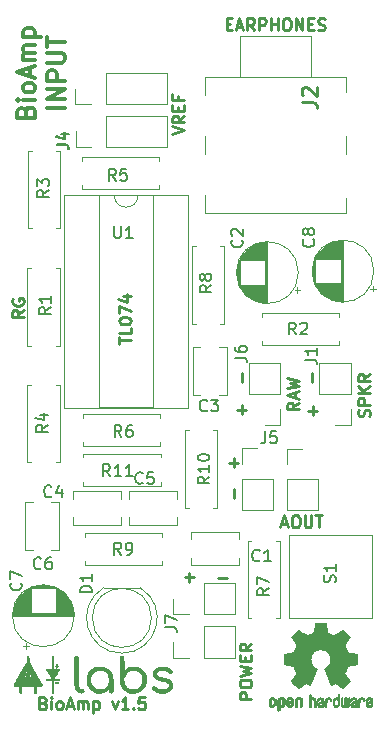
<source format=gto>
G04 #@! TF.GenerationSoftware,KiCad,Pcbnew,5.1.10-1.fc32*
G04 #@! TF.CreationDate,2021-07-07T18:30:05+05:30*
G04 #@! TF.ProjectId,BioAmp v1.5,42696f41-6d70-4207-9631-2e352e6b6963,v1.5.6*
G04 #@! TF.SameCoordinates,Original*
G04 #@! TF.FileFunction,Legend,Top*
G04 #@! TF.FilePolarity,Positive*
%FSLAX46Y46*%
G04 Gerber Fmt 4.6, Leading zero omitted, Abs format (unit mm)*
G04 Created by KiCad (PCBNEW 5.1.10-1.fc32) date 2021-07-07 18:30:05*
%MOMM*%
%LPD*%
G01*
G04 APERTURE LIST*
%ADD10C,0.250000*%
%ADD11C,0.300000*%
%ADD12C,0.010000*%
%ADD13C,0.120000*%
%ADD14C,0.100000*%
%ADD15C,0.150000*%
%ADD16C,0.254000*%
G04 APERTURE END LIST*
D10*
X147004933Y-109505066D02*
X147481123Y-109505066D01*
X146909695Y-109790780D02*
X147243028Y-108790780D01*
X147576361Y-109790780D01*
X148100171Y-108790780D02*
X148290647Y-108790780D01*
X148385885Y-108838400D01*
X148481123Y-108933638D01*
X148528742Y-109124114D01*
X148528742Y-109457447D01*
X148481123Y-109647923D01*
X148385885Y-109743161D01*
X148290647Y-109790780D01*
X148100171Y-109790780D01*
X148004933Y-109743161D01*
X147909695Y-109647923D01*
X147862076Y-109457447D01*
X147862076Y-109124114D01*
X147909695Y-108933638D01*
X148004933Y-108838400D01*
X148100171Y-108790780D01*
X148957314Y-108790780D02*
X148957314Y-109600304D01*
X149004933Y-109695542D01*
X149052552Y-109743161D01*
X149147790Y-109790780D01*
X149338266Y-109790780D01*
X149433504Y-109743161D01*
X149481123Y-109695542D01*
X149528742Y-109600304D01*
X149528742Y-108790780D01*
X149862076Y-108790780D02*
X150433504Y-108790780D01*
X150147790Y-109790780D02*
X150147790Y-108790780D01*
X143261447Y-99834028D02*
X144023352Y-99834028D01*
X143642400Y-100214980D02*
X143642400Y-99453076D01*
X149255847Y-99935628D02*
X150017752Y-99935628D01*
X149636800Y-100316580D02*
X149636800Y-99554676D01*
D11*
X125343857Y-74615400D02*
X125415285Y-74401114D01*
X125486714Y-74329685D01*
X125629571Y-74258257D01*
X125843857Y-74258257D01*
X125986714Y-74329685D01*
X126058142Y-74401114D01*
X126129571Y-74543971D01*
X126129571Y-75115400D01*
X124629571Y-75115400D01*
X124629571Y-74615400D01*
X124701000Y-74472542D01*
X124772428Y-74401114D01*
X124915285Y-74329685D01*
X125058142Y-74329685D01*
X125201000Y-74401114D01*
X125272428Y-74472542D01*
X125343857Y-74615400D01*
X125343857Y-75115400D01*
X126129571Y-73615400D02*
X125129571Y-73615400D01*
X124629571Y-73615400D02*
X124701000Y-73686828D01*
X124772428Y-73615400D01*
X124701000Y-73543971D01*
X124629571Y-73615400D01*
X124772428Y-73615400D01*
X126129571Y-72686828D02*
X126058142Y-72829685D01*
X125986714Y-72901114D01*
X125843857Y-72972542D01*
X125415285Y-72972542D01*
X125272428Y-72901114D01*
X125201000Y-72829685D01*
X125129571Y-72686828D01*
X125129571Y-72472542D01*
X125201000Y-72329685D01*
X125272428Y-72258257D01*
X125415285Y-72186828D01*
X125843857Y-72186828D01*
X125986714Y-72258257D01*
X126058142Y-72329685D01*
X126129571Y-72472542D01*
X126129571Y-72686828D01*
X125701000Y-71615400D02*
X125701000Y-70901114D01*
X126129571Y-71758257D02*
X124629571Y-71258257D01*
X126129571Y-70758257D01*
X126129571Y-70258257D02*
X125129571Y-70258257D01*
X125272428Y-70258257D02*
X125201000Y-70186828D01*
X125129571Y-70043971D01*
X125129571Y-69829685D01*
X125201000Y-69686828D01*
X125343857Y-69615400D01*
X126129571Y-69615400D01*
X125343857Y-69615400D02*
X125201000Y-69543971D01*
X125129571Y-69401114D01*
X125129571Y-69186828D01*
X125201000Y-69043971D01*
X125343857Y-68972542D01*
X126129571Y-68972542D01*
X125129571Y-68258257D02*
X126629571Y-68258257D01*
X125201000Y-68258257D02*
X125129571Y-68115400D01*
X125129571Y-67829685D01*
X125201000Y-67686828D01*
X125272428Y-67615400D01*
X125415285Y-67543971D01*
X125843857Y-67543971D01*
X125986714Y-67615400D01*
X126058142Y-67686828D01*
X126129571Y-67829685D01*
X126129571Y-68115400D01*
X126058142Y-68258257D01*
X128679571Y-74258257D02*
X127179571Y-74258257D01*
X128679571Y-73543971D02*
X127179571Y-73543971D01*
X128679571Y-72686828D01*
X127179571Y-72686828D01*
X128679571Y-71972542D02*
X127179571Y-71972542D01*
X127179571Y-71401114D01*
X127251000Y-71258257D01*
X127322428Y-71186828D01*
X127465285Y-71115400D01*
X127679571Y-71115400D01*
X127822428Y-71186828D01*
X127893857Y-71258257D01*
X127965285Y-71401114D01*
X127965285Y-71972542D01*
X127179571Y-70472542D02*
X128393857Y-70472542D01*
X128536714Y-70401114D01*
X128608142Y-70329685D01*
X128679571Y-70186828D01*
X128679571Y-69901114D01*
X128608142Y-69758257D01*
X128536714Y-69686828D01*
X128393857Y-69615400D01*
X127179571Y-69615400D01*
X127179571Y-69115400D02*
X127179571Y-68258257D01*
X128679571Y-68686828D02*
X127179571Y-68686828D01*
D10*
X143647171Y-96730356D02*
X143647171Y-97492261D01*
X133239580Y-94261647D02*
X133239580Y-93690219D01*
X134239580Y-93975933D02*
X133239580Y-93975933D01*
X134239580Y-92880695D02*
X134239580Y-93356885D01*
X133239580Y-93356885D01*
X133239580Y-92356885D02*
X133239580Y-92261647D01*
X133287200Y-92166409D01*
X133334819Y-92118790D01*
X133430057Y-92071171D01*
X133620533Y-92023552D01*
X133858628Y-92023552D01*
X134049104Y-92071171D01*
X134144342Y-92118790D01*
X134191961Y-92166409D01*
X134239580Y-92261647D01*
X134239580Y-92356885D01*
X134191961Y-92452123D01*
X134144342Y-92499742D01*
X134049104Y-92547361D01*
X133858628Y-92594980D01*
X133620533Y-92594980D01*
X133430057Y-92547361D01*
X133334819Y-92499742D01*
X133287200Y-92452123D01*
X133239580Y-92356885D01*
X133239580Y-91690219D02*
X133239580Y-91023552D01*
X134239580Y-91452123D01*
X133572914Y-90214028D02*
X134239580Y-90214028D01*
X133191961Y-90452123D02*
X133906247Y-90690219D01*
X133906247Y-90071171D01*
X149606628Y-97511643D02*
X149606628Y-96749738D01*
X142951828Y-107341443D02*
X142951828Y-106579538D01*
X148463580Y-99233876D02*
X147987390Y-99567209D01*
X148463580Y-99805304D02*
X147463580Y-99805304D01*
X147463580Y-99424352D01*
X147511200Y-99329114D01*
X147558819Y-99281495D01*
X147654057Y-99233876D01*
X147796914Y-99233876D01*
X147892152Y-99281495D01*
X147939771Y-99329114D01*
X147987390Y-99424352D01*
X147987390Y-99805304D01*
X148177866Y-98852923D02*
X148177866Y-98376733D01*
X148463580Y-98948161D02*
X147463580Y-98614828D01*
X148463580Y-98281495D01*
X147463580Y-98043400D02*
X148463580Y-97805304D01*
X147749295Y-97614828D01*
X148463580Y-97424352D01*
X147463580Y-97186257D01*
X137760780Y-76508685D02*
X138760780Y-76175352D01*
X137760780Y-75842019D01*
X138760780Y-74937257D02*
X138284590Y-75270590D01*
X138760780Y-75508685D02*
X137760780Y-75508685D01*
X137760780Y-75127733D01*
X137808400Y-75032495D01*
X137856019Y-74984876D01*
X137951257Y-74937257D01*
X138094114Y-74937257D01*
X138189352Y-74984876D01*
X138236971Y-75032495D01*
X138284590Y-75127733D01*
X138284590Y-75508685D01*
X138236971Y-74508685D02*
X138236971Y-74175352D01*
X138760780Y-74032495D02*
X138760780Y-74508685D01*
X137760780Y-74508685D01*
X137760780Y-74032495D01*
X138236971Y-73270590D02*
X138236971Y-73603923D01*
X138760780Y-73603923D02*
X137760780Y-73603923D01*
X137760780Y-73127733D01*
X142575647Y-104329828D02*
X143337552Y-104329828D01*
X142956600Y-104710780D02*
X142956600Y-103948876D01*
X144452380Y-124309523D02*
X143452380Y-124309523D01*
X143452380Y-123928571D01*
X143500000Y-123833333D01*
X143547619Y-123785714D01*
X143642857Y-123738095D01*
X143785714Y-123738095D01*
X143880952Y-123785714D01*
X143928571Y-123833333D01*
X143976190Y-123928571D01*
X143976190Y-124309523D01*
X143452380Y-123119047D02*
X143452380Y-122928571D01*
X143500000Y-122833333D01*
X143595238Y-122738095D01*
X143785714Y-122690476D01*
X144119047Y-122690476D01*
X144309523Y-122738095D01*
X144404761Y-122833333D01*
X144452380Y-122928571D01*
X144452380Y-123119047D01*
X144404761Y-123214285D01*
X144309523Y-123309523D01*
X144119047Y-123357142D01*
X143785714Y-123357142D01*
X143595238Y-123309523D01*
X143500000Y-123214285D01*
X143452380Y-123119047D01*
X143452380Y-122357142D02*
X144452380Y-122119047D01*
X143738095Y-121928571D01*
X144452380Y-121738095D01*
X143452380Y-121500000D01*
X143928571Y-121119047D02*
X143928571Y-120785714D01*
X144452380Y-120642857D02*
X144452380Y-121119047D01*
X143452380Y-121119047D01*
X143452380Y-120642857D01*
X144452380Y-119642857D02*
X143976190Y-119976190D01*
X144452380Y-120214285D02*
X143452380Y-120214285D01*
X143452380Y-119833333D01*
X143500000Y-119738095D01*
X143547619Y-119690476D01*
X143642857Y-119642857D01*
X143785714Y-119642857D01*
X143880952Y-119690476D01*
X143928571Y-119738095D01*
X143976190Y-119833333D01*
X143976190Y-120214285D01*
X138791047Y-114032628D02*
X139552952Y-114032628D01*
X139172000Y-114413580D02*
X139172000Y-113651676D01*
X141635847Y-114083428D02*
X142397752Y-114083428D01*
X126843352Y-124667971D02*
X126986209Y-124715590D01*
X127033828Y-124763209D01*
X127081447Y-124858447D01*
X127081447Y-125001304D01*
X127033828Y-125096542D01*
X126986209Y-125144161D01*
X126890971Y-125191780D01*
X126510019Y-125191780D01*
X126510019Y-124191780D01*
X126843352Y-124191780D01*
X126938590Y-124239400D01*
X126986209Y-124287019D01*
X127033828Y-124382257D01*
X127033828Y-124477495D01*
X126986209Y-124572733D01*
X126938590Y-124620352D01*
X126843352Y-124667971D01*
X126510019Y-124667971D01*
X127510019Y-125191780D02*
X127510019Y-124525114D01*
X127510019Y-124191780D02*
X127462400Y-124239400D01*
X127510019Y-124287019D01*
X127557638Y-124239400D01*
X127510019Y-124191780D01*
X127510019Y-124287019D01*
X128129066Y-125191780D02*
X128033828Y-125144161D01*
X127986209Y-125096542D01*
X127938590Y-125001304D01*
X127938590Y-124715590D01*
X127986209Y-124620352D01*
X128033828Y-124572733D01*
X128129066Y-124525114D01*
X128271923Y-124525114D01*
X128367161Y-124572733D01*
X128414780Y-124620352D01*
X128462400Y-124715590D01*
X128462400Y-125001304D01*
X128414780Y-125096542D01*
X128367161Y-125144161D01*
X128271923Y-125191780D01*
X128129066Y-125191780D01*
X128843352Y-124906066D02*
X129319542Y-124906066D01*
X128748114Y-125191780D02*
X129081447Y-124191780D01*
X129414780Y-125191780D01*
X129748114Y-125191780D02*
X129748114Y-124525114D01*
X129748114Y-124620352D02*
X129795733Y-124572733D01*
X129890971Y-124525114D01*
X130033828Y-124525114D01*
X130129066Y-124572733D01*
X130176685Y-124667971D01*
X130176685Y-125191780D01*
X130176685Y-124667971D02*
X130224304Y-124572733D01*
X130319542Y-124525114D01*
X130462400Y-124525114D01*
X130557638Y-124572733D01*
X130605257Y-124667971D01*
X130605257Y-125191780D01*
X131081447Y-124525114D02*
X131081447Y-125525114D01*
X131081447Y-124572733D02*
X131176685Y-124525114D01*
X131367161Y-124525114D01*
X131462400Y-124572733D01*
X131510019Y-124620352D01*
X131557638Y-124715590D01*
X131557638Y-125001304D01*
X131510019Y-125096542D01*
X131462400Y-125144161D01*
X131367161Y-125191780D01*
X131176685Y-125191780D01*
X131081447Y-125144161D01*
X132652876Y-124525114D02*
X132890971Y-125191780D01*
X133129066Y-124525114D01*
X134033828Y-125191780D02*
X133462400Y-125191780D01*
X133748114Y-125191780D02*
X133748114Y-124191780D01*
X133652876Y-124334638D01*
X133557638Y-124429876D01*
X133462400Y-124477495D01*
X134462400Y-125096542D02*
X134510019Y-125144161D01*
X134462400Y-125191780D01*
X134414780Y-125144161D01*
X134462400Y-125096542D01*
X134462400Y-125191780D01*
X135414780Y-124191780D02*
X134938590Y-124191780D01*
X134890971Y-124667971D01*
X134938590Y-124620352D01*
X135033828Y-124572733D01*
X135271923Y-124572733D01*
X135367161Y-124620352D01*
X135414780Y-124667971D01*
X135462400Y-124763209D01*
X135462400Y-125001304D01*
X135414780Y-125096542D01*
X135367161Y-125144161D01*
X135271923Y-125191780D01*
X135033828Y-125191780D01*
X134938590Y-125144161D01*
X134890971Y-125096542D01*
X125197180Y-91418676D02*
X124720990Y-91752009D01*
X125197180Y-91990104D02*
X124197180Y-91990104D01*
X124197180Y-91609152D01*
X124244800Y-91513914D01*
X124292419Y-91466295D01*
X124387657Y-91418676D01*
X124530514Y-91418676D01*
X124625752Y-91466295D01*
X124673371Y-91513914D01*
X124720990Y-91609152D01*
X124720990Y-91990104D01*
X124244800Y-90466295D02*
X124197180Y-90561533D01*
X124197180Y-90704390D01*
X124244800Y-90847247D01*
X124340038Y-90942485D01*
X124435276Y-90990104D01*
X124625752Y-91037723D01*
X124768609Y-91037723D01*
X124959085Y-90990104D01*
X125054323Y-90942485D01*
X125149561Y-90847247D01*
X125197180Y-90704390D01*
X125197180Y-90609152D01*
X125149561Y-90466295D01*
X125101942Y-90418676D01*
X124768609Y-90418676D01*
X124768609Y-90609152D01*
X142344342Y-67179171D02*
X142677676Y-67179171D01*
X142820533Y-67702980D02*
X142344342Y-67702980D01*
X142344342Y-66702980D01*
X142820533Y-66702980D01*
X143201485Y-67417266D02*
X143677676Y-67417266D01*
X143106247Y-67702980D02*
X143439580Y-66702980D01*
X143772914Y-67702980D01*
X144677676Y-67702980D02*
X144344342Y-67226790D01*
X144106247Y-67702980D02*
X144106247Y-66702980D01*
X144487200Y-66702980D01*
X144582438Y-66750600D01*
X144630057Y-66798219D01*
X144677676Y-66893457D01*
X144677676Y-67036314D01*
X144630057Y-67131552D01*
X144582438Y-67179171D01*
X144487200Y-67226790D01*
X144106247Y-67226790D01*
X145106247Y-67702980D02*
X145106247Y-66702980D01*
X145487200Y-66702980D01*
X145582438Y-66750600D01*
X145630057Y-66798219D01*
X145677676Y-66893457D01*
X145677676Y-67036314D01*
X145630057Y-67131552D01*
X145582438Y-67179171D01*
X145487200Y-67226790D01*
X145106247Y-67226790D01*
X146106247Y-67702980D02*
X146106247Y-66702980D01*
X146106247Y-67179171D02*
X146677676Y-67179171D01*
X146677676Y-67702980D02*
X146677676Y-66702980D01*
X147344342Y-66702980D02*
X147534819Y-66702980D01*
X147630057Y-66750600D01*
X147725295Y-66845838D01*
X147772914Y-67036314D01*
X147772914Y-67369647D01*
X147725295Y-67560123D01*
X147630057Y-67655361D01*
X147534819Y-67702980D01*
X147344342Y-67702980D01*
X147249104Y-67655361D01*
X147153866Y-67560123D01*
X147106247Y-67369647D01*
X147106247Y-67036314D01*
X147153866Y-66845838D01*
X147249104Y-66750600D01*
X147344342Y-66702980D01*
X148201485Y-67702980D02*
X148201485Y-66702980D01*
X148772914Y-67702980D01*
X148772914Y-66702980D01*
X149249104Y-67179171D02*
X149582438Y-67179171D01*
X149725295Y-67702980D02*
X149249104Y-67702980D01*
X149249104Y-66702980D01*
X149725295Y-66702980D01*
X150106247Y-67655361D02*
X150249104Y-67702980D01*
X150487200Y-67702980D01*
X150582438Y-67655361D01*
X150630057Y-67607742D01*
X150677676Y-67512504D01*
X150677676Y-67417266D01*
X150630057Y-67322028D01*
X150582438Y-67274409D01*
X150487200Y-67226790D01*
X150296723Y-67179171D01*
X150201485Y-67131552D01*
X150153866Y-67083933D01*
X150106247Y-66988695D01*
X150106247Y-66893457D01*
X150153866Y-66798219D01*
X150201485Y-66750600D01*
X150296723Y-66702980D01*
X150534819Y-66702980D01*
X150677676Y-66750600D01*
X154435761Y-100405314D02*
X154483380Y-100262457D01*
X154483380Y-100024361D01*
X154435761Y-99929123D01*
X154388142Y-99881504D01*
X154292904Y-99833885D01*
X154197666Y-99833885D01*
X154102428Y-99881504D01*
X154054809Y-99929123D01*
X154007190Y-100024361D01*
X153959571Y-100214838D01*
X153911952Y-100310076D01*
X153864333Y-100357695D01*
X153769095Y-100405314D01*
X153673857Y-100405314D01*
X153578619Y-100357695D01*
X153531000Y-100310076D01*
X153483380Y-100214838D01*
X153483380Y-99976742D01*
X153531000Y-99833885D01*
X154483380Y-99405314D02*
X153483380Y-99405314D01*
X153483380Y-99024361D01*
X153531000Y-98929123D01*
X153578619Y-98881504D01*
X153673857Y-98833885D01*
X153816714Y-98833885D01*
X153911952Y-98881504D01*
X153959571Y-98929123D01*
X154007190Y-99024361D01*
X154007190Y-99405314D01*
X154483380Y-98405314D02*
X153483380Y-98405314D01*
X154483380Y-97833885D02*
X153911952Y-98262457D01*
X153483380Y-97833885D02*
X154054809Y-98405314D01*
X154483380Y-96833885D02*
X154007190Y-97167219D01*
X154483380Y-97405314D02*
X153483380Y-97405314D01*
X153483380Y-97024361D01*
X153531000Y-96929123D01*
X153578619Y-96881504D01*
X153673857Y-96833885D01*
X153816714Y-96833885D01*
X153911952Y-96881504D01*
X153959571Y-96929123D01*
X154007190Y-97024361D01*
X154007190Y-97405314D01*
D12*
G36*
X131791361Y-121593929D02*
G01*
X131895320Y-121614795D01*
X131996796Y-121649304D01*
X132096619Y-121695159D01*
X132245492Y-121782441D01*
X132370317Y-121883226D01*
X132475511Y-122001923D01*
X132565491Y-122142941D01*
X132587750Y-122185413D01*
X132614953Y-122240900D01*
X132637480Y-122291765D01*
X132655809Y-122341556D01*
X132670420Y-122393821D01*
X132681793Y-122452110D01*
X132690408Y-122519970D01*
X132696745Y-122600951D01*
X132701282Y-122698600D01*
X132704501Y-122816466D01*
X132706880Y-122958098D01*
X132708350Y-123077442D01*
X132709995Y-123234191D01*
X132710805Y-123363844D01*
X132710404Y-123469184D01*
X132708419Y-123552994D01*
X132704475Y-123618056D01*
X132698198Y-123667153D01*
X132689213Y-123703069D01*
X132677147Y-123728586D01*
X132661624Y-123746486D01*
X132642270Y-123759553D01*
X132618712Y-123770570D01*
X132614885Y-123772178D01*
X132567138Y-123786065D01*
X132519902Y-123782830D01*
X132502389Y-123778562D01*
X132459788Y-123761529D01*
X132430062Y-123734064D01*
X132411173Y-123691456D01*
X132401082Y-123628994D01*
X132397752Y-123541967D01*
X132397725Y-123536630D01*
X132397204Y-123397682D01*
X132335653Y-123469545D01*
X132225560Y-123575928D01*
X132095142Y-123664255D01*
X131949044Y-123732888D01*
X131791908Y-123780189D01*
X131628378Y-123804520D01*
X131463097Y-123804244D01*
X131404659Y-123797889D01*
X131233539Y-123759574D01*
X131073610Y-123694531D01*
X130927496Y-123604659D01*
X130797815Y-123491857D01*
X130687192Y-123358025D01*
X130604714Y-123218388D01*
X130563194Y-123128879D01*
X130533124Y-123048587D01*
X130512853Y-122969476D01*
X130500729Y-122883509D01*
X130495101Y-122782650D01*
X130494186Y-122680506D01*
X130494500Y-122649032D01*
X130786265Y-122649032D01*
X130790817Y-122793539D01*
X130814386Y-122934256D01*
X130856286Y-123061506D01*
X130914308Y-123165148D01*
X130994766Y-123265514D01*
X131090465Y-123355466D01*
X131194208Y-123427864D01*
X131258306Y-123460332D01*
X131375964Y-123498155D01*
X131507991Y-123519406D01*
X131643361Y-123523265D01*
X131771049Y-123508915D01*
X131805914Y-123501013D01*
X131944804Y-123450173D01*
X132071319Y-123373919D01*
X132181369Y-123275487D01*
X132270865Y-123158113D01*
X132296970Y-123112406D01*
X132350405Y-122994034D01*
X132382768Y-122878386D01*
X132396984Y-122753421D01*
X132398247Y-122695447D01*
X132384671Y-122531529D01*
X132344240Y-122379722D01*
X132277397Y-122241132D01*
X132184588Y-122116865D01*
X132152068Y-122082859D01*
X132036965Y-121988263D01*
X131911492Y-121919521D01*
X131778904Y-121875889D01*
X131642454Y-121856624D01*
X131505395Y-121860984D01*
X131370982Y-121888225D01*
X131242468Y-121937604D01*
X131123108Y-122008380D01*
X131016155Y-122099807D01*
X130924862Y-122211145D01*
X130852485Y-122341650D01*
X130835293Y-122383514D01*
X130801000Y-122509452D01*
X130786265Y-122649032D01*
X130494500Y-122649032D01*
X130495097Y-122589241D01*
X130497514Y-122520517D01*
X130502284Y-122467002D01*
X130510253Y-122421362D01*
X130522269Y-122376265D01*
X130533292Y-122341839D01*
X130586577Y-122206233D01*
X130652125Y-122088047D01*
X130735904Y-121977765D01*
X130812977Y-121895818D01*
X130934383Y-121788088D01*
X131057392Y-121705915D01*
X131187624Y-121646913D01*
X131330701Y-121608690D01*
X131492242Y-121588857D01*
X131541112Y-121586292D01*
X131676199Y-121584998D01*
X131791361Y-121593929D01*
G37*
X131791361Y-121593929D02*
X131895320Y-121614795D01*
X131996796Y-121649304D01*
X132096619Y-121695159D01*
X132245492Y-121782441D01*
X132370317Y-121883226D01*
X132475511Y-122001923D01*
X132565491Y-122142941D01*
X132587750Y-122185413D01*
X132614953Y-122240900D01*
X132637480Y-122291765D01*
X132655809Y-122341556D01*
X132670420Y-122393821D01*
X132681793Y-122452110D01*
X132690408Y-122519970D01*
X132696745Y-122600951D01*
X132701282Y-122698600D01*
X132704501Y-122816466D01*
X132706880Y-122958098D01*
X132708350Y-123077442D01*
X132709995Y-123234191D01*
X132710805Y-123363844D01*
X132710404Y-123469184D01*
X132708419Y-123552994D01*
X132704475Y-123618056D01*
X132698198Y-123667153D01*
X132689213Y-123703069D01*
X132677147Y-123728586D01*
X132661624Y-123746486D01*
X132642270Y-123759553D01*
X132618712Y-123770570D01*
X132614885Y-123772178D01*
X132567138Y-123786065D01*
X132519902Y-123782830D01*
X132502389Y-123778562D01*
X132459788Y-123761529D01*
X132430062Y-123734064D01*
X132411173Y-123691456D01*
X132401082Y-123628994D01*
X132397752Y-123541967D01*
X132397725Y-123536630D01*
X132397204Y-123397682D01*
X132335653Y-123469545D01*
X132225560Y-123575928D01*
X132095142Y-123664255D01*
X131949044Y-123732888D01*
X131791908Y-123780189D01*
X131628378Y-123804520D01*
X131463097Y-123804244D01*
X131404659Y-123797889D01*
X131233539Y-123759574D01*
X131073610Y-123694531D01*
X130927496Y-123604659D01*
X130797815Y-123491857D01*
X130687192Y-123358025D01*
X130604714Y-123218388D01*
X130563194Y-123128879D01*
X130533124Y-123048587D01*
X130512853Y-122969476D01*
X130500729Y-122883509D01*
X130495101Y-122782650D01*
X130494186Y-122680506D01*
X130494500Y-122649032D01*
X130786265Y-122649032D01*
X130790817Y-122793539D01*
X130814386Y-122934256D01*
X130856286Y-123061506D01*
X130914308Y-123165148D01*
X130994766Y-123265514D01*
X131090465Y-123355466D01*
X131194208Y-123427864D01*
X131258306Y-123460332D01*
X131375964Y-123498155D01*
X131507991Y-123519406D01*
X131643361Y-123523265D01*
X131771049Y-123508915D01*
X131805914Y-123501013D01*
X131944804Y-123450173D01*
X132071319Y-123373919D01*
X132181369Y-123275487D01*
X132270865Y-123158113D01*
X132296970Y-123112406D01*
X132350405Y-122994034D01*
X132382768Y-122878386D01*
X132396984Y-122753421D01*
X132398247Y-122695447D01*
X132384671Y-122531529D01*
X132344240Y-122379722D01*
X132277397Y-122241132D01*
X132184588Y-122116865D01*
X132152068Y-122082859D01*
X132036965Y-121988263D01*
X131911492Y-121919521D01*
X131778904Y-121875889D01*
X131642454Y-121856624D01*
X131505395Y-121860984D01*
X131370982Y-121888225D01*
X131242468Y-121937604D01*
X131123108Y-122008380D01*
X131016155Y-122099807D01*
X130924862Y-122211145D01*
X130852485Y-122341650D01*
X130835293Y-122383514D01*
X130801000Y-122509452D01*
X130786265Y-122649032D01*
X130494500Y-122649032D01*
X130495097Y-122589241D01*
X130497514Y-122520517D01*
X130502284Y-122467002D01*
X130510253Y-122421362D01*
X130522269Y-122376265D01*
X130533292Y-122341839D01*
X130586577Y-122206233D01*
X130652125Y-122088047D01*
X130735904Y-121977765D01*
X130812977Y-121895818D01*
X130934383Y-121788088D01*
X131057392Y-121705915D01*
X131187624Y-121646913D01*
X131330701Y-121608690D01*
X131492242Y-121588857D01*
X131541112Y-121586292D01*
X131676199Y-121584998D01*
X131791361Y-121593929D01*
G36*
X133513325Y-120666928D02*
G01*
X133567221Y-120697510D01*
X133579946Y-120709686D01*
X133615953Y-120747996D01*
X133623423Y-121363133D01*
X133630894Y-121978271D01*
X133674663Y-121921052D01*
X133744095Y-121847543D01*
X133836217Y-121775547D01*
X133943960Y-121709295D01*
X134060256Y-121653015D01*
X134178036Y-121610937D01*
X134205431Y-121603499D01*
X134295171Y-121588539D01*
X134403293Y-121582519D01*
X134519815Y-121584978D01*
X134634754Y-121595453D01*
X134738128Y-121613482D01*
X134800260Y-121631045D01*
X134956497Y-121701363D01*
X135100086Y-121796659D01*
X135227969Y-121913612D01*
X135337088Y-122048898D01*
X135424384Y-122199194D01*
X135486798Y-122361177D01*
X135493175Y-122383850D01*
X135508911Y-122452382D01*
X135518728Y-122522986D01*
X135523646Y-122605499D01*
X135524741Y-122687977D01*
X135514976Y-122865487D01*
X135484443Y-123024429D01*
X135431286Y-123169372D01*
X135353650Y-123304882D01*
X135249679Y-123435529D01*
X135199718Y-123488036D01*
X135133160Y-123552739D01*
X135077484Y-123600710D01*
X135024438Y-123638169D01*
X134965769Y-123671337D01*
X134938247Y-123685103D01*
X134869419Y-123716387D01*
X134798003Y-123745184D01*
X134736567Y-123766523D01*
X134721600Y-123770823D01*
X134638033Y-123786923D01*
X134535908Y-123797427D01*
X134426084Y-123801995D01*
X134319420Y-123800286D01*
X134226774Y-123791959D01*
X134198659Y-123787220D01*
X134019979Y-123737882D01*
X133858445Y-123664305D01*
X133714831Y-123567077D01*
X133589916Y-123446787D01*
X133484476Y-123304024D01*
X133428711Y-123203447D01*
X133408135Y-123162011D01*
X133390281Y-123125308D01*
X133374947Y-123090980D01*
X133361929Y-123056675D01*
X133351024Y-123020035D01*
X133342031Y-122978706D01*
X133334746Y-122930332D01*
X133328965Y-122872559D01*
X133324487Y-122803029D01*
X133322297Y-122748804D01*
X133613627Y-122748804D01*
X133632054Y-122879106D01*
X133676780Y-123027399D01*
X133746089Y-123161578D01*
X133837529Y-123279001D01*
X133948648Y-123377021D01*
X134076991Y-123452995D01*
X134209204Y-123501425D01*
X134290200Y-123515924D01*
X134387695Y-123522463D01*
X134489382Y-123521030D01*
X134582956Y-123511613D01*
X134631332Y-123501805D01*
X134770673Y-123450482D01*
X134897143Y-123373872D01*
X135007853Y-123274852D01*
X135099914Y-123156299D01*
X135170437Y-123021093D01*
X135200822Y-122934506D01*
X135216815Y-122855208D01*
X135225742Y-122758331D01*
X135227407Y-122655377D01*
X135221614Y-122557847D01*
X135208560Y-122478800D01*
X135157040Y-122331529D01*
X135080520Y-122199006D01*
X134981172Y-122083552D01*
X134861171Y-121987489D01*
X134722692Y-121913138D01*
X134654365Y-121887193D01*
X134570316Y-121868313D01*
X134468942Y-121859615D01*
X134360952Y-121860931D01*
X134257052Y-121872092D01*
X134167949Y-121892927D01*
X134161876Y-121894974D01*
X134018580Y-121959099D01*
X133894927Y-122044910D01*
X133792244Y-122151266D01*
X133711857Y-122277026D01*
X133707020Y-122286686D01*
X133646846Y-122438411D01*
X133615853Y-122591358D01*
X133613627Y-122748804D01*
X133322297Y-122748804D01*
X133321109Y-122719390D01*
X133318627Y-122619284D01*
X133316839Y-122500356D01*
X133315542Y-122360252D01*
X133314534Y-122196616D01*
X133313610Y-122007092D01*
X133312911Y-121858741D01*
X133311991Y-121630473D01*
X133311587Y-121431065D01*
X133311708Y-121259498D01*
X133312365Y-121114755D01*
X133313570Y-120995816D01*
X133315333Y-120901663D01*
X133317664Y-120831279D01*
X133320574Y-120783645D01*
X133324074Y-120757742D01*
X133324485Y-120756214D01*
X133353174Y-120704793D01*
X133399047Y-120671891D01*
X133454849Y-120658828D01*
X133513325Y-120666928D01*
G37*
X133513325Y-120666928D02*
X133567221Y-120697510D01*
X133579946Y-120709686D01*
X133615953Y-120747996D01*
X133623423Y-121363133D01*
X133630894Y-121978271D01*
X133674663Y-121921052D01*
X133744095Y-121847543D01*
X133836217Y-121775547D01*
X133943960Y-121709295D01*
X134060256Y-121653015D01*
X134178036Y-121610937D01*
X134205431Y-121603499D01*
X134295171Y-121588539D01*
X134403293Y-121582519D01*
X134519815Y-121584978D01*
X134634754Y-121595453D01*
X134738128Y-121613482D01*
X134800260Y-121631045D01*
X134956497Y-121701363D01*
X135100086Y-121796659D01*
X135227969Y-121913612D01*
X135337088Y-122048898D01*
X135424384Y-122199194D01*
X135486798Y-122361177D01*
X135493175Y-122383850D01*
X135508911Y-122452382D01*
X135518728Y-122522986D01*
X135523646Y-122605499D01*
X135524741Y-122687977D01*
X135514976Y-122865487D01*
X135484443Y-123024429D01*
X135431286Y-123169372D01*
X135353650Y-123304882D01*
X135249679Y-123435529D01*
X135199718Y-123488036D01*
X135133160Y-123552739D01*
X135077484Y-123600710D01*
X135024438Y-123638169D01*
X134965769Y-123671337D01*
X134938247Y-123685103D01*
X134869419Y-123716387D01*
X134798003Y-123745184D01*
X134736567Y-123766523D01*
X134721600Y-123770823D01*
X134638033Y-123786923D01*
X134535908Y-123797427D01*
X134426084Y-123801995D01*
X134319420Y-123800286D01*
X134226774Y-123791959D01*
X134198659Y-123787220D01*
X134019979Y-123737882D01*
X133858445Y-123664305D01*
X133714831Y-123567077D01*
X133589916Y-123446787D01*
X133484476Y-123304024D01*
X133428711Y-123203447D01*
X133408135Y-123162011D01*
X133390281Y-123125308D01*
X133374947Y-123090980D01*
X133361929Y-123056675D01*
X133351024Y-123020035D01*
X133342031Y-122978706D01*
X133334746Y-122930332D01*
X133328965Y-122872559D01*
X133324487Y-122803029D01*
X133322297Y-122748804D01*
X133613627Y-122748804D01*
X133632054Y-122879106D01*
X133676780Y-123027399D01*
X133746089Y-123161578D01*
X133837529Y-123279001D01*
X133948648Y-123377021D01*
X134076991Y-123452995D01*
X134209204Y-123501425D01*
X134290200Y-123515924D01*
X134387695Y-123522463D01*
X134489382Y-123521030D01*
X134582956Y-123511613D01*
X134631332Y-123501805D01*
X134770673Y-123450482D01*
X134897143Y-123373872D01*
X135007853Y-123274852D01*
X135099914Y-123156299D01*
X135170437Y-123021093D01*
X135200822Y-122934506D01*
X135216815Y-122855208D01*
X135225742Y-122758331D01*
X135227407Y-122655377D01*
X135221614Y-122557847D01*
X135208560Y-122478800D01*
X135157040Y-122331529D01*
X135080520Y-122199006D01*
X134981172Y-122083552D01*
X134861171Y-121987489D01*
X134722692Y-121913138D01*
X134654365Y-121887193D01*
X134570316Y-121868313D01*
X134468942Y-121859615D01*
X134360952Y-121860931D01*
X134257052Y-121872092D01*
X134167949Y-121892927D01*
X134161876Y-121894974D01*
X134018580Y-121959099D01*
X133894927Y-122044910D01*
X133792244Y-122151266D01*
X133711857Y-122277026D01*
X133707020Y-122286686D01*
X133646846Y-122438411D01*
X133615853Y-122591358D01*
X133613627Y-122748804D01*
X133322297Y-122748804D01*
X133321109Y-122719390D01*
X133318627Y-122619284D01*
X133316839Y-122500356D01*
X133315542Y-122360252D01*
X133314534Y-122196616D01*
X133313610Y-122007092D01*
X133312911Y-121858741D01*
X133311991Y-121630473D01*
X133311587Y-121431065D01*
X133311708Y-121259498D01*
X133312365Y-121114755D01*
X133313570Y-120995816D01*
X133315333Y-120901663D01*
X133317664Y-120831279D01*
X133320574Y-120783645D01*
X133324074Y-120757742D01*
X133324485Y-120756214D01*
X133353174Y-120704793D01*
X133399047Y-120671891D01*
X133454849Y-120658828D01*
X133513325Y-120666928D01*
G36*
X137100996Y-121594662D02*
G01*
X137205472Y-121615637D01*
X137305198Y-121649506D01*
X137359364Y-121673394D01*
X137453778Y-121724909D01*
X137538358Y-121784277D01*
X137609261Y-121847704D01*
X137662647Y-121911395D01*
X137694673Y-121971555D01*
X137702365Y-122012227D01*
X137689346Y-122053714D01*
X137656403Y-122093625D01*
X137612705Y-122123568D01*
X137568061Y-122135153D01*
X137527834Y-122131230D01*
X137489520Y-122116943D01*
X137446181Y-122088518D01*
X137390877Y-122042181D01*
X137381129Y-122033459D01*
X137266532Y-121950052D01*
X137137236Y-121892145D01*
X136995018Y-121860309D01*
X136841653Y-121855116D01*
X136828306Y-121855911D01*
X136714608Y-121869877D01*
X136622288Y-121896431D01*
X136544667Y-121937883D01*
X136506868Y-121966969D01*
X136443749Y-122037146D01*
X136409332Y-122114205D01*
X136403975Y-122196571D01*
X136428035Y-122282666D01*
X136432890Y-122293121D01*
X136461761Y-122340085D01*
X136501476Y-122380702D01*
X136555206Y-122416420D01*
X136626120Y-122448686D01*
X136717388Y-122478950D01*
X136832179Y-122508657D01*
X136970247Y-122538565D01*
X137092596Y-122564635D01*
X137191799Y-122588984D01*
X137274362Y-122613600D01*
X137346790Y-122640477D01*
X137415589Y-122671604D01*
X137432524Y-122680050D01*
X137519384Y-122734978D01*
X137601849Y-122806782D01*
X137671279Y-122886997D01*
X137713499Y-122955282D01*
X137734176Y-123001524D01*
X137746588Y-123043581D01*
X137752736Y-123092073D01*
X137754618Y-123157622D01*
X137754659Y-123173879D01*
X137753581Y-123242506D01*
X137748790Y-123292462D01*
X137737950Y-123334930D01*
X137718726Y-123381090D01*
X137705740Y-123408032D01*
X137635906Y-123516528D01*
X137541229Y-123610642D01*
X137423882Y-123688765D01*
X137286038Y-123749284D01*
X137216776Y-123770650D01*
X137140987Y-123785500D01*
X137045279Y-123795856D01*
X136939315Y-123801425D01*
X136832763Y-123801915D01*
X136735287Y-123797033D01*
X136661586Y-123787478D01*
X136533753Y-123756511D01*
X136411047Y-123714457D01*
X136297742Y-123663696D01*
X136198110Y-123606606D01*
X136116426Y-123545565D01*
X136056963Y-123482953D01*
X136029115Y-123435426D01*
X136020583Y-123378975D01*
X136038890Y-123324313D01*
X136081394Y-123278116D01*
X136094997Y-123268971D01*
X136144049Y-123245866D01*
X136189985Y-123241463D01*
X136238154Y-123257289D01*
X136293900Y-123294868D01*
X136346641Y-123340779D01*
X136453099Y-123419704D01*
X136578068Y-123476159D01*
X136722063Y-123510294D01*
X136885597Y-123522261D01*
X136960500Y-123520701D01*
X137074807Y-123512198D01*
X137165748Y-123497172D01*
X137239471Y-123473757D01*
X137302127Y-123440085D01*
X137351110Y-123402152D01*
X137413221Y-123336757D01*
X137449382Y-123270290D01*
X137462989Y-123196054D01*
X137463306Y-123181035D01*
X137449550Y-123093774D01*
X137408201Y-123016949D01*
X137339137Y-122950461D01*
X137242234Y-122894214D01*
X137117371Y-122848107D01*
X137015071Y-122822204D01*
X136857430Y-122787188D01*
X136725834Y-122755495D01*
X136616803Y-122725838D01*
X136526857Y-122696934D01*
X136452516Y-122667495D01*
X136390300Y-122636236D01*
X136336729Y-122601873D01*
X136288323Y-122563118D01*
X136270881Y-122547273D01*
X136189813Y-122455884D01*
X136136713Y-122358280D01*
X136109787Y-122250899D01*
X136106922Y-122221939D01*
X136110963Y-122091497D01*
X136142392Y-121972913D01*
X136200933Y-121866742D01*
X136286311Y-121773540D01*
X136355028Y-121720874D01*
X136438796Y-121670710D01*
X136523526Y-121634088D01*
X136616427Y-121609026D01*
X136724710Y-121593546D01*
X136846065Y-121585992D01*
X136983837Y-121585231D01*
X137100996Y-121594662D01*
G37*
X137100996Y-121594662D02*
X137205472Y-121615637D01*
X137305198Y-121649506D01*
X137359364Y-121673394D01*
X137453778Y-121724909D01*
X137538358Y-121784277D01*
X137609261Y-121847704D01*
X137662647Y-121911395D01*
X137694673Y-121971555D01*
X137702365Y-122012227D01*
X137689346Y-122053714D01*
X137656403Y-122093625D01*
X137612705Y-122123568D01*
X137568061Y-122135153D01*
X137527834Y-122131230D01*
X137489520Y-122116943D01*
X137446181Y-122088518D01*
X137390877Y-122042181D01*
X137381129Y-122033459D01*
X137266532Y-121950052D01*
X137137236Y-121892145D01*
X136995018Y-121860309D01*
X136841653Y-121855116D01*
X136828306Y-121855911D01*
X136714608Y-121869877D01*
X136622288Y-121896431D01*
X136544667Y-121937883D01*
X136506868Y-121966969D01*
X136443749Y-122037146D01*
X136409332Y-122114205D01*
X136403975Y-122196571D01*
X136428035Y-122282666D01*
X136432890Y-122293121D01*
X136461761Y-122340085D01*
X136501476Y-122380702D01*
X136555206Y-122416420D01*
X136626120Y-122448686D01*
X136717388Y-122478950D01*
X136832179Y-122508657D01*
X136970247Y-122538565D01*
X137092596Y-122564635D01*
X137191799Y-122588984D01*
X137274362Y-122613600D01*
X137346790Y-122640477D01*
X137415589Y-122671604D01*
X137432524Y-122680050D01*
X137519384Y-122734978D01*
X137601849Y-122806782D01*
X137671279Y-122886997D01*
X137713499Y-122955282D01*
X137734176Y-123001524D01*
X137746588Y-123043581D01*
X137752736Y-123092073D01*
X137754618Y-123157622D01*
X137754659Y-123173879D01*
X137753581Y-123242506D01*
X137748790Y-123292462D01*
X137737950Y-123334930D01*
X137718726Y-123381090D01*
X137705740Y-123408032D01*
X137635906Y-123516528D01*
X137541229Y-123610642D01*
X137423882Y-123688765D01*
X137286038Y-123749284D01*
X137216776Y-123770650D01*
X137140987Y-123785500D01*
X137045279Y-123795856D01*
X136939315Y-123801425D01*
X136832763Y-123801915D01*
X136735287Y-123797033D01*
X136661586Y-123787478D01*
X136533753Y-123756511D01*
X136411047Y-123714457D01*
X136297742Y-123663696D01*
X136198110Y-123606606D01*
X136116426Y-123545565D01*
X136056963Y-123482953D01*
X136029115Y-123435426D01*
X136020583Y-123378975D01*
X136038890Y-123324313D01*
X136081394Y-123278116D01*
X136094997Y-123268971D01*
X136144049Y-123245866D01*
X136189985Y-123241463D01*
X136238154Y-123257289D01*
X136293900Y-123294868D01*
X136346641Y-123340779D01*
X136453099Y-123419704D01*
X136578068Y-123476159D01*
X136722063Y-123510294D01*
X136885597Y-123522261D01*
X136960500Y-123520701D01*
X137074807Y-123512198D01*
X137165748Y-123497172D01*
X137239471Y-123473757D01*
X137302127Y-123440085D01*
X137351110Y-123402152D01*
X137413221Y-123336757D01*
X137449382Y-123270290D01*
X137462989Y-123196054D01*
X137463306Y-123181035D01*
X137449550Y-123093774D01*
X137408201Y-123016949D01*
X137339137Y-122950461D01*
X137242234Y-122894214D01*
X137117371Y-122848107D01*
X137015071Y-122822204D01*
X136857430Y-122787188D01*
X136725834Y-122755495D01*
X136616803Y-122725838D01*
X136526857Y-122696934D01*
X136452516Y-122667495D01*
X136390300Y-122636236D01*
X136336729Y-122601873D01*
X136288323Y-122563118D01*
X136270881Y-122547273D01*
X136189813Y-122455884D01*
X136136713Y-122358280D01*
X136109787Y-122250899D01*
X136106922Y-122221939D01*
X136110963Y-122091497D01*
X136142392Y-121972913D01*
X136200933Y-121866742D01*
X136286311Y-121773540D01*
X136355028Y-121720874D01*
X136438796Y-121670710D01*
X136523526Y-121634088D01*
X136616427Y-121609026D01*
X136724710Y-121593546D01*
X136846065Y-121585992D01*
X136983837Y-121585231D01*
X137100996Y-121594662D01*
G36*
X125581681Y-120943912D02*
G01*
X125585763Y-121209435D01*
X126138240Y-122142404D01*
X126243977Y-122321486D01*
X126340381Y-122485816D01*
X126426698Y-122634069D01*
X126502173Y-122764921D01*
X126566052Y-122877047D01*
X126617581Y-122969120D01*
X126656007Y-123039817D01*
X126680575Y-123087812D01*
X126690531Y-123111780D01*
X126690718Y-123113263D01*
X126680308Y-123152355D01*
X126660835Y-123181035D01*
X126646295Y-123193011D01*
X126627216Y-123201302D01*
X126598293Y-123206573D01*
X126554221Y-123209488D01*
X126489696Y-123210711D01*
X126422099Y-123210918D01*
X126213245Y-123210918D01*
X126209187Y-123498535D01*
X126205129Y-123786153D01*
X126055718Y-123786153D01*
X126048247Y-123502271D01*
X126040776Y-123218388D01*
X124972482Y-123210540D01*
X124972482Y-123484152D01*
X124971723Y-123594407D01*
X124969362Y-123676834D01*
X124965276Y-123733451D01*
X124959341Y-123766278D01*
X124954553Y-123775694D01*
X124922869Y-123790985D01*
X124879759Y-123794081D01*
X124838004Y-123785944D01*
X124810388Y-123767533D01*
X124808655Y-123764723D01*
X124803196Y-123739624D01*
X124798689Y-123689289D01*
X124795379Y-123618356D01*
X124793513Y-123531463D01*
X124793188Y-123473371D01*
X124793188Y-123210918D01*
X124586616Y-123210918D01*
X124503900Y-123210652D01*
X124445650Y-123209335D01*
X124406451Y-123206181D01*
X124380887Y-123200408D01*
X124363544Y-123191233D01*
X124349007Y-123177871D01*
X124347557Y-123176337D01*
X124324339Y-123142732D01*
X124315071Y-123112349D01*
X124322536Y-123094955D01*
X124344126Y-123054015D01*
X124377169Y-122994271D01*
X124748365Y-122994271D01*
X124759705Y-123010847D01*
X124795896Y-123016642D01*
X124800659Y-123016682D01*
X124835717Y-123019022D01*
X124850095Y-123031997D01*
X124852948Y-123064545D01*
X124852953Y-123067731D01*
X124860093Y-123108346D01*
X124878729Y-123128723D01*
X124901512Y-123125843D01*
X124909054Y-123108106D01*
X124912665Y-123073127D01*
X124912718Y-123068095D01*
X124915089Y-123033630D01*
X124928308Y-123019496D01*
X124961534Y-123016687D01*
X124965012Y-123016682D01*
X125003689Y-123011822D01*
X125017211Y-122996312D01*
X125017306Y-122994271D01*
X125015584Y-122991780D01*
X125988482Y-122991780D01*
X125991953Y-123010832D01*
X126006032Y-123022706D01*
X126036217Y-123029022D01*
X126088006Y-123031403D01*
X126123614Y-123031624D01*
X126195965Y-123028935D01*
X126240317Y-123020726D01*
X126255464Y-123011572D01*
X126265299Y-122994315D01*
X126258564Y-122982740D01*
X126231785Y-122975824D01*
X126181490Y-122972548D01*
X126120463Y-122971859D01*
X126053587Y-122973023D01*
X126012247Y-122976944D01*
X125992171Y-122984267D01*
X125988482Y-122991780D01*
X125015584Y-122991780D01*
X125005753Y-122977560D01*
X124969098Y-122971878D01*
X124965914Y-122971859D01*
X124932028Y-122969473D01*
X124916534Y-122956410D01*
X124910575Y-122923815D01*
X124909884Y-122915829D01*
X124900994Y-122873939D01*
X124883307Y-122859806D01*
X124882835Y-122859800D01*
X124864957Y-122873357D01*
X124855886Y-122914652D01*
X124855786Y-122915829D01*
X124850558Y-122952558D01*
X124837276Y-122968271D01*
X124807084Y-122971826D01*
X124799757Y-122971859D01*
X124761438Y-122976897D01*
X124748408Y-122992882D01*
X124748365Y-122994271D01*
X124377169Y-122994271D01*
X124378631Y-122991628D01*
X124424842Y-122909897D01*
X124481551Y-122810922D01*
X124547547Y-122696805D01*
X124559758Y-122675843D01*
X125172226Y-122675843D01*
X125174144Y-122695886D01*
X125179569Y-122707845D01*
X125180133Y-122708550D01*
X125212081Y-122730802D01*
X125246069Y-122723255D01*
X125261711Y-122710378D01*
X125276831Y-122683879D01*
X125292228Y-122639142D01*
X125301160Y-122602055D01*
X125314123Y-122537177D01*
X125323759Y-122496979D01*
X125333008Y-122476926D01*
X125344812Y-122472480D01*
X125362110Y-122479105D01*
X125376122Y-122486388D01*
X125437050Y-122504663D01*
X125507415Y-122506660D01*
X125571788Y-122492357D01*
X125584310Y-122486664D01*
X125615633Y-122473067D01*
X125633901Y-122475593D01*
X125645162Y-122486664D01*
X125674810Y-122506951D01*
X125709828Y-122499387D01*
X125724733Y-122489784D01*
X125737393Y-122468416D01*
X125753007Y-122424040D01*
X125770318Y-122362638D01*
X125788066Y-122290193D01*
X125804993Y-122212685D01*
X125819842Y-122136099D01*
X125831353Y-122066414D01*
X125838269Y-122009615D01*
X125839331Y-121971682D01*
X125836202Y-121959873D01*
X125806406Y-121943242D01*
X125769568Y-121944059D01*
X125740498Y-121961254D01*
X125736649Y-121967065D01*
X125728074Y-121992088D01*
X125715819Y-122039053D01*
X125701719Y-122100536D01*
X125691362Y-122150094D01*
X125675791Y-122223165D01*
X125662109Y-122273478D01*
X125647691Y-122307813D01*
X125629915Y-122332952D01*
X125614779Y-122348065D01*
X125575463Y-122376259D01*
X125531372Y-122387840D01*
X125500099Y-122389153D01*
X125447321Y-122385434D01*
X125410416Y-122371914D01*
X125388078Y-122345046D01*
X125378997Y-122301286D01*
X125381865Y-122237086D01*
X125395373Y-122148903D01*
X125400770Y-122120022D01*
X125410979Y-122058736D01*
X125416833Y-122006755D01*
X125417503Y-121972405D01*
X125416180Y-121965586D01*
X125395296Y-121946730D01*
X125361606Y-121941606D01*
X125329282Y-121951094D01*
X125319565Y-121959594D01*
X125312426Y-121978975D01*
X125300511Y-122023387D01*
X125284827Y-122088545D01*
X125266381Y-122170161D01*
X125246181Y-122263951D01*
X125232204Y-122331286D01*
X125209314Y-122444500D01*
X125192357Y-122532045D01*
X125180846Y-122597440D01*
X125174298Y-122644200D01*
X125172226Y-122675843D01*
X124559758Y-122675843D01*
X124621622Y-122569647D01*
X124702567Y-122431548D01*
X124789172Y-122284611D01*
X124867561Y-122152267D01*
X125420052Y-121221594D01*
X125428188Y-120678388D01*
X125577600Y-120678388D01*
X125581681Y-120943912D01*
G37*
X125581681Y-120943912D02*
X125585763Y-121209435D01*
X126138240Y-122142404D01*
X126243977Y-122321486D01*
X126340381Y-122485816D01*
X126426698Y-122634069D01*
X126502173Y-122764921D01*
X126566052Y-122877047D01*
X126617581Y-122969120D01*
X126656007Y-123039817D01*
X126680575Y-123087812D01*
X126690531Y-123111780D01*
X126690718Y-123113263D01*
X126680308Y-123152355D01*
X126660835Y-123181035D01*
X126646295Y-123193011D01*
X126627216Y-123201302D01*
X126598293Y-123206573D01*
X126554221Y-123209488D01*
X126489696Y-123210711D01*
X126422099Y-123210918D01*
X126213245Y-123210918D01*
X126209187Y-123498535D01*
X126205129Y-123786153D01*
X126055718Y-123786153D01*
X126048247Y-123502271D01*
X126040776Y-123218388D01*
X124972482Y-123210540D01*
X124972482Y-123484152D01*
X124971723Y-123594407D01*
X124969362Y-123676834D01*
X124965276Y-123733451D01*
X124959341Y-123766278D01*
X124954553Y-123775694D01*
X124922869Y-123790985D01*
X124879759Y-123794081D01*
X124838004Y-123785944D01*
X124810388Y-123767533D01*
X124808655Y-123764723D01*
X124803196Y-123739624D01*
X124798689Y-123689289D01*
X124795379Y-123618356D01*
X124793513Y-123531463D01*
X124793188Y-123473371D01*
X124793188Y-123210918D01*
X124586616Y-123210918D01*
X124503900Y-123210652D01*
X124445650Y-123209335D01*
X124406451Y-123206181D01*
X124380887Y-123200408D01*
X124363544Y-123191233D01*
X124349007Y-123177871D01*
X124347557Y-123176337D01*
X124324339Y-123142732D01*
X124315071Y-123112349D01*
X124322536Y-123094955D01*
X124344126Y-123054015D01*
X124377169Y-122994271D01*
X124748365Y-122994271D01*
X124759705Y-123010847D01*
X124795896Y-123016642D01*
X124800659Y-123016682D01*
X124835717Y-123019022D01*
X124850095Y-123031997D01*
X124852948Y-123064545D01*
X124852953Y-123067731D01*
X124860093Y-123108346D01*
X124878729Y-123128723D01*
X124901512Y-123125843D01*
X124909054Y-123108106D01*
X124912665Y-123073127D01*
X124912718Y-123068095D01*
X124915089Y-123033630D01*
X124928308Y-123019496D01*
X124961534Y-123016687D01*
X124965012Y-123016682D01*
X125003689Y-123011822D01*
X125017211Y-122996312D01*
X125017306Y-122994271D01*
X125015584Y-122991780D01*
X125988482Y-122991780D01*
X125991953Y-123010832D01*
X126006032Y-123022706D01*
X126036217Y-123029022D01*
X126088006Y-123031403D01*
X126123614Y-123031624D01*
X126195965Y-123028935D01*
X126240317Y-123020726D01*
X126255464Y-123011572D01*
X126265299Y-122994315D01*
X126258564Y-122982740D01*
X126231785Y-122975824D01*
X126181490Y-122972548D01*
X126120463Y-122971859D01*
X126053587Y-122973023D01*
X126012247Y-122976944D01*
X125992171Y-122984267D01*
X125988482Y-122991780D01*
X125015584Y-122991780D01*
X125005753Y-122977560D01*
X124969098Y-122971878D01*
X124965914Y-122971859D01*
X124932028Y-122969473D01*
X124916534Y-122956410D01*
X124910575Y-122923815D01*
X124909884Y-122915829D01*
X124900994Y-122873939D01*
X124883307Y-122859806D01*
X124882835Y-122859800D01*
X124864957Y-122873357D01*
X124855886Y-122914652D01*
X124855786Y-122915829D01*
X124850558Y-122952558D01*
X124837276Y-122968271D01*
X124807084Y-122971826D01*
X124799757Y-122971859D01*
X124761438Y-122976897D01*
X124748408Y-122992882D01*
X124748365Y-122994271D01*
X124377169Y-122994271D01*
X124378631Y-122991628D01*
X124424842Y-122909897D01*
X124481551Y-122810922D01*
X124547547Y-122696805D01*
X124559758Y-122675843D01*
X125172226Y-122675843D01*
X125174144Y-122695886D01*
X125179569Y-122707845D01*
X125180133Y-122708550D01*
X125212081Y-122730802D01*
X125246069Y-122723255D01*
X125261711Y-122710378D01*
X125276831Y-122683879D01*
X125292228Y-122639142D01*
X125301160Y-122602055D01*
X125314123Y-122537177D01*
X125323759Y-122496979D01*
X125333008Y-122476926D01*
X125344812Y-122472480D01*
X125362110Y-122479105D01*
X125376122Y-122486388D01*
X125437050Y-122504663D01*
X125507415Y-122506660D01*
X125571788Y-122492357D01*
X125584310Y-122486664D01*
X125615633Y-122473067D01*
X125633901Y-122475593D01*
X125645162Y-122486664D01*
X125674810Y-122506951D01*
X125709828Y-122499387D01*
X125724733Y-122489784D01*
X125737393Y-122468416D01*
X125753007Y-122424040D01*
X125770318Y-122362638D01*
X125788066Y-122290193D01*
X125804993Y-122212685D01*
X125819842Y-122136099D01*
X125831353Y-122066414D01*
X125838269Y-122009615D01*
X125839331Y-121971682D01*
X125836202Y-121959873D01*
X125806406Y-121943242D01*
X125769568Y-121944059D01*
X125740498Y-121961254D01*
X125736649Y-121967065D01*
X125728074Y-121992088D01*
X125715819Y-122039053D01*
X125701719Y-122100536D01*
X125691362Y-122150094D01*
X125675791Y-122223165D01*
X125662109Y-122273478D01*
X125647691Y-122307813D01*
X125629915Y-122332952D01*
X125614779Y-122348065D01*
X125575463Y-122376259D01*
X125531372Y-122387840D01*
X125500099Y-122389153D01*
X125447321Y-122385434D01*
X125410416Y-122371914D01*
X125388078Y-122345046D01*
X125378997Y-122301286D01*
X125381865Y-122237086D01*
X125395373Y-122148903D01*
X125400770Y-122120022D01*
X125410979Y-122058736D01*
X125416833Y-122006755D01*
X125417503Y-121972405D01*
X125416180Y-121965586D01*
X125395296Y-121946730D01*
X125361606Y-121941606D01*
X125329282Y-121951094D01*
X125319565Y-121959594D01*
X125312426Y-121978975D01*
X125300511Y-122023387D01*
X125284827Y-122088545D01*
X125266381Y-122170161D01*
X125246181Y-122263951D01*
X125232204Y-122331286D01*
X125209314Y-122444500D01*
X125192357Y-122532045D01*
X125180846Y-122597440D01*
X125174298Y-122644200D01*
X125172226Y-122675843D01*
X124559758Y-122675843D01*
X124621622Y-122569647D01*
X124702567Y-122431548D01*
X124789172Y-122284611D01*
X124867561Y-122152267D01*
X125420052Y-121221594D01*
X125428188Y-120678388D01*
X125577600Y-120678388D01*
X125581681Y-120943912D01*
G36*
X127659203Y-120676171D02*
G01*
X127678720Y-120688398D01*
X127681619Y-120707464D01*
X127684296Y-120752926D01*
X127686670Y-120821296D01*
X127688661Y-120909088D01*
X127690192Y-121012814D01*
X127691181Y-121128989D01*
X127691548Y-121249888D01*
X127691776Y-121791506D01*
X127923834Y-121791506D01*
X128015382Y-121792014D01*
X128081047Y-121793772D01*
X128124816Y-121797131D01*
X128150676Y-121802440D01*
X128162612Y-121810052D01*
X128163994Y-121812623D01*
X128158372Y-121830280D01*
X128138405Y-121869935D01*
X128105897Y-121928449D01*
X128062655Y-122002677D01*
X128010484Y-122089477D01*
X127951189Y-122185708D01*
X127931937Y-122216496D01*
X127871927Y-122312348D01*
X127817398Y-122399852D01*
X127770291Y-122475861D01*
X127732547Y-122537228D01*
X127706107Y-122580804D01*
X127692913Y-122603441D01*
X127691776Y-122605900D01*
X127705902Y-122608328D01*
X127745022Y-122610859D01*
X127804247Y-122613283D01*
X127878692Y-122615391D01*
X127942041Y-122616645D01*
X128192306Y-122620741D01*
X128197238Y-122663944D01*
X128194523Y-122700227D01*
X128182296Y-122719744D01*
X128161115Y-122724082D01*
X128115676Y-122727804D01*
X128051602Y-122730628D01*
X127974517Y-122732271D01*
X127927100Y-122732571D01*
X127691776Y-122732800D01*
X127691776Y-123239578D01*
X127691517Y-123360535D01*
X127690779Y-123472538D01*
X127689626Y-123571937D01*
X127688119Y-123655080D01*
X127686323Y-123718315D01*
X127684297Y-123757991D01*
X127682707Y-123769990D01*
X127663069Y-123786066D01*
X127629111Y-123793759D01*
X127595710Y-123791046D01*
X127582208Y-123783663D01*
X127579881Y-123766899D01*
X127577746Y-123723730D01*
X127575870Y-123657631D01*
X127574318Y-123572079D01*
X127573154Y-123470549D01*
X127572444Y-123356519D01*
X127572247Y-123253251D01*
X127572247Y-122732800D01*
X127327547Y-122732800D01*
X127227254Y-122732176D01*
X127153308Y-122729598D01*
X127102186Y-122724012D01*
X127070365Y-122714361D01*
X127054323Y-122699588D01*
X127050537Y-122678637D01*
X127055304Y-122651170D01*
X127064640Y-122613975D01*
X127317093Y-122609887D01*
X127569546Y-122605800D01*
X127325363Y-122219690D01*
X127264813Y-122122898D01*
X127255069Y-122106959D01*
X127496971Y-122106959D01*
X127499040Y-122169069D01*
X127503335Y-122224754D01*
X127509607Y-122265767D01*
X127516218Y-122282842D01*
X127546825Y-122296276D01*
X127594745Y-122299264D01*
X127649785Y-122293042D01*
X127701751Y-122278847D01*
X127740453Y-122257914D01*
X127743432Y-122255282D01*
X127784135Y-122199943D01*
X127802731Y-122136404D01*
X127799824Y-122071951D01*
X127776014Y-122013871D01*
X127731906Y-121969449D01*
X127719194Y-121962055D01*
X127677826Y-121948255D01*
X127626805Y-121941384D01*
X127575395Y-121941333D01*
X127532855Y-121947994D01*
X127508448Y-121961256D01*
X127506610Y-121964551D01*
X127500507Y-121996453D01*
X127497377Y-122046671D01*
X127496971Y-122106959D01*
X127255069Y-122106959D01*
X127210246Y-122033645D01*
X127163551Y-121955186D01*
X127126617Y-121890770D01*
X127101333Y-121843652D01*
X127089587Y-121817083D01*
X127089111Y-121812915D01*
X127098800Y-121804593D01*
X127123074Y-121798356D01*
X127165665Y-121793821D01*
X127230308Y-121790605D01*
X127320736Y-121788326D01*
X127330909Y-121788143D01*
X127564776Y-121784035D01*
X127572247Y-121231212D01*
X127579718Y-120678388D01*
X127622920Y-120673457D01*
X127659203Y-120676171D01*
G37*
X127659203Y-120676171D02*
X127678720Y-120688398D01*
X127681619Y-120707464D01*
X127684296Y-120752926D01*
X127686670Y-120821296D01*
X127688661Y-120909088D01*
X127690192Y-121012814D01*
X127691181Y-121128989D01*
X127691548Y-121249888D01*
X127691776Y-121791506D01*
X127923834Y-121791506D01*
X128015382Y-121792014D01*
X128081047Y-121793772D01*
X128124816Y-121797131D01*
X128150676Y-121802440D01*
X128162612Y-121810052D01*
X128163994Y-121812623D01*
X128158372Y-121830280D01*
X128138405Y-121869935D01*
X128105897Y-121928449D01*
X128062655Y-122002677D01*
X128010484Y-122089477D01*
X127951189Y-122185708D01*
X127931937Y-122216496D01*
X127871927Y-122312348D01*
X127817398Y-122399852D01*
X127770291Y-122475861D01*
X127732547Y-122537228D01*
X127706107Y-122580804D01*
X127692913Y-122603441D01*
X127691776Y-122605900D01*
X127705902Y-122608328D01*
X127745022Y-122610859D01*
X127804247Y-122613283D01*
X127878692Y-122615391D01*
X127942041Y-122616645D01*
X128192306Y-122620741D01*
X128197238Y-122663944D01*
X128194523Y-122700227D01*
X128182296Y-122719744D01*
X128161115Y-122724082D01*
X128115676Y-122727804D01*
X128051602Y-122730628D01*
X127974517Y-122732271D01*
X127927100Y-122732571D01*
X127691776Y-122732800D01*
X127691776Y-123239578D01*
X127691517Y-123360535D01*
X127690779Y-123472538D01*
X127689626Y-123571937D01*
X127688119Y-123655080D01*
X127686323Y-123718315D01*
X127684297Y-123757991D01*
X127682707Y-123769990D01*
X127663069Y-123786066D01*
X127629111Y-123793759D01*
X127595710Y-123791046D01*
X127582208Y-123783663D01*
X127579881Y-123766899D01*
X127577746Y-123723730D01*
X127575870Y-123657631D01*
X127574318Y-123572079D01*
X127573154Y-123470549D01*
X127572444Y-123356519D01*
X127572247Y-123253251D01*
X127572247Y-122732800D01*
X127327547Y-122732800D01*
X127227254Y-122732176D01*
X127153308Y-122729598D01*
X127102186Y-122724012D01*
X127070365Y-122714361D01*
X127054323Y-122699588D01*
X127050537Y-122678637D01*
X127055304Y-122651170D01*
X127064640Y-122613975D01*
X127317093Y-122609887D01*
X127569546Y-122605800D01*
X127325363Y-122219690D01*
X127264813Y-122122898D01*
X127255069Y-122106959D01*
X127496971Y-122106959D01*
X127499040Y-122169069D01*
X127503335Y-122224754D01*
X127509607Y-122265767D01*
X127516218Y-122282842D01*
X127546825Y-122296276D01*
X127594745Y-122299264D01*
X127649785Y-122293042D01*
X127701751Y-122278847D01*
X127740453Y-122257914D01*
X127743432Y-122255282D01*
X127784135Y-122199943D01*
X127802731Y-122136404D01*
X127799824Y-122071951D01*
X127776014Y-122013871D01*
X127731906Y-121969449D01*
X127719194Y-121962055D01*
X127677826Y-121948255D01*
X127626805Y-121941384D01*
X127575395Y-121941333D01*
X127532855Y-121947994D01*
X127508448Y-121961256D01*
X127506610Y-121964551D01*
X127500507Y-121996453D01*
X127497377Y-122046671D01*
X127496971Y-122106959D01*
X127255069Y-122106959D01*
X127210246Y-122033645D01*
X127163551Y-121955186D01*
X127126617Y-121890770D01*
X127101333Y-121843652D01*
X127089587Y-121817083D01*
X127089111Y-121812915D01*
X127098800Y-121804593D01*
X127123074Y-121798356D01*
X127165665Y-121793821D01*
X127230308Y-121790605D01*
X127320736Y-121788326D01*
X127330909Y-121788143D01*
X127564776Y-121784035D01*
X127572247Y-121231212D01*
X127579718Y-120678388D01*
X127622920Y-120673457D01*
X127659203Y-120676171D01*
G36*
X129673403Y-120669050D02*
G01*
X129709871Y-120697367D01*
X129710451Y-120697884D01*
X129761129Y-120743158D01*
X129768600Y-122003602D01*
X129776071Y-123264047D01*
X129814309Y-123338335D01*
X129861213Y-123409604D01*
X129917370Y-123454541D01*
X129988023Y-123476427D01*
X130040493Y-123479859D01*
X130125812Y-123487986D01*
X130187051Y-123512684D01*
X130225304Y-123554429D01*
X130228868Y-123561618D01*
X130245360Y-123621985D01*
X130235299Y-123679488D01*
X130217557Y-123714265D01*
X130177135Y-123757210D01*
X130117903Y-123782455D01*
X130037914Y-123790412D01*
X129935223Y-123781493D01*
X129915039Y-123778273D01*
X129808508Y-123745627D01*
X129710363Y-123686850D01*
X129625089Y-123605437D01*
X129557169Y-123504881D01*
X129552352Y-123495588D01*
X129536778Y-123464937D01*
X129523149Y-123437060D01*
X129511327Y-123409834D01*
X129501173Y-123381135D01*
X129492546Y-123348842D01*
X129485308Y-123310831D01*
X129479321Y-123264979D01*
X129474445Y-123209164D01*
X129470540Y-123141263D01*
X129467469Y-123059152D01*
X129465091Y-122960711D01*
X129463268Y-122843814D01*
X129461861Y-122706341D01*
X129460730Y-122546167D01*
X129459737Y-122361170D01*
X129458742Y-122149228D01*
X129458331Y-122060447D01*
X129457579Y-121873075D01*
X129457091Y-121693207D01*
X129456861Y-121523249D01*
X129456879Y-121365608D01*
X129457139Y-121222691D01*
X129457633Y-121096905D01*
X129458354Y-120990656D01*
X129459294Y-120906352D01*
X129460446Y-120846398D01*
X129461802Y-120813203D01*
X129462244Y-120808844D01*
X129484325Y-120737654D01*
X129525757Y-120688753D01*
X129585792Y-120662954D01*
X129598416Y-120660840D01*
X129641211Y-120658514D01*
X129673403Y-120669050D01*
G37*
X129673403Y-120669050D02*
X129709871Y-120697367D01*
X129710451Y-120697884D01*
X129761129Y-120743158D01*
X129768600Y-122003602D01*
X129776071Y-123264047D01*
X129814309Y-123338335D01*
X129861213Y-123409604D01*
X129917370Y-123454541D01*
X129988023Y-123476427D01*
X130040493Y-123479859D01*
X130125812Y-123487986D01*
X130187051Y-123512684D01*
X130225304Y-123554429D01*
X130228868Y-123561618D01*
X130245360Y-123621985D01*
X130235299Y-123679488D01*
X130217557Y-123714265D01*
X130177135Y-123757210D01*
X130117903Y-123782455D01*
X130037914Y-123790412D01*
X129935223Y-123781493D01*
X129915039Y-123778273D01*
X129808508Y-123745627D01*
X129710363Y-123686850D01*
X129625089Y-123605437D01*
X129557169Y-123504881D01*
X129552352Y-123495588D01*
X129536778Y-123464937D01*
X129523149Y-123437060D01*
X129511327Y-123409834D01*
X129501173Y-123381135D01*
X129492546Y-123348842D01*
X129485308Y-123310831D01*
X129479321Y-123264979D01*
X129474445Y-123209164D01*
X129470540Y-123141263D01*
X129467469Y-123059152D01*
X129465091Y-122960711D01*
X129463268Y-122843814D01*
X129461861Y-122706341D01*
X129460730Y-122546167D01*
X129459737Y-122361170D01*
X129458742Y-122149228D01*
X129458331Y-122060447D01*
X129457579Y-121873075D01*
X129457091Y-121693207D01*
X129456861Y-121523249D01*
X129456879Y-121365608D01*
X129457139Y-121222691D01*
X129457633Y-121096905D01*
X129458354Y-120990656D01*
X129459294Y-120906352D01*
X129460446Y-120846398D01*
X129461802Y-120813203D01*
X129462244Y-120808844D01*
X129484325Y-120737654D01*
X129525757Y-120688753D01*
X129585792Y-120662954D01*
X129598416Y-120660840D01*
X129641211Y-120658514D01*
X129673403Y-120669050D01*
G36*
X128009665Y-122882711D02*
G01*
X128049364Y-122885052D01*
X128070562Y-122890497D01*
X128078945Y-122900312D01*
X128080247Y-122912094D01*
X128078000Y-122926292D01*
X128067468Y-122935114D01*
X128042962Y-122939824D01*
X127998797Y-122941687D01*
X127945776Y-122941977D01*
X127881888Y-122941477D01*
X127842189Y-122939137D01*
X127820991Y-122933691D01*
X127812608Y-122923876D01*
X127811306Y-122912094D01*
X127813553Y-122897897D01*
X127824085Y-122889075D01*
X127848590Y-122884364D01*
X127892756Y-122882501D01*
X127945776Y-122882212D01*
X128009665Y-122882711D01*
G37*
X128009665Y-122882711D02*
X128049364Y-122885052D01*
X128070562Y-122890497D01*
X128078945Y-122900312D01*
X128080247Y-122912094D01*
X128078000Y-122926292D01*
X128067468Y-122935114D01*
X128042962Y-122939824D01*
X127998797Y-122941687D01*
X127945776Y-122941977D01*
X127881888Y-122941477D01*
X127842189Y-122939137D01*
X127820991Y-122933691D01*
X127812608Y-122923876D01*
X127811306Y-122912094D01*
X127813553Y-122897897D01*
X127824085Y-122889075D01*
X127848590Y-122884364D01*
X127892756Y-122882501D01*
X127945776Y-122882212D01*
X128009665Y-122882711D01*
G36*
X127964311Y-121409980D02*
G01*
X127972804Y-121443243D01*
X127980273Y-121477158D01*
X128000458Y-121491651D01*
X128024976Y-121495537D01*
X128064379Y-121507353D01*
X128077485Y-121526300D01*
X128074826Y-121544215D01*
X128053140Y-121551570D01*
X128029950Y-121552447D01*
X127995100Y-121554843D01*
X127979353Y-121567997D01*
X127973391Y-121600860D01*
X127972825Y-121607322D01*
X127963741Y-121649424D01*
X127947388Y-121669252D01*
X127926930Y-121663072D01*
X127926166Y-121662327D01*
X127919112Y-121641587D01*
X127915911Y-121605155D01*
X127915894Y-121602251D01*
X127913495Y-121569088D01*
X127900260Y-121555306D01*
X127867129Y-121552456D01*
X127862504Y-121552447D01*
X127826705Y-121549528D01*
X127813720Y-121538357D01*
X127814068Y-121526300D01*
X127832818Y-121504046D01*
X127866577Y-121495537D01*
X127900406Y-121488057D01*
X127914867Y-121467824D01*
X127918748Y-121443243D01*
X127929548Y-121405924D01*
X127947217Y-121394837D01*
X127964311Y-121409980D01*
G37*
X127964311Y-121409980D02*
X127972804Y-121443243D01*
X127980273Y-121477158D01*
X128000458Y-121491651D01*
X128024976Y-121495537D01*
X128064379Y-121507353D01*
X128077485Y-121526300D01*
X128074826Y-121544215D01*
X128053140Y-121551570D01*
X128029950Y-121552447D01*
X127995100Y-121554843D01*
X127979353Y-121567997D01*
X127973391Y-121600860D01*
X127972825Y-121607322D01*
X127963741Y-121649424D01*
X127947388Y-121669252D01*
X127926930Y-121663072D01*
X127926166Y-121662327D01*
X127919112Y-121641587D01*
X127915911Y-121605155D01*
X127915894Y-121602251D01*
X127913495Y-121569088D01*
X127900260Y-121555306D01*
X127867129Y-121552456D01*
X127862504Y-121552447D01*
X127826705Y-121549528D01*
X127813720Y-121538357D01*
X127814068Y-121526300D01*
X127832818Y-121504046D01*
X127866577Y-121495537D01*
X127900406Y-121488057D01*
X127914867Y-121467824D01*
X127918748Y-121443243D01*
X127929548Y-121405924D01*
X127947217Y-121394837D01*
X127964311Y-121409980D01*
G36*
X127663773Y-122033067D02*
G01*
X127668347Y-122035994D01*
X127703461Y-122072724D01*
X127716086Y-122116181D01*
X127707746Y-122158394D01*
X127679966Y-122191389D01*
X127635643Y-122207070D01*
X127587188Y-122211752D01*
X127587188Y-122120690D01*
X127591136Y-122059708D01*
X127604098Y-122025944D01*
X127627751Y-122017647D01*
X127663773Y-122033067D01*
G37*
X127663773Y-122033067D02*
X127668347Y-122035994D01*
X127703461Y-122072724D01*
X127716086Y-122116181D01*
X127707746Y-122158394D01*
X127679966Y-122191389D01*
X127635643Y-122207070D01*
X127587188Y-122211752D01*
X127587188Y-122120690D01*
X127591136Y-122059708D01*
X127604098Y-122025944D01*
X127627751Y-122017647D01*
X127663773Y-122033067D01*
G36*
X150437078Y-117868976D02*
G01*
X150542812Y-117869555D01*
X150619332Y-117871122D01*
X150671572Y-117874172D01*
X150704463Y-117879196D01*
X150722937Y-117886689D01*
X150731927Y-117897144D01*
X150736363Y-117911053D01*
X150736794Y-117912854D01*
X150743533Y-117945345D01*
X150756008Y-118009452D01*
X150772919Y-118098351D01*
X150792971Y-118205219D01*
X150814864Y-118323233D01*
X150815629Y-118327378D01*
X150837559Y-118443031D01*
X150858077Y-118545214D01*
X150875859Y-118627798D01*
X150889581Y-118684656D01*
X150897918Y-118709658D01*
X150898316Y-118710101D01*
X150922877Y-118722310D01*
X150973515Y-118742656D01*
X151039295Y-118766745D01*
X151039661Y-118766874D01*
X151122517Y-118798018D01*
X151220200Y-118837691D01*
X151312277Y-118877581D01*
X151316634Y-118879553D01*
X151466607Y-118947620D01*
X151798698Y-118720839D01*
X151900574Y-118651704D01*
X151992857Y-118589897D01*
X152070203Y-118538933D01*
X152127264Y-118502327D01*
X152158695Y-118483594D01*
X152161679Y-118482204D01*
X152184521Y-118488390D01*
X152227182Y-118518235D01*
X152291328Y-118573147D01*
X152378621Y-118654534D01*
X152467735Y-118741122D01*
X152553641Y-118826447D01*
X152630527Y-118904308D01*
X152693764Y-118969897D01*
X152738723Y-119018405D01*
X152760776Y-119045025D01*
X152761596Y-119046395D01*
X152764034Y-119064663D01*
X152754850Y-119094495D01*
X152731774Y-119139921D01*
X152692537Y-119204970D01*
X152634870Y-119293670D01*
X152557995Y-119407857D01*
X152489770Y-119508362D01*
X152428782Y-119598503D01*
X152378556Y-119673049D01*
X152342616Y-119726765D01*
X152324487Y-119754418D01*
X152323346Y-119756295D01*
X152325559Y-119782790D01*
X152342338Y-119834286D01*
X152370342Y-119901051D01*
X152380322Y-119922372D01*
X152423872Y-120017359D01*
X152470334Y-120125137D01*
X152508077Y-120218392D01*
X152535273Y-120287606D01*
X152556875Y-120340206D01*
X152569358Y-120367697D01*
X152570909Y-120369816D01*
X152593868Y-120373324D01*
X152647986Y-120382938D01*
X152726068Y-120397289D01*
X152820919Y-120415007D01*
X152925343Y-120434725D01*
X153032144Y-120455074D01*
X153134126Y-120474686D01*
X153224094Y-120492191D01*
X153294853Y-120506222D01*
X153339206Y-120515409D01*
X153350085Y-120518007D01*
X153361322Y-120524418D01*
X153369805Y-120538897D01*
X153375914Y-120566333D01*
X153380032Y-120611611D01*
X153382541Y-120679620D01*
X153383821Y-120775247D01*
X153384254Y-120903380D01*
X153384277Y-120955901D01*
X153384277Y-121383045D01*
X153281700Y-121403291D01*
X153224631Y-121414270D01*
X153139469Y-121430295D01*
X153036572Y-121449433D01*
X152926296Y-121469751D01*
X152895815Y-121475332D01*
X152794055Y-121495117D01*
X152705405Y-121514573D01*
X152637308Y-121531897D01*
X152597204Y-121545288D01*
X152590523Y-121549279D01*
X152574119Y-121577542D01*
X152550599Y-121632309D01*
X152524516Y-121702788D01*
X152519342Y-121717969D01*
X152485156Y-121812096D01*
X152442723Y-121918301D01*
X152401197Y-122013673D01*
X152400992Y-122014116D01*
X152331840Y-122163725D01*
X152786712Y-122832817D01*
X152494700Y-123125316D01*
X152406380Y-123212370D01*
X152325825Y-123289109D01*
X152257560Y-123351437D01*
X152206108Y-123395256D01*
X152175994Y-123416470D01*
X152171674Y-123417816D01*
X152146311Y-123407216D01*
X152094558Y-123377747D01*
X152022068Y-123332905D01*
X151934494Y-123276184D01*
X151839812Y-123212662D01*
X151743716Y-123147868D01*
X151658037Y-123091487D01*
X151588216Y-123046988D01*
X151539694Y-123017839D01*
X151517982Y-123007508D01*
X151491493Y-123016250D01*
X151441262Y-123039287D01*
X151377651Y-123071831D01*
X151370908Y-123075449D01*
X151285246Y-123118410D01*
X151226506Y-123139479D01*
X151189972Y-123139703D01*
X151170931Y-123120128D01*
X151170820Y-123119854D01*
X151161302Y-123096672D01*
X151138603Y-123041641D01*
X151104482Y-122959022D01*
X151060700Y-122853072D01*
X151009016Y-122728052D01*
X150951192Y-122588220D01*
X150895191Y-122452837D01*
X150833647Y-122303434D01*
X150777139Y-122165032D01*
X150727361Y-122041873D01*
X150686006Y-121938202D01*
X150654768Y-121858259D01*
X150635341Y-121806288D01*
X150629354Y-121786892D01*
X150644368Y-121764643D01*
X150683639Y-121729182D01*
X150736007Y-121690087D01*
X150885141Y-121566445D01*
X151001711Y-121424722D01*
X151084318Y-121267904D01*
X151131566Y-121098975D01*
X151142057Y-120920922D01*
X151134431Y-120838739D01*
X151092882Y-120668231D01*
X151021323Y-120517659D01*
X150924195Y-120388509D01*
X150805934Y-120282264D01*
X150670980Y-120200410D01*
X150523771Y-120144432D01*
X150368744Y-120115815D01*
X150210339Y-120116044D01*
X150052994Y-120146605D01*
X149901146Y-120208982D01*
X149759235Y-120304660D01*
X149700003Y-120358772D01*
X149586403Y-120497720D01*
X149507306Y-120649561D01*
X149462186Y-120809867D01*
X149450516Y-120974212D01*
X149471769Y-121138171D01*
X149525420Y-121297318D01*
X149610940Y-121447225D01*
X149727805Y-121583467D01*
X149858393Y-121690087D01*
X149912788Y-121730842D01*
X149951214Y-121765918D01*
X149965046Y-121786926D01*
X149957803Y-121809835D01*
X149937205Y-121864565D01*
X149904946Y-121946872D01*
X149862721Y-122052515D01*
X149812223Y-122177250D01*
X149755148Y-122316836D01*
X149699054Y-122452870D01*
X149637167Y-122602401D01*
X149579844Y-122740967D01*
X149528844Y-122864307D01*
X149485927Y-122968164D01*
X149452853Y-123048280D01*
X149431381Y-123100395D01*
X149423425Y-123119854D01*
X149404629Y-123139623D01*
X149368274Y-123139565D01*
X149309679Y-123118641D01*
X149224168Y-123075813D01*
X149223492Y-123075449D01*
X149159107Y-123042212D01*
X149107061Y-123018002D01*
X149077712Y-123007604D01*
X149076417Y-123007508D01*
X149054324Y-123018055D01*
X149005548Y-123047384D01*
X148935531Y-123092027D01*
X148849714Y-123148514D01*
X148754588Y-123212662D01*
X148657740Y-123277611D01*
X148570453Y-123334096D01*
X148498381Y-123378621D01*
X148447177Y-123407690D01*
X148422726Y-123417816D01*
X148400210Y-123404507D01*
X148354942Y-123367312D01*
X148291444Y-123310328D01*
X148214239Y-123237649D01*
X148127851Y-123153371D01*
X148099599Y-123125216D01*
X147807487Y-122832616D01*
X148029831Y-122506304D01*
X148097402Y-122406097D01*
X148156707Y-122316163D01*
X148204417Y-122241710D01*
X148237207Y-122187951D01*
X148251748Y-122160094D01*
X148252174Y-122158112D01*
X148244508Y-122131855D01*
X148223889Y-122079037D01*
X148193885Y-122008510D01*
X148172825Y-121961293D01*
X148133448Y-121870894D01*
X148096365Y-121779566D01*
X148067615Y-121702400D01*
X148059805Y-121678892D01*
X148037617Y-121616116D01*
X148015927Y-121567611D01*
X148004013Y-121549279D01*
X147977723Y-121538059D01*
X147920342Y-121522154D01*
X147839318Y-121503367D01*
X147742095Y-121483499D01*
X147698585Y-121475332D01*
X147588096Y-121455029D01*
X147482116Y-121435370D01*
X147391001Y-121418288D01*
X147325108Y-121405718D01*
X147312700Y-121403291D01*
X147210123Y-121383045D01*
X147210123Y-120955901D01*
X147210353Y-120815446D01*
X147211299Y-120709179D01*
X147213341Y-120632213D01*
X147216862Y-120579660D01*
X147222243Y-120546633D01*
X147229866Y-120528245D01*
X147240112Y-120519608D01*
X147244315Y-120518007D01*
X147269670Y-120512327D01*
X147325684Y-120500995D01*
X147405164Y-120485379D01*
X147500912Y-120466847D01*
X147605733Y-120446769D01*
X147712432Y-120426512D01*
X147813813Y-120407446D01*
X147902679Y-120390939D01*
X147971837Y-120378359D01*
X148014089Y-120371075D01*
X148023490Y-120369816D01*
X148032007Y-120352963D01*
X148050860Y-120308070D01*
X148076524Y-120243630D01*
X148086323Y-120218392D01*
X148125848Y-120120886D01*
X148172392Y-120013159D01*
X148214077Y-119922372D01*
X148244750Y-119852953D01*
X148265156Y-119795910D01*
X148271968Y-119760977D01*
X148270882Y-119756295D01*
X148256485Y-119734191D01*
X148223612Y-119685031D01*
X148175790Y-119614048D01*
X148116548Y-119526478D01*
X148049415Y-119427557D01*
X148036141Y-119408030D01*
X147958246Y-119292340D01*
X147900987Y-119204244D01*
X147862081Y-119139686D01*
X147839244Y-119094611D01*
X147830194Y-119064963D01*
X147832648Y-119046685D01*
X147832711Y-119046569D01*
X147852027Y-119022561D01*
X147894751Y-118976147D01*
X147956251Y-118912137D01*
X148031898Y-118835345D01*
X148117061Y-118750582D01*
X148126665Y-118741122D01*
X148233990Y-118637189D01*
X148316815Y-118560875D01*
X148376805Y-118510771D01*
X148415623Y-118485470D01*
X148432720Y-118482204D01*
X148457673Y-118496450D01*
X148509455Y-118529356D01*
X148582720Y-118577408D01*
X148672120Y-118637090D01*
X148772311Y-118704888D01*
X148795701Y-118720839D01*
X149127793Y-118947620D01*
X149277765Y-118879553D01*
X149368970Y-118839885D01*
X149466869Y-118799991D01*
X149551031Y-118768183D01*
X149554738Y-118766874D01*
X149620569Y-118742776D01*
X149671316Y-118722400D01*
X149696042Y-118710136D01*
X149696084Y-118710101D01*
X149703929Y-118687934D01*
X149717266Y-118633417D01*
X149734770Y-118552680D01*
X149755117Y-118451850D01*
X149776982Y-118337056D01*
X149778771Y-118327378D01*
X149800704Y-118209104D01*
X149820840Y-118101742D01*
X149837880Y-118012117D01*
X149850528Y-117947051D01*
X149857484Y-117913368D01*
X149857606Y-117912854D01*
X149861839Y-117898525D01*
X149870071Y-117887707D01*
X149887233Y-117879906D01*
X149918258Y-117874629D01*
X149968078Y-117871382D01*
X150041624Y-117869672D01*
X150143829Y-117869007D01*
X150279625Y-117868893D01*
X150297200Y-117868892D01*
X150437078Y-117868976D01*
G37*
X150437078Y-117868976D02*
X150542812Y-117869555D01*
X150619332Y-117871122D01*
X150671572Y-117874172D01*
X150704463Y-117879196D01*
X150722937Y-117886689D01*
X150731927Y-117897144D01*
X150736363Y-117911053D01*
X150736794Y-117912854D01*
X150743533Y-117945345D01*
X150756008Y-118009452D01*
X150772919Y-118098351D01*
X150792971Y-118205219D01*
X150814864Y-118323233D01*
X150815629Y-118327378D01*
X150837559Y-118443031D01*
X150858077Y-118545214D01*
X150875859Y-118627798D01*
X150889581Y-118684656D01*
X150897918Y-118709658D01*
X150898316Y-118710101D01*
X150922877Y-118722310D01*
X150973515Y-118742656D01*
X151039295Y-118766745D01*
X151039661Y-118766874D01*
X151122517Y-118798018D01*
X151220200Y-118837691D01*
X151312277Y-118877581D01*
X151316634Y-118879553D01*
X151466607Y-118947620D01*
X151798698Y-118720839D01*
X151900574Y-118651704D01*
X151992857Y-118589897D01*
X152070203Y-118538933D01*
X152127264Y-118502327D01*
X152158695Y-118483594D01*
X152161679Y-118482204D01*
X152184521Y-118488390D01*
X152227182Y-118518235D01*
X152291328Y-118573147D01*
X152378621Y-118654534D01*
X152467735Y-118741122D01*
X152553641Y-118826447D01*
X152630527Y-118904308D01*
X152693764Y-118969897D01*
X152738723Y-119018405D01*
X152760776Y-119045025D01*
X152761596Y-119046395D01*
X152764034Y-119064663D01*
X152754850Y-119094495D01*
X152731774Y-119139921D01*
X152692537Y-119204970D01*
X152634870Y-119293670D01*
X152557995Y-119407857D01*
X152489770Y-119508362D01*
X152428782Y-119598503D01*
X152378556Y-119673049D01*
X152342616Y-119726765D01*
X152324487Y-119754418D01*
X152323346Y-119756295D01*
X152325559Y-119782790D01*
X152342338Y-119834286D01*
X152370342Y-119901051D01*
X152380322Y-119922372D01*
X152423872Y-120017359D01*
X152470334Y-120125137D01*
X152508077Y-120218392D01*
X152535273Y-120287606D01*
X152556875Y-120340206D01*
X152569358Y-120367697D01*
X152570909Y-120369816D01*
X152593868Y-120373324D01*
X152647986Y-120382938D01*
X152726068Y-120397289D01*
X152820919Y-120415007D01*
X152925343Y-120434725D01*
X153032144Y-120455074D01*
X153134126Y-120474686D01*
X153224094Y-120492191D01*
X153294853Y-120506222D01*
X153339206Y-120515409D01*
X153350085Y-120518007D01*
X153361322Y-120524418D01*
X153369805Y-120538897D01*
X153375914Y-120566333D01*
X153380032Y-120611611D01*
X153382541Y-120679620D01*
X153383821Y-120775247D01*
X153384254Y-120903380D01*
X153384277Y-120955901D01*
X153384277Y-121383045D01*
X153281700Y-121403291D01*
X153224631Y-121414270D01*
X153139469Y-121430295D01*
X153036572Y-121449433D01*
X152926296Y-121469751D01*
X152895815Y-121475332D01*
X152794055Y-121495117D01*
X152705405Y-121514573D01*
X152637308Y-121531897D01*
X152597204Y-121545288D01*
X152590523Y-121549279D01*
X152574119Y-121577542D01*
X152550599Y-121632309D01*
X152524516Y-121702788D01*
X152519342Y-121717969D01*
X152485156Y-121812096D01*
X152442723Y-121918301D01*
X152401197Y-122013673D01*
X152400992Y-122014116D01*
X152331840Y-122163725D01*
X152786712Y-122832817D01*
X152494700Y-123125316D01*
X152406380Y-123212370D01*
X152325825Y-123289109D01*
X152257560Y-123351437D01*
X152206108Y-123395256D01*
X152175994Y-123416470D01*
X152171674Y-123417816D01*
X152146311Y-123407216D01*
X152094558Y-123377747D01*
X152022068Y-123332905D01*
X151934494Y-123276184D01*
X151839812Y-123212662D01*
X151743716Y-123147868D01*
X151658037Y-123091487D01*
X151588216Y-123046988D01*
X151539694Y-123017839D01*
X151517982Y-123007508D01*
X151491493Y-123016250D01*
X151441262Y-123039287D01*
X151377651Y-123071831D01*
X151370908Y-123075449D01*
X151285246Y-123118410D01*
X151226506Y-123139479D01*
X151189972Y-123139703D01*
X151170931Y-123120128D01*
X151170820Y-123119854D01*
X151161302Y-123096672D01*
X151138603Y-123041641D01*
X151104482Y-122959022D01*
X151060700Y-122853072D01*
X151009016Y-122728052D01*
X150951192Y-122588220D01*
X150895191Y-122452837D01*
X150833647Y-122303434D01*
X150777139Y-122165032D01*
X150727361Y-122041873D01*
X150686006Y-121938202D01*
X150654768Y-121858259D01*
X150635341Y-121806288D01*
X150629354Y-121786892D01*
X150644368Y-121764643D01*
X150683639Y-121729182D01*
X150736007Y-121690087D01*
X150885141Y-121566445D01*
X151001711Y-121424722D01*
X151084318Y-121267904D01*
X151131566Y-121098975D01*
X151142057Y-120920922D01*
X151134431Y-120838739D01*
X151092882Y-120668231D01*
X151021323Y-120517659D01*
X150924195Y-120388509D01*
X150805934Y-120282264D01*
X150670980Y-120200410D01*
X150523771Y-120144432D01*
X150368744Y-120115815D01*
X150210339Y-120116044D01*
X150052994Y-120146605D01*
X149901146Y-120208982D01*
X149759235Y-120304660D01*
X149700003Y-120358772D01*
X149586403Y-120497720D01*
X149507306Y-120649561D01*
X149462186Y-120809867D01*
X149450516Y-120974212D01*
X149471769Y-121138171D01*
X149525420Y-121297318D01*
X149610940Y-121447225D01*
X149727805Y-121583467D01*
X149858393Y-121690087D01*
X149912788Y-121730842D01*
X149951214Y-121765918D01*
X149965046Y-121786926D01*
X149957803Y-121809835D01*
X149937205Y-121864565D01*
X149904946Y-121946872D01*
X149862721Y-122052515D01*
X149812223Y-122177250D01*
X149755148Y-122316836D01*
X149699054Y-122452870D01*
X149637167Y-122602401D01*
X149579844Y-122740967D01*
X149528844Y-122864307D01*
X149485927Y-122968164D01*
X149452853Y-123048280D01*
X149431381Y-123100395D01*
X149423425Y-123119854D01*
X149404629Y-123139623D01*
X149368274Y-123139565D01*
X149309679Y-123118641D01*
X149224168Y-123075813D01*
X149223492Y-123075449D01*
X149159107Y-123042212D01*
X149107061Y-123018002D01*
X149077712Y-123007604D01*
X149076417Y-123007508D01*
X149054324Y-123018055D01*
X149005548Y-123047384D01*
X148935531Y-123092027D01*
X148849714Y-123148514D01*
X148754588Y-123212662D01*
X148657740Y-123277611D01*
X148570453Y-123334096D01*
X148498381Y-123378621D01*
X148447177Y-123407690D01*
X148422726Y-123417816D01*
X148400210Y-123404507D01*
X148354942Y-123367312D01*
X148291444Y-123310328D01*
X148214239Y-123237649D01*
X148127851Y-123153371D01*
X148099599Y-123125216D01*
X147807487Y-122832616D01*
X148029831Y-122506304D01*
X148097402Y-122406097D01*
X148156707Y-122316163D01*
X148204417Y-122241710D01*
X148237207Y-122187951D01*
X148251748Y-122160094D01*
X148252174Y-122158112D01*
X148244508Y-122131855D01*
X148223889Y-122079037D01*
X148193885Y-122008510D01*
X148172825Y-121961293D01*
X148133448Y-121870894D01*
X148096365Y-121779566D01*
X148067615Y-121702400D01*
X148059805Y-121678892D01*
X148037617Y-121616116D01*
X148015927Y-121567611D01*
X148004013Y-121549279D01*
X147977723Y-121538059D01*
X147920342Y-121522154D01*
X147839318Y-121503367D01*
X147742095Y-121483499D01*
X147698585Y-121475332D01*
X147588096Y-121455029D01*
X147482116Y-121435370D01*
X147391001Y-121418288D01*
X147325108Y-121405718D01*
X147312700Y-121403291D01*
X147210123Y-121383045D01*
X147210123Y-120955901D01*
X147210353Y-120815446D01*
X147211299Y-120709179D01*
X147213341Y-120632213D01*
X147216862Y-120579660D01*
X147222243Y-120546633D01*
X147229866Y-120528245D01*
X147240112Y-120519608D01*
X147244315Y-120518007D01*
X147269670Y-120512327D01*
X147325684Y-120500995D01*
X147405164Y-120485379D01*
X147500912Y-120466847D01*
X147605733Y-120446769D01*
X147712432Y-120426512D01*
X147813813Y-120407446D01*
X147902679Y-120390939D01*
X147971837Y-120378359D01*
X148014089Y-120371075D01*
X148023490Y-120369816D01*
X148032007Y-120352963D01*
X148050860Y-120308070D01*
X148076524Y-120243630D01*
X148086323Y-120218392D01*
X148125848Y-120120886D01*
X148172392Y-120013159D01*
X148214077Y-119922372D01*
X148244750Y-119852953D01*
X148265156Y-119795910D01*
X148271968Y-119760977D01*
X148270882Y-119756295D01*
X148256485Y-119734191D01*
X148223612Y-119685031D01*
X148175790Y-119614048D01*
X148116548Y-119526478D01*
X148049415Y-119427557D01*
X148036141Y-119408030D01*
X147958246Y-119292340D01*
X147900987Y-119204244D01*
X147862081Y-119139686D01*
X147839244Y-119094611D01*
X147830194Y-119064963D01*
X147832648Y-119046685D01*
X147832711Y-119046569D01*
X147852027Y-119022561D01*
X147894751Y-118976147D01*
X147956251Y-118912137D01*
X148031898Y-118835345D01*
X148117061Y-118750582D01*
X148126665Y-118741122D01*
X148233990Y-118637189D01*
X148316815Y-118560875D01*
X148376805Y-118510771D01*
X148415623Y-118485470D01*
X148432720Y-118482204D01*
X148457673Y-118496450D01*
X148509455Y-118529356D01*
X148582720Y-118577408D01*
X148672120Y-118637090D01*
X148772311Y-118704888D01*
X148795701Y-118720839D01*
X149127793Y-118947620D01*
X149277765Y-118879553D01*
X149368970Y-118839885D01*
X149466869Y-118799991D01*
X149551031Y-118768183D01*
X149554738Y-118766874D01*
X149620569Y-118742776D01*
X149671316Y-118722400D01*
X149696042Y-118710136D01*
X149696084Y-118710101D01*
X149703929Y-118687934D01*
X149717266Y-118633417D01*
X149734770Y-118552680D01*
X149755117Y-118451850D01*
X149776982Y-118337056D01*
X149778771Y-118327378D01*
X149800704Y-118209104D01*
X149820840Y-118101742D01*
X149837880Y-118012117D01*
X149850528Y-117947051D01*
X149857484Y-117913368D01*
X149857606Y-117912854D01*
X149861839Y-117898525D01*
X149870071Y-117887707D01*
X149887233Y-117879906D01*
X149918258Y-117874629D01*
X149968078Y-117871382D01*
X150041624Y-117869672D01*
X150143829Y-117869007D01*
X150279625Y-117868893D01*
X150297200Y-117868892D01*
X150437078Y-117868976D01*
G36*
X154542424Y-124229038D02*
G01*
X154619728Y-124279561D01*
X154657014Y-124324790D01*
X154686553Y-124406863D01*
X154688899Y-124471807D01*
X154683585Y-124558645D01*
X154483315Y-124646303D01*
X154385939Y-124691087D01*
X154322313Y-124727113D01*
X154289229Y-124758317D01*
X154283480Y-124788636D01*
X154301858Y-124822005D01*
X154322123Y-124844123D01*
X154381089Y-124879593D01*
X154445224Y-124882079D01*
X154504126Y-124854435D01*
X154547397Y-124799520D01*
X154555136Y-124780128D01*
X154592206Y-124719564D01*
X154634854Y-124693752D01*
X154693354Y-124671671D01*
X154693354Y-124755384D01*
X154688182Y-124812350D01*
X154667923Y-124860389D01*
X154625462Y-124915546D01*
X154619151Y-124922714D01*
X154571920Y-124971785D01*
X154531321Y-124998120D01*
X154480528Y-125010235D01*
X154438420Y-125014203D01*
X154363102Y-125015191D01*
X154309486Y-125002666D01*
X154276038Y-124984069D01*
X154223468Y-124943175D01*
X154187079Y-124898948D01*
X154164050Y-124843326D01*
X154151559Y-124768247D01*
X154146787Y-124665649D01*
X154146406Y-124613576D01*
X154147701Y-124551148D01*
X154265671Y-124551148D01*
X154267039Y-124584638D01*
X154270449Y-124590123D01*
X154292953Y-124582672D01*
X154341382Y-124562953D01*
X154406108Y-124534918D01*
X154419643Y-124528892D01*
X154501444Y-124487296D01*
X154546512Y-124450738D01*
X154556417Y-124416496D01*
X154532726Y-124381848D01*
X154513160Y-124366539D01*
X154442560Y-124335921D01*
X154376480Y-124340980D01*
X154321159Y-124378351D01*
X154282836Y-124444673D01*
X154270549Y-124497316D01*
X154265671Y-124551148D01*
X154147701Y-124551148D01*
X154148930Y-124491920D01*
X154158232Y-124401910D01*
X154176660Y-124336367D01*
X154206560Y-124288112D01*
X154250280Y-124249967D01*
X154269341Y-124237640D01*
X154355926Y-124205536D01*
X154450722Y-124203516D01*
X154542424Y-124229038D01*
G37*
X154542424Y-124229038D02*
X154619728Y-124279561D01*
X154657014Y-124324790D01*
X154686553Y-124406863D01*
X154688899Y-124471807D01*
X154683585Y-124558645D01*
X154483315Y-124646303D01*
X154385939Y-124691087D01*
X154322313Y-124727113D01*
X154289229Y-124758317D01*
X154283480Y-124788636D01*
X154301858Y-124822005D01*
X154322123Y-124844123D01*
X154381089Y-124879593D01*
X154445224Y-124882079D01*
X154504126Y-124854435D01*
X154547397Y-124799520D01*
X154555136Y-124780128D01*
X154592206Y-124719564D01*
X154634854Y-124693752D01*
X154693354Y-124671671D01*
X154693354Y-124755384D01*
X154688182Y-124812350D01*
X154667923Y-124860389D01*
X154625462Y-124915546D01*
X154619151Y-124922714D01*
X154571920Y-124971785D01*
X154531321Y-124998120D01*
X154480528Y-125010235D01*
X154438420Y-125014203D01*
X154363102Y-125015191D01*
X154309486Y-125002666D01*
X154276038Y-124984069D01*
X154223468Y-124943175D01*
X154187079Y-124898948D01*
X154164050Y-124843326D01*
X154151559Y-124768247D01*
X154146787Y-124665649D01*
X154146406Y-124613576D01*
X154147701Y-124551148D01*
X154265671Y-124551148D01*
X154267039Y-124584638D01*
X154270449Y-124590123D01*
X154292953Y-124582672D01*
X154341382Y-124562953D01*
X154406108Y-124534918D01*
X154419643Y-124528892D01*
X154501444Y-124487296D01*
X154546512Y-124450738D01*
X154556417Y-124416496D01*
X154532726Y-124381848D01*
X154513160Y-124366539D01*
X154442560Y-124335921D01*
X154376480Y-124340980D01*
X154321159Y-124378351D01*
X154282836Y-124444673D01*
X154270549Y-124497316D01*
X154265671Y-124551148D01*
X154147701Y-124551148D01*
X154148930Y-124491920D01*
X154158232Y-124401910D01*
X154176660Y-124336367D01*
X154206560Y-124288112D01*
X154250280Y-124249967D01*
X154269341Y-124237640D01*
X154355926Y-124205536D01*
X154450722Y-124203516D01*
X154542424Y-124229038D01*
G36*
X153868007Y-124217982D02*
G01*
X153891361Y-124228188D01*
X153947102Y-124272334D01*
X153994769Y-124336167D01*
X154024248Y-124404287D01*
X154029046Y-124437870D01*
X154012960Y-124484756D01*
X153977675Y-124509565D01*
X153939844Y-124524587D01*
X153922521Y-124527355D01*
X153914086Y-124507266D01*
X153897430Y-124463551D01*
X153890123Y-124443798D01*
X153849148Y-124375471D01*
X153789822Y-124341391D01*
X153713752Y-124342439D01*
X153708118Y-124343781D01*
X153667505Y-124363036D01*
X153637648Y-124400575D01*
X153617255Y-124461009D01*
X153605036Y-124548951D01*
X153599700Y-124669013D01*
X153599200Y-124732898D01*
X153598952Y-124833603D01*
X153597326Y-124902254D01*
X153593001Y-124945873D01*
X153584654Y-124971482D01*
X153570965Y-124986103D01*
X153550611Y-124996758D01*
X153549434Y-124997295D01*
X153510238Y-125013867D01*
X153490819Y-125019969D01*
X153487835Y-125001519D01*
X153485281Y-124950523D01*
X153483340Y-124873508D01*
X153482197Y-124777005D01*
X153481969Y-124706384D01*
X153483132Y-124569725D01*
X153487679Y-124466051D01*
X153497199Y-124389308D01*
X153513281Y-124333446D01*
X153537513Y-124292412D01*
X153571486Y-124260154D01*
X153605033Y-124237640D01*
X153685699Y-124207676D01*
X153779581Y-124200918D01*
X153868007Y-124217982D01*
G37*
X153868007Y-124217982D02*
X153891361Y-124228188D01*
X153947102Y-124272334D01*
X153994769Y-124336167D01*
X154024248Y-124404287D01*
X154029046Y-124437870D01*
X154012960Y-124484756D01*
X153977675Y-124509565D01*
X153939844Y-124524587D01*
X153922521Y-124527355D01*
X153914086Y-124507266D01*
X153897430Y-124463551D01*
X153890123Y-124443798D01*
X153849148Y-124375471D01*
X153789822Y-124341391D01*
X153713752Y-124342439D01*
X153708118Y-124343781D01*
X153667505Y-124363036D01*
X153637648Y-124400575D01*
X153617255Y-124461009D01*
X153605036Y-124548951D01*
X153599700Y-124669013D01*
X153599200Y-124732898D01*
X153598952Y-124833603D01*
X153597326Y-124902254D01*
X153593001Y-124945873D01*
X153584654Y-124971482D01*
X153570965Y-124986103D01*
X153550611Y-124996758D01*
X153549434Y-124997295D01*
X153510238Y-125013867D01*
X153490819Y-125019969D01*
X153487835Y-125001519D01*
X153485281Y-124950523D01*
X153483340Y-124873508D01*
X153482197Y-124777005D01*
X153481969Y-124706384D01*
X153483132Y-124569725D01*
X153487679Y-124466051D01*
X153497199Y-124389308D01*
X153513281Y-124333446D01*
X153537513Y-124292412D01*
X153571486Y-124260154D01*
X153605033Y-124237640D01*
X153685699Y-124207676D01*
X153779581Y-124200918D01*
X153868007Y-124217982D01*
G36*
X153184533Y-124214728D02*
G01*
X153240790Y-124240317D01*
X153284947Y-124271324D01*
X153317301Y-124305995D01*
X153339638Y-124350720D01*
X153353746Y-124411892D01*
X153361411Y-124495901D01*
X153364420Y-124609140D01*
X153364738Y-124683709D01*
X153364738Y-124974620D01*
X153314973Y-124997295D01*
X153275776Y-125013867D01*
X153256357Y-125019969D01*
X153252642Y-125001810D01*
X153249695Y-124952848D01*
X153247891Y-124881353D01*
X153247508Y-124824585D01*
X153245861Y-124742571D01*
X153241422Y-124677509D01*
X153234940Y-124637667D01*
X153229790Y-124629200D01*
X153195177Y-124637846D01*
X153140840Y-124660023D01*
X153077922Y-124690086D01*
X153017568Y-124722392D01*
X152970921Y-124751298D01*
X152949126Y-124771161D01*
X152949039Y-124771375D01*
X152950914Y-124808135D01*
X152967725Y-124843226D01*
X152997239Y-124871728D01*
X153040316Y-124881261D01*
X153077132Y-124880150D01*
X153129274Y-124879333D01*
X153156644Y-124891549D01*
X153173082Y-124923824D01*
X153175155Y-124929910D01*
X153182281Y-124975939D01*
X153163224Y-125003887D01*
X153113553Y-125017207D01*
X153059897Y-125019670D01*
X152963342Y-125001410D01*
X152913359Y-124975331D01*
X152851629Y-124914068D01*
X152818890Y-124838870D01*
X152815953Y-124759411D01*
X152843624Y-124685367D01*
X152885247Y-124638969D01*
X152926804Y-124612993D01*
X152992122Y-124580107D01*
X153068238Y-124546757D01*
X153080926Y-124541661D01*
X153164533Y-124504765D01*
X153212730Y-124472246D01*
X153228230Y-124439918D01*
X153213750Y-124403594D01*
X153188892Y-124375200D01*
X153130139Y-124340239D01*
X153065493Y-124337617D01*
X153006208Y-124364558D01*
X152963539Y-124418288D01*
X152957939Y-124432150D01*
X152925333Y-124483136D01*
X152877730Y-124520987D01*
X152817661Y-124552050D01*
X152817661Y-124463968D01*
X152821197Y-124410151D01*
X152836356Y-124367734D01*
X152869968Y-124322479D01*
X152902235Y-124287620D01*
X152952409Y-124238262D01*
X152991393Y-124211747D01*
X153033264Y-124201111D01*
X153080660Y-124199354D01*
X153184533Y-124214728D01*
G37*
X153184533Y-124214728D02*
X153240790Y-124240317D01*
X153284947Y-124271324D01*
X153317301Y-124305995D01*
X153339638Y-124350720D01*
X153353746Y-124411892D01*
X153361411Y-124495901D01*
X153364420Y-124609140D01*
X153364738Y-124683709D01*
X153364738Y-124974620D01*
X153314973Y-124997295D01*
X153275776Y-125013867D01*
X153256357Y-125019969D01*
X153252642Y-125001810D01*
X153249695Y-124952848D01*
X153247891Y-124881353D01*
X153247508Y-124824585D01*
X153245861Y-124742571D01*
X153241422Y-124677509D01*
X153234940Y-124637667D01*
X153229790Y-124629200D01*
X153195177Y-124637846D01*
X153140840Y-124660023D01*
X153077922Y-124690086D01*
X153017568Y-124722392D01*
X152970921Y-124751298D01*
X152949126Y-124771161D01*
X152949039Y-124771375D01*
X152950914Y-124808135D01*
X152967725Y-124843226D01*
X152997239Y-124871728D01*
X153040316Y-124881261D01*
X153077132Y-124880150D01*
X153129274Y-124879333D01*
X153156644Y-124891549D01*
X153173082Y-124923824D01*
X153175155Y-124929910D01*
X153182281Y-124975939D01*
X153163224Y-125003887D01*
X153113553Y-125017207D01*
X153059897Y-125019670D01*
X152963342Y-125001410D01*
X152913359Y-124975331D01*
X152851629Y-124914068D01*
X152818890Y-124838870D01*
X152815953Y-124759411D01*
X152843624Y-124685367D01*
X152885247Y-124638969D01*
X152926804Y-124612993D01*
X152992122Y-124580107D01*
X153068238Y-124546757D01*
X153080926Y-124541661D01*
X153164533Y-124504765D01*
X153212730Y-124472246D01*
X153228230Y-124439918D01*
X153213750Y-124403594D01*
X153188892Y-124375200D01*
X153130139Y-124340239D01*
X153065493Y-124337617D01*
X153006208Y-124364558D01*
X152963539Y-124418288D01*
X152957939Y-124432150D01*
X152925333Y-124483136D01*
X152877730Y-124520987D01*
X152817661Y-124552050D01*
X152817661Y-124463968D01*
X152821197Y-124410151D01*
X152836356Y-124367734D01*
X152869968Y-124322479D01*
X152902235Y-124287620D01*
X152952409Y-124238262D01*
X152991393Y-124211747D01*
X153033264Y-124201111D01*
X153080660Y-124199354D01*
X153184533Y-124214728D01*
G36*
X152693129Y-124217862D02*
G01*
X152696111Y-124269268D01*
X152698447Y-124347392D01*
X152699949Y-124446057D01*
X152700431Y-124549543D01*
X152700431Y-124899733D01*
X152638601Y-124961563D01*
X152595993Y-124999662D01*
X152558590Y-125015095D01*
X152507470Y-125014118D01*
X152487178Y-125011633D01*
X152423754Y-125004400D01*
X152371295Y-125000255D01*
X152358508Y-124999872D01*
X152315399Y-125002376D01*
X152253744Y-125008662D01*
X152229838Y-125011633D01*
X152171122Y-125016228D01*
X152131664Y-125006246D01*
X152092538Y-124975428D01*
X152078415Y-124961563D01*
X152016585Y-124899733D01*
X152016585Y-124244703D01*
X152066350Y-124222029D01*
X152109202Y-124205234D01*
X152134273Y-124199354D01*
X152140701Y-124217936D01*
X152146709Y-124269855D01*
X152151897Y-124349372D01*
X152155864Y-124450746D01*
X152157777Y-124536392D01*
X152163123Y-124873431D01*
X152209760Y-124880025D01*
X152252176Y-124875414D01*
X152272960Y-124860487D01*
X152278770Y-124832577D01*
X152283730Y-124773125D01*
X152287446Y-124689666D01*
X152289524Y-124589732D01*
X152289824Y-124538304D01*
X152290123Y-124242254D01*
X152351654Y-124220804D01*
X152395204Y-124206220D01*
X152418894Y-124199419D01*
X152419577Y-124199354D01*
X152421954Y-124217842D01*
X152424566Y-124269106D01*
X152427195Y-124346849D01*
X152429621Y-124444774D01*
X152431315Y-124536392D01*
X152436661Y-124873431D01*
X152553892Y-124873431D01*
X152559272Y-124565946D01*
X152564651Y-124258461D01*
X152621801Y-124228907D01*
X152663997Y-124208613D01*
X152688970Y-124199404D01*
X152689691Y-124199354D01*
X152693129Y-124217862D01*
G37*
X152693129Y-124217862D02*
X152696111Y-124269268D01*
X152698447Y-124347392D01*
X152699949Y-124446057D01*
X152700431Y-124549543D01*
X152700431Y-124899733D01*
X152638601Y-124961563D01*
X152595993Y-124999662D01*
X152558590Y-125015095D01*
X152507470Y-125014118D01*
X152487178Y-125011633D01*
X152423754Y-125004400D01*
X152371295Y-125000255D01*
X152358508Y-124999872D01*
X152315399Y-125002376D01*
X152253744Y-125008662D01*
X152229838Y-125011633D01*
X152171122Y-125016228D01*
X152131664Y-125006246D01*
X152092538Y-124975428D01*
X152078415Y-124961563D01*
X152016585Y-124899733D01*
X152016585Y-124244703D01*
X152066350Y-124222029D01*
X152109202Y-124205234D01*
X152134273Y-124199354D01*
X152140701Y-124217936D01*
X152146709Y-124269855D01*
X152151897Y-124349372D01*
X152155864Y-124450746D01*
X152157777Y-124536392D01*
X152163123Y-124873431D01*
X152209760Y-124880025D01*
X152252176Y-124875414D01*
X152272960Y-124860487D01*
X152278770Y-124832577D01*
X152283730Y-124773125D01*
X152287446Y-124689666D01*
X152289524Y-124589732D01*
X152289824Y-124538304D01*
X152290123Y-124242254D01*
X152351654Y-124220804D01*
X152395204Y-124206220D01*
X152418894Y-124199419D01*
X152419577Y-124199354D01*
X152421954Y-124217842D01*
X152424566Y-124269106D01*
X152427195Y-124346849D01*
X152429621Y-124444774D01*
X152431315Y-124536392D01*
X152436661Y-124873431D01*
X152553892Y-124873431D01*
X152559272Y-124565946D01*
X152564651Y-124258461D01*
X152621801Y-124228907D01*
X152663997Y-124208613D01*
X152688970Y-124199404D01*
X152689691Y-124199354D01*
X152693129Y-124217862D01*
G36*
X151899281Y-124361489D02*
G01*
X151899033Y-124507520D01*
X151898072Y-124619855D01*
X151895994Y-124703878D01*
X151892393Y-124764969D01*
X151886865Y-124808509D01*
X151879004Y-124839879D01*
X151868407Y-124864462D01*
X151860382Y-124878494D01*
X151793928Y-124954588D01*
X151709670Y-125002284D01*
X151616449Y-125019399D01*
X151523100Y-125003746D01*
X151467512Y-124975618D01*
X151409157Y-124926960D01*
X151369386Y-124867533D01*
X151345390Y-124789707D01*
X151334361Y-124685852D01*
X151332799Y-124609662D01*
X151333009Y-124604186D01*
X151469508Y-124604186D01*
X151470341Y-124691555D01*
X151474161Y-124749392D01*
X151482946Y-124787229D01*
X151498674Y-124814598D01*
X151517466Y-124835242D01*
X151580575Y-124875090D01*
X151648337Y-124878495D01*
X151712379Y-124845225D01*
X151717364Y-124840717D01*
X151738639Y-124817267D01*
X151751979Y-124789366D01*
X151759201Y-124747841D01*
X151762123Y-124683516D01*
X151762585Y-124612400D01*
X151761583Y-124523058D01*
X151757438Y-124463458D01*
X151748436Y-124424289D01*
X151732867Y-124396240D01*
X151720102Y-124381344D01*
X151660800Y-124343775D01*
X151592501Y-124339257D01*
X151527310Y-124367953D01*
X151514728Y-124378606D01*
X151493311Y-124402263D01*
X151479944Y-124430451D01*
X151472766Y-124472445D01*
X151469919Y-124537519D01*
X151469508Y-124604186D01*
X151333009Y-124604186D01*
X151337522Y-124486965D01*
X151353562Y-124394777D01*
X151383728Y-124325469D01*
X151430829Y-124271411D01*
X151467512Y-124243705D01*
X151534190Y-124213772D01*
X151611472Y-124199878D01*
X151683310Y-124203597D01*
X151723508Y-124218600D01*
X151739282Y-124222870D01*
X151749750Y-124206950D01*
X151757056Y-124164289D01*
X151762585Y-124099306D01*
X151768637Y-124026932D01*
X151777044Y-123983387D01*
X151792341Y-123958487D01*
X151819064Y-123942045D01*
X151835854Y-123934764D01*
X151899354Y-123908163D01*
X151899281Y-124361489D01*
G37*
X151899281Y-124361489D02*
X151899033Y-124507520D01*
X151898072Y-124619855D01*
X151895994Y-124703878D01*
X151892393Y-124764969D01*
X151886865Y-124808509D01*
X151879004Y-124839879D01*
X151868407Y-124864462D01*
X151860382Y-124878494D01*
X151793928Y-124954588D01*
X151709670Y-125002284D01*
X151616449Y-125019399D01*
X151523100Y-125003746D01*
X151467512Y-124975618D01*
X151409157Y-124926960D01*
X151369386Y-124867533D01*
X151345390Y-124789707D01*
X151334361Y-124685852D01*
X151332799Y-124609662D01*
X151333009Y-124604186D01*
X151469508Y-124604186D01*
X151470341Y-124691555D01*
X151474161Y-124749392D01*
X151482946Y-124787229D01*
X151498674Y-124814598D01*
X151517466Y-124835242D01*
X151580575Y-124875090D01*
X151648337Y-124878495D01*
X151712379Y-124845225D01*
X151717364Y-124840717D01*
X151738639Y-124817267D01*
X151751979Y-124789366D01*
X151759201Y-124747841D01*
X151762123Y-124683516D01*
X151762585Y-124612400D01*
X151761583Y-124523058D01*
X151757438Y-124463458D01*
X151748436Y-124424289D01*
X151732867Y-124396240D01*
X151720102Y-124381344D01*
X151660800Y-124343775D01*
X151592501Y-124339257D01*
X151527310Y-124367953D01*
X151514728Y-124378606D01*
X151493311Y-124402263D01*
X151479944Y-124430451D01*
X151472766Y-124472445D01*
X151469919Y-124537519D01*
X151469508Y-124604186D01*
X151333009Y-124604186D01*
X151337522Y-124486965D01*
X151353562Y-124394777D01*
X151383728Y-124325469D01*
X151430829Y-124271411D01*
X151467512Y-124243705D01*
X151534190Y-124213772D01*
X151611472Y-124199878D01*
X151683310Y-124203597D01*
X151723508Y-124218600D01*
X151739282Y-124222870D01*
X151749750Y-124206950D01*
X151757056Y-124164289D01*
X151762585Y-124099306D01*
X151768637Y-124026932D01*
X151777044Y-123983387D01*
X151792341Y-123958487D01*
X151819064Y-123942045D01*
X151835854Y-123934764D01*
X151899354Y-123908163D01*
X151899281Y-124361489D01*
G36*
X151010562Y-124205870D02*
G01*
X151099317Y-124238621D01*
X151171222Y-124296550D01*
X151199344Y-124337328D01*
X151230002Y-124412154D01*
X151229365Y-124466258D01*
X151197187Y-124502646D01*
X151185281Y-124508833D01*
X151133875Y-124528125D01*
X151107622Y-124523182D01*
X151098730Y-124490787D01*
X151098277Y-124472892D01*
X151081997Y-124407059D01*
X151039565Y-124361007D01*
X150980588Y-124338764D01*
X150914675Y-124344361D01*
X150861095Y-124373429D01*
X150842998Y-124390010D01*
X150830171Y-124410125D01*
X150821506Y-124440532D01*
X150815896Y-124487988D01*
X150812235Y-124559250D01*
X150809415Y-124661075D01*
X150808684Y-124693315D01*
X150806020Y-124803610D01*
X150802992Y-124881236D01*
X150798450Y-124932596D01*
X150791246Y-124964090D01*
X150780233Y-124982120D01*
X150764260Y-124993088D01*
X150754034Y-124997933D01*
X150710606Y-125014501D01*
X150685042Y-125019969D01*
X150676595Y-125001707D01*
X150671439Y-124946496D01*
X150669546Y-124853699D01*
X150670889Y-124722678D01*
X150671307Y-124702469D01*
X150674258Y-124582933D01*
X150677748Y-124495649D01*
X150682714Y-124433791D01*
X150690093Y-124390536D01*
X150700824Y-124359060D01*
X150715845Y-124332539D01*
X150723702Y-124321175D01*
X150768753Y-124270892D01*
X150819140Y-124231781D01*
X150825308Y-124228367D01*
X150915658Y-124201412D01*
X151010562Y-124205870D01*
G37*
X151010562Y-124205870D02*
X151099317Y-124238621D01*
X151171222Y-124296550D01*
X151199344Y-124337328D01*
X151230002Y-124412154D01*
X151229365Y-124466258D01*
X151197187Y-124502646D01*
X151185281Y-124508833D01*
X151133875Y-124528125D01*
X151107622Y-124523182D01*
X151098730Y-124490787D01*
X151098277Y-124472892D01*
X151081997Y-124407059D01*
X151039565Y-124361007D01*
X150980588Y-124338764D01*
X150914675Y-124344361D01*
X150861095Y-124373429D01*
X150842998Y-124390010D01*
X150830171Y-124410125D01*
X150821506Y-124440532D01*
X150815896Y-124487988D01*
X150812235Y-124559250D01*
X150809415Y-124661075D01*
X150808684Y-124693315D01*
X150806020Y-124803610D01*
X150802992Y-124881236D01*
X150798450Y-124932596D01*
X150791246Y-124964090D01*
X150780233Y-124982120D01*
X150764260Y-124993088D01*
X150754034Y-124997933D01*
X150710606Y-125014501D01*
X150685042Y-125019969D01*
X150676595Y-125001707D01*
X150671439Y-124946496D01*
X150669546Y-124853699D01*
X150670889Y-124722678D01*
X150671307Y-124702469D01*
X150674258Y-124582933D01*
X150677748Y-124495649D01*
X150682714Y-124433791D01*
X150690093Y-124390536D01*
X150700824Y-124359060D01*
X150715845Y-124332539D01*
X150723702Y-124321175D01*
X150768753Y-124270892D01*
X150819140Y-124231781D01*
X150825308Y-124228367D01*
X150915658Y-124201412D01*
X151010562Y-124205870D01*
G36*
X150350701Y-124207503D02*
G01*
X150427260Y-124235933D01*
X150428136Y-124236479D01*
X150475485Y-124271327D01*
X150510441Y-124312052D01*
X150535025Y-124365125D01*
X150551262Y-124437014D01*
X150561175Y-124534192D01*
X150566786Y-124663128D01*
X150567277Y-124681498D01*
X150574341Y-124958487D01*
X150514895Y-124989228D01*
X150471881Y-125010002D01*
X150445910Y-125019846D01*
X150444709Y-125019969D01*
X150440214Y-125001806D01*
X150436644Y-124952812D01*
X150434448Y-124881231D01*
X150433969Y-124823268D01*
X150433958Y-124729370D01*
X150429666Y-124670403D01*
X150414703Y-124642279D01*
X150382682Y-124640906D01*
X150327214Y-124662198D01*
X150243469Y-124701336D01*
X150181889Y-124733843D01*
X150150217Y-124762045D01*
X150140906Y-124792782D01*
X150140892Y-124794304D01*
X150156257Y-124847254D01*
X150201747Y-124875860D01*
X150271366Y-124880003D01*
X150321513Y-124879284D01*
X150347954Y-124893727D01*
X150364443Y-124928418D01*
X150373933Y-124972616D01*
X150360257Y-124997693D01*
X150355107Y-125001282D01*
X150306625Y-125015696D01*
X150238731Y-125017737D01*
X150168812Y-125008183D01*
X150119268Y-124990722D01*
X150050770Y-124932564D01*
X150011834Y-124851608D01*
X150004123Y-124788360D01*
X150010007Y-124731311D01*
X150031301Y-124684742D01*
X150073465Y-124643381D01*
X150141959Y-124601955D01*
X150242244Y-124555193D01*
X150248354Y-124552550D01*
X150338690Y-124510817D01*
X150394435Y-124476591D01*
X150418329Y-124445835D01*
X150413113Y-124414511D01*
X150381528Y-124378583D01*
X150372083Y-124370316D01*
X150308817Y-124338258D01*
X150243264Y-124339607D01*
X150186172Y-124371038D01*
X150148293Y-124429224D01*
X150144774Y-124440646D01*
X150110500Y-124496037D01*
X150067009Y-124522718D01*
X150004123Y-124549160D01*
X150004123Y-124480748D01*
X150023252Y-124381310D01*
X150080031Y-124290102D01*
X150109578Y-124259589D01*
X150176742Y-124220428D01*
X150262156Y-124202700D01*
X150350701Y-124207503D01*
G37*
X150350701Y-124207503D02*
X150427260Y-124235933D01*
X150428136Y-124236479D01*
X150475485Y-124271327D01*
X150510441Y-124312052D01*
X150535025Y-124365125D01*
X150551262Y-124437014D01*
X150561175Y-124534192D01*
X150566786Y-124663128D01*
X150567277Y-124681498D01*
X150574341Y-124958487D01*
X150514895Y-124989228D01*
X150471881Y-125010002D01*
X150445910Y-125019846D01*
X150444709Y-125019969D01*
X150440214Y-125001806D01*
X150436644Y-124952812D01*
X150434448Y-124881231D01*
X150433969Y-124823268D01*
X150433958Y-124729370D01*
X150429666Y-124670403D01*
X150414703Y-124642279D01*
X150382682Y-124640906D01*
X150327214Y-124662198D01*
X150243469Y-124701336D01*
X150181889Y-124733843D01*
X150150217Y-124762045D01*
X150140906Y-124792782D01*
X150140892Y-124794304D01*
X150156257Y-124847254D01*
X150201747Y-124875860D01*
X150271366Y-124880003D01*
X150321513Y-124879284D01*
X150347954Y-124893727D01*
X150364443Y-124928418D01*
X150373933Y-124972616D01*
X150360257Y-124997693D01*
X150355107Y-125001282D01*
X150306625Y-125015696D01*
X150238731Y-125017737D01*
X150168812Y-125008183D01*
X150119268Y-124990722D01*
X150050770Y-124932564D01*
X150011834Y-124851608D01*
X150004123Y-124788360D01*
X150010007Y-124731311D01*
X150031301Y-124684742D01*
X150073465Y-124643381D01*
X150141959Y-124601955D01*
X150242244Y-124555193D01*
X150248354Y-124552550D01*
X150338690Y-124510817D01*
X150394435Y-124476591D01*
X150418329Y-124445835D01*
X150413113Y-124414511D01*
X150381528Y-124378583D01*
X150372083Y-124370316D01*
X150308817Y-124338258D01*
X150243264Y-124339607D01*
X150186172Y-124371038D01*
X150148293Y-124429224D01*
X150144774Y-124440646D01*
X150110500Y-124496037D01*
X150067009Y-124522718D01*
X150004123Y-124549160D01*
X150004123Y-124480748D01*
X150023252Y-124381310D01*
X150080031Y-124290102D01*
X150109578Y-124259589D01*
X150176742Y-124220428D01*
X150262156Y-124202700D01*
X150350701Y-124207503D01*
G36*
X149457046Y-124073320D02*
G01*
X149462772Y-124153180D01*
X149469349Y-124200239D01*
X149478462Y-124220766D01*
X149491798Y-124221029D01*
X149496123Y-124218578D01*
X149553644Y-124200836D01*
X149628468Y-124201872D01*
X149704539Y-124220110D01*
X149752118Y-124243705D01*
X149800902Y-124281398D01*
X149836564Y-124324055D01*
X149861045Y-124378257D01*
X149876287Y-124450584D01*
X149884230Y-124547619D01*
X149886816Y-124675942D01*
X149886862Y-124700558D01*
X149886892Y-124977070D01*
X149825361Y-124998520D01*
X149781659Y-125013112D01*
X149757682Y-125019906D01*
X149756977Y-125019969D01*
X149754615Y-125001545D01*
X149752606Y-124950726D01*
X149751101Y-124874193D01*
X149750253Y-124778630D01*
X149750123Y-124720529D01*
X149749851Y-124605971D01*
X149748452Y-124523867D01*
X149745049Y-124467593D01*
X149738767Y-124430526D01*
X149728729Y-124406044D01*
X149714061Y-124387525D01*
X149704902Y-124378606D01*
X149641989Y-124342666D01*
X149573336Y-124339975D01*
X149511048Y-124370370D01*
X149499529Y-124381344D01*
X149482633Y-124401979D01*
X149470914Y-124426456D01*
X149463433Y-124461847D01*
X149459254Y-124515226D01*
X149457437Y-124593666D01*
X149457046Y-124701817D01*
X149457046Y-124977070D01*
X149395515Y-124998520D01*
X149351813Y-125013112D01*
X149327836Y-125019906D01*
X149327130Y-125019969D01*
X149325326Y-125001269D01*
X149323700Y-124948522D01*
X149322317Y-124866757D01*
X149321242Y-124761005D01*
X149320540Y-124636294D01*
X149320277Y-124497655D01*
X149320277Y-123963006D01*
X149447277Y-123909436D01*
X149457046Y-124073320D01*
G37*
X149457046Y-124073320D02*
X149462772Y-124153180D01*
X149469349Y-124200239D01*
X149478462Y-124220766D01*
X149491798Y-124221029D01*
X149496123Y-124218578D01*
X149553644Y-124200836D01*
X149628468Y-124201872D01*
X149704539Y-124220110D01*
X149752118Y-124243705D01*
X149800902Y-124281398D01*
X149836564Y-124324055D01*
X149861045Y-124378257D01*
X149876287Y-124450584D01*
X149884230Y-124547619D01*
X149886816Y-124675942D01*
X149886862Y-124700558D01*
X149886892Y-124977070D01*
X149825361Y-124998520D01*
X149781659Y-125013112D01*
X149757682Y-125019906D01*
X149756977Y-125019969D01*
X149754615Y-125001545D01*
X149752606Y-124950726D01*
X149751101Y-124874193D01*
X149750253Y-124778630D01*
X149750123Y-124720529D01*
X149749851Y-124605971D01*
X149748452Y-124523867D01*
X149745049Y-124467593D01*
X149738767Y-124430526D01*
X149728729Y-124406044D01*
X149714061Y-124387525D01*
X149704902Y-124378606D01*
X149641989Y-124342666D01*
X149573336Y-124339975D01*
X149511048Y-124370370D01*
X149499529Y-124381344D01*
X149482633Y-124401979D01*
X149470914Y-124426456D01*
X149463433Y-124461847D01*
X149459254Y-124515226D01*
X149457437Y-124593666D01*
X149457046Y-124701817D01*
X149457046Y-124977070D01*
X149395515Y-124998520D01*
X149351813Y-125013112D01*
X149327836Y-125019906D01*
X149327130Y-125019969D01*
X149325326Y-125001269D01*
X149323700Y-124948522D01*
X149322317Y-124866757D01*
X149321242Y-124761005D01*
X149320540Y-124636294D01*
X149320277Y-124497655D01*
X149320277Y-123963006D01*
X149447277Y-123909436D01*
X149457046Y-124073320D01*
G36*
X147831454Y-124180945D02*
G01*
X147908486Y-124232767D01*
X147968016Y-124307612D01*
X148003578Y-124402854D01*
X148010771Y-124472956D01*
X148009954Y-124502209D01*
X148003114Y-124524607D01*
X147984312Y-124544674D01*
X147947608Y-124566933D01*
X147887062Y-124595909D01*
X147796734Y-124636127D01*
X147796277Y-124636329D01*
X147713133Y-124674410D01*
X147644953Y-124708225D01*
X147598705Y-124734133D01*
X147581358Y-124748495D01*
X147581354Y-124748611D01*
X147596643Y-124779885D01*
X147632396Y-124814357D01*
X147673442Y-124839190D01*
X147694237Y-124844123D01*
X147750970Y-124827062D01*
X147799827Y-124784333D01*
X147823665Y-124737355D01*
X147846597Y-124702722D01*
X147891518Y-124663281D01*
X147944323Y-124629209D01*
X147990910Y-124610680D01*
X148000652Y-124609662D01*
X148011618Y-124626415D01*
X148012279Y-124669239D01*
X148004220Y-124726981D01*
X147989027Y-124788489D01*
X147968286Y-124842609D01*
X147967238Y-124844710D01*
X147904821Y-124931860D01*
X147823926Y-124991139D01*
X147732056Y-125020234D01*
X147636713Y-125016834D01*
X147545398Y-124978628D01*
X147541338Y-124975941D01*
X147469506Y-124910842D01*
X147422273Y-124825905D01*
X147396134Y-124714221D01*
X147392626Y-124682843D01*
X147386413Y-124534736D01*
X147393861Y-124465668D01*
X147581354Y-124465668D01*
X147583790Y-124508752D01*
X147597114Y-124521326D01*
X147630332Y-124511919D01*
X147682694Y-124489683D01*
X147741224Y-124461810D01*
X147742679Y-124461072D01*
X147792289Y-124434977D01*
X147812200Y-124417563D01*
X147807290Y-124399307D01*
X147786616Y-124375320D01*
X147734019Y-124340606D01*
X147677377Y-124338056D01*
X147626569Y-124363319D01*
X147591476Y-124412047D01*
X147581354Y-124465668D01*
X147393861Y-124465668D01*
X147399192Y-124416236D01*
X147431978Y-124322255D01*
X147477621Y-124256415D01*
X147560002Y-124189881D01*
X147650746Y-124156876D01*
X147743385Y-124154773D01*
X147831454Y-124180945D01*
G37*
X147831454Y-124180945D02*
X147908486Y-124232767D01*
X147968016Y-124307612D01*
X148003578Y-124402854D01*
X148010771Y-124472956D01*
X148009954Y-124502209D01*
X148003114Y-124524607D01*
X147984312Y-124544674D01*
X147947608Y-124566933D01*
X147887062Y-124595909D01*
X147796734Y-124636127D01*
X147796277Y-124636329D01*
X147713133Y-124674410D01*
X147644953Y-124708225D01*
X147598705Y-124734133D01*
X147581358Y-124748495D01*
X147581354Y-124748611D01*
X147596643Y-124779885D01*
X147632396Y-124814357D01*
X147673442Y-124839190D01*
X147694237Y-124844123D01*
X147750970Y-124827062D01*
X147799827Y-124784333D01*
X147823665Y-124737355D01*
X147846597Y-124702722D01*
X147891518Y-124663281D01*
X147944323Y-124629209D01*
X147990910Y-124610680D01*
X148000652Y-124609662D01*
X148011618Y-124626415D01*
X148012279Y-124669239D01*
X148004220Y-124726981D01*
X147989027Y-124788489D01*
X147968286Y-124842609D01*
X147967238Y-124844710D01*
X147904821Y-124931860D01*
X147823926Y-124991139D01*
X147732056Y-125020234D01*
X147636713Y-125016834D01*
X147545398Y-124978628D01*
X147541338Y-124975941D01*
X147469506Y-124910842D01*
X147422273Y-124825905D01*
X147396134Y-124714221D01*
X147392626Y-124682843D01*
X147386413Y-124534736D01*
X147393861Y-124465668D01*
X147581354Y-124465668D01*
X147583790Y-124508752D01*
X147597114Y-124521326D01*
X147630332Y-124511919D01*
X147682694Y-124489683D01*
X147741224Y-124461810D01*
X147742679Y-124461072D01*
X147792289Y-124434977D01*
X147812200Y-124417563D01*
X147807290Y-124399307D01*
X147786616Y-124375320D01*
X147734019Y-124340606D01*
X147677377Y-124338056D01*
X147626569Y-124363319D01*
X147591476Y-124412047D01*
X147581354Y-124465668D01*
X147393861Y-124465668D01*
X147399192Y-124416236D01*
X147431978Y-124322255D01*
X147477621Y-124256415D01*
X147560002Y-124189881D01*
X147650746Y-124156876D01*
X147743385Y-124154773D01*
X147831454Y-124180945D01*
G36*
X146314086Y-124168456D02*
G01*
X146405664Y-124216609D01*
X146473249Y-124294105D01*
X146497257Y-124343927D01*
X146515938Y-124418733D01*
X146525501Y-124513252D01*
X146526408Y-124616410D01*
X146519121Y-124717135D01*
X146504103Y-124804353D01*
X146481815Y-124866991D01*
X146474965Y-124877779D01*
X146393832Y-124958305D01*
X146297466Y-125006536D01*
X146192901Y-125020650D01*
X146087168Y-124998829D01*
X146057743Y-124985747D01*
X146000441Y-124945431D01*
X145950150Y-124891975D01*
X145945397Y-124885195D01*
X145926078Y-124852521D01*
X145913308Y-124817594D01*
X145905764Y-124771614D01*
X145902124Y-124705784D01*
X145901065Y-124611305D01*
X145901046Y-124590123D01*
X145901094Y-124583382D01*
X146096431Y-124583382D01*
X146097568Y-124672549D01*
X146102041Y-124731720D01*
X146111446Y-124769941D01*
X146127376Y-124796253D01*
X146135508Y-124805046D01*
X146182258Y-124838461D01*
X146227647Y-124836937D01*
X146273540Y-124807952D01*
X146300912Y-124777009D01*
X146317123Y-124731843D01*
X146326226Y-124660620D01*
X146326851Y-124652314D01*
X146328404Y-124523237D01*
X146312165Y-124427372D01*
X146278352Y-124365307D01*
X146227184Y-124337632D01*
X146208920Y-124336123D01*
X146160960Y-124343713D01*
X146128153Y-124370008D01*
X146108095Y-124420295D01*
X146098378Y-124499864D01*
X146096431Y-124583382D01*
X145901094Y-124583382D01*
X145901774Y-124489449D01*
X145904829Y-124419106D01*
X145911522Y-124370363D01*
X145923160Y-124334488D01*
X145941053Y-124302748D01*
X145945008Y-124296848D01*
X146011467Y-124217304D01*
X146083885Y-124171129D01*
X146172049Y-124152799D01*
X146201987Y-124151903D01*
X146314086Y-124168456D01*
G37*
X146314086Y-124168456D02*
X146405664Y-124216609D01*
X146473249Y-124294105D01*
X146497257Y-124343927D01*
X146515938Y-124418733D01*
X146525501Y-124513252D01*
X146526408Y-124616410D01*
X146519121Y-124717135D01*
X146504103Y-124804353D01*
X146481815Y-124866991D01*
X146474965Y-124877779D01*
X146393832Y-124958305D01*
X146297466Y-125006536D01*
X146192901Y-125020650D01*
X146087168Y-124998829D01*
X146057743Y-124985747D01*
X146000441Y-124945431D01*
X145950150Y-124891975D01*
X145945397Y-124885195D01*
X145926078Y-124852521D01*
X145913308Y-124817594D01*
X145905764Y-124771614D01*
X145902124Y-124705784D01*
X145901065Y-124611305D01*
X145901046Y-124590123D01*
X145901094Y-124583382D01*
X146096431Y-124583382D01*
X146097568Y-124672549D01*
X146102041Y-124731720D01*
X146111446Y-124769941D01*
X146127376Y-124796253D01*
X146135508Y-124805046D01*
X146182258Y-124838461D01*
X146227647Y-124836937D01*
X146273540Y-124807952D01*
X146300912Y-124777009D01*
X146317123Y-124731843D01*
X146326226Y-124660620D01*
X146326851Y-124652314D01*
X146328404Y-124523237D01*
X146312165Y-124427372D01*
X146278352Y-124365307D01*
X146227184Y-124337632D01*
X146208920Y-124336123D01*
X146160960Y-124343713D01*
X146128153Y-124370008D01*
X146108095Y-124420295D01*
X146098378Y-124499864D01*
X146096431Y-124583382D01*
X145901094Y-124583382D01*
X145901774Y-124489449D01*
X145904829Y-124419106D01*
X145911522Y-124370363D01*
X145923160Y-124334488D01*
X145941053Y-124302748D01*
X145945008Y-124296848D01*
X146011467Y-124217304D01*
X146083885Y-124171129D01*
X146172049Y-124152799D01*
X146201987Y-124151903D01*
X146314086Y-124168456D01*
G36*
X148568864Y-124176289D02*
G01*
X148631567Y-124212558D01*
X148675161Y-124248558D01*
X148707045Y-124286275D01*
X148729010Y-124332399D01*
X148742849Y-124393621D01*
X148750353Y-124476631D01*
X148753317Y-124588119D01*
X148753661Y-124668262D01*
X148753661Y-124963265D01*
X148587585Y-125037715D01*
X148577815Y-124714602D01*
X148573779Y-124593929D01*
X148569544Y-124506341D01*
X148564297Y-124445850D01*
X148557225Y-124406468D01*
X148547511Y-124382207D01*
X148534344Y-124367080D01*
X148530119Y-124363806D01*
X148466109Y-124338234D01*
X148401408Y-124348353D01*
X148362892Y-124375200D01*
X148347225Y-124394224D01*
X148336380Y-124419188D01*
X148329488Y-124457034D01*
X148325679Y-124514702D01*
X148324083Y-124599135D01*
X148323815Y-124687128D01*
X148323763Y-124797523D01*
X148321872Y-124875663D01*
X148315545Y-124928365D01*
X148302183Y-124962442D01*
X148279185Y-124984711D01*
X148243954Y-125001987D01*
X148196897Y-125019938D01*
X148145503Y-125039478D01*
X148151621Y-124692685D01*
X148154084Y-124567668D01*
X148156967Y-124475282D01*
X148161098Y-124409081D01*
X148167307Y-124362620D01*
X148176426Y-124329456D01*
X148189283Y-124303144D01*
X148204784Y-124279929D01*
X148279571Y-124205769D01*
X148370828Y-124162884D01*
X148470083Y-124152612D01*
X148568864Y-124176289D01*
G37*
X148568864Y-124176289D02*
X148631567Y-124212558D01*
X148675161Y-124248558D01*
X148707045Y-124286275D01*
X148729010Y-124332399D01*
X148742849Y-124393621D01*
X148750353Y-124476631D01*
X148753317Y-124588119D01*
X148753661Y-124668262D01*
X148753661Y-124963265D01*
X148587585Y-125037715D01*
X148577815Y-124714602D01*
X148573779Y-124593929D01*
X148569544Y-124506341D01*
X148564297Y-124445850D01*
X148557225Y-124406468D01*
X148547511Y-124382207D01*
X148534344Y-124367080D01*
X148530119Y-124363806D01*
X148466109Y-124338234D01*
X148401408Y-124348353D01*
X148362892Y-124375200D01*
X148347225Y-124394224D01*
X148336380Y-124419188D01*
X148329488Y-124457034D01*
X148325679Y-124514702D01*
X148324083Y-124599135D01*
X148323815Y-124687128D01*
X148323763Y-124797523D01*
X148321872Y-124875663D01*
X148315545Y-124928365D01*
X148302183Y-124962442D01*
X148279185Y-124984711D01*
X148243954Y-125001987D01*
X148196897Y-125019938D01*
X148145503Y-125039478D01*
X148151621Y-124692685D01*
X148154084Y-124567668D01*
X148156967Y-124475282D01*
X148161098Y-124409081D01*
X148167307Y-124362620D01*
X148176426Y-124329456D01*
X148189283Y-124303144D01*
X148204784Y-124279929D01*
X148279571Y-124205769D01*
X148370828Y-124162884D01*
X148470083Y-124152612D01*
X148568864Y-124176289D01*
G36*
X147066086Y-124165705D02*
G01*
X147140739Y-124202927D01*
X147206631Y-124271461D01*
X147224777Y-124296848D01*
X147244545Y-124330066D01*
X147257372Y-124366145D01*
X147264710Y-124414298D01*
X147268013Y-124483736D01*
X147268738Y-124575406D01*
X147265463Y-124701030D01*
X147254077Y-124795354D01*
X147232241Y-124865723D01*
X147197619Y-124919486D01*
X147147870Y-124963988D01*
X147144214Y-124966623D01*
X147095185Y-124993577D01*
X147036145Y-125006912D01*
X146961059Y-125010200D01*
X146838995Y-125010200D01*
X146838944Y-125128697D01*
X146837808Y-125194692D01*
X146830886Y-125233402D01*
X146812798Y-125256619D01*
X146778162Y-125276133D01*
X146769845Y-125280120D01*
X146730920Y-125298803D01*
X146700783Y-125310603D01*
X146678374Y-125311622D01*
X146662633Y-125297961D01*
X146652502Y-125265722D01*
X146646923Y-125211004D01*
X146644835Y-125129911D01*
X146645181Y-125018544D01*
X146646900Y-124873002D01*
X146647437Y-124829469D01*
X146649372Y-124679405D01*
X146651104Y-124581242D01*
X146838892Y-124581242D01*
X146839948Y-124664564D01*
X146844638Y-124719080D01*
X146855251Y-124755037D01*
X146874072Y-124782682D01*
X146886850Y-124796165D01*
X146939090Y-124835617D01*
X146985342Y-124838828D01*
X147033067Y-124806249D01*
X147034277Y-124805046D01*
X147053694Y-124779868D01*
X147065507Y-124745647D01*
X147071465Y-124692948D01*
X147073320Y-124612331D01*
X147073354Y-124594471D01*
X147068870Y-124483375D01*
X147054274Y-124406361D01*
X147027850Y-124359347D01*
X146987883Y-124338250D01*
X146964784Y-124336123D01*
X146909962Y-124346100D01*
X146872358Y-124378952D01*
X146849723Y-124439057D01*
X146839806Y-124530798D01*
X146838892Y-124581242D01*
X146651104Y-124581242D01*
X146651422Y-124563260D01*
X146654073Y-124475879D01*
X146657806Y-124412105D01*
X146663107Y-124366782D01*
X146670458Y-124334755D01*
X146680343Y-124310868D01*
X146693246Y-124289964D01*
X146698779Y-124282098D01*
X146772169Y-124207795D01*
X146864960Y-124165667D01*
X146972296Y-124153922D01*
X147066086Y-124165705D01*
G37*
X147066086Y-124165705D02*
X147140739Y-124202927D01*
X147206631Y-124271461D01*
X147224777Y-124296848D01*
X147244545Y-124330066D01*
X147257372Y-124366145D01*
X147264710Y-124414298D01*
X147268013Y-124483736D01*
X147268738Y-124575406D01*
X147265463Y-124701030D01*
X147254077Y-124795354D01*
X147232241Y-124865723D01*
X147197619Y-124919486D01*
X147147870Y-124963988D01*
X147144214Y-124966623D01*
X147095185Y-124993577D01*
X147036145Y-125006912D01*
X146961059Y-125010200D01*
X146838995Y-125010200D01*
X146838944Y-125128697D01*
X146837808Y-125194692D01*
X146830886Y-125233402D01*
X146812798Y-125256619D01*
X146778162Y-125276133D01*
X146769845Y-125280120D01*
X146730920Y-125298803D01*
X146700783Y-125310603D01*
X146678374Y-125311622D01*
X146662633Y-125297961D01*
X146652502Y-125265722D01*
X146646923Y-125211004D01*
X146644835Y-125129911D01*
X146645181Y-125018544D01*
X146646900Y-124873002D01*
X146647437Y-124829469D01*
X146649372Y-124679405D01*
X146651104Y-124581242D01*
X146838892Y-124581242D01*
X146839948Y-124664564D01*
X146844638Y-124719080D01*
X146855251Y-124755037D01*
X146874072Y-124782682D01*
X146886850Y-124796165D01*
X146939090Y-124835617D01*
X146985342Y-124838828D01*
X147033067Y-124806249D01*
X147034277Y-124805046D01*
X147053694Y-124779868D01*
X147065507Y-124745647D01*
X147071465Y-124692948D01*
X147073320Y-124612331D01*
X147073354Y-124594471D01*
X147068870Y-124483375D01*
X147054274Y-124406361D01*
X147027850Y-124359347D01*
X146987883Y-124338250D01*
X146964784Y-124336123D01*
X146909962Y-124346100D01*
X146872358Y-124378952D01*
X146849723Y-124439057D01*
X146839806Y-124530798D01*
X146838892Y-124581242D01*
X146651104Y-124581242D01*
X146651422Y-124563260D01*
X146654073Y-124475879D01*
X146657806Y-124412105D01*
X146663107Y-124366782D01*
X146670458Y-124334755D01*
X146680343Y-124310868D01*
X146693246Y-124289964D01*
X146698779Y-124282098D01*
X146772169Y-124207795D01*
X146864960Y-124165667D01*
X146972296Y-124153922D01*
X147066086Y-124165705D01*
D13*
X154643400Y-110489400D02*
X154643400Y-117489400D01*
X154643400Y-117489400D02*
X147643400Y-117489400D01*
X147643400Y-117489400D02*
X147643400Y-110489400D01*
X147643400Y-110489400D02*
X154643400Y-110489400D01*
X137842000Y-120853800D02*
X137842000Y-119523800D01*
X139172000Y-120853800D02*
X137842000Y-120853800D01*
X140442000Y-120853800D02*
X140442000Y-118193800D01*
X140442000Y-118193800D02*
X143042000Y-118193800D01*
X140442000Y-120853800D02*
X143042000Y-120853800D01*
X143042000Y-120853800D02*
X143042000Y-118193800D01*
X143371000Y-113019000D02*
X139331000Y-113019000D01*
X143371000Y-110179000D02*
X139331000Y-110179000D01*
X143371000Y-113019000D02*
X143371000Y-112394000D01*
X143371000Y-110804000D02*
X143371000Y-110179000D01*
X139331000Y-113019000D02*
X139331000Y-112394000D01*
X139331000Y-110804000D02*
X139331000Y-110179000D01*
X154816800Y-88104000D02*
G75*
G03*
X154816800Y-88104000I-2620000J0D01*
G01*
X152196800Y-90684000D02*
X152196800Y-85524000D01*
X152156800Y-90684000D02*
X152156800Y-85524000D01*
X152116800Y-90683000D02*
X152116800Y-85525000D01*
X152076800Y-90682000D02*
X152076800Y-85526000D01*
X152036800Y-90680000D02*
X152036800Y-85528000D01*
X151996800Y-90677000D02*
X151996800Y-85531000D01*
X151956800Y-90673000D02*
X151956800Y-89144000D01*
X151956800Y-87064000D02*
X151956800Y-85535000D01*
X151916800Y-90669000D02*
X151916800Y-89144000D01*
X151916800Y-87064000D02*
X151916800Y-85539000D01*
X151876800Y-90665000D02*
X151876800Y-89144000D01*
X151876800Y-87064000D02*
X151876800Y-85543000D01*
X151836800Y-90660000D02*
X151836800Y-89144000D01*
X151836800Y-87064000D02*
X151836800Y-85548000D01*
X151796800Y-90654000D02*
X151796800Y-89144000D01*
X151796800Y-87064000D02*
X151796800Y-85554000D01*
X151756800Y-90647000D02*
X151756800Y-89144000D01*
X151756800Y-87064000D02*
X151756800Y-85561000D01*
X151716800Y-90640000D02*
X151716800Y-89144000D01*
X151716800Y-87064000D02*
X151716800Y-85568000D01*
X151676800Y-90632000D02*
X151676800Y-89144000D01*
X151676800Y-87064000D02*
X151676800Y-85576000D01*
X151636800Y-90624000D02*
X151636800Y-89144000D01*
X151636800Y-87064000D02*
X151636800Y-85584000D01*
X151596800Y-90615000D02*
X151596800Y-89144000D01*
X151596800Y-87064000D02*
X151596800Y-85593000D01*
X151556800Y-90605000D02*
X151556800Y-89144000D01*
X151556800Y-87064000D02*
X151556800Y-85603000D01*
X151516800Y-90595000D02*
X151516800Y-89144000D01*
X151516800Y-87064000D02*
X151516800Y-85613000D01*
X151475800Y-90584000D02*
X151475800Y-89144000D01*
X151475800Y-87064000D02*
X151475800Y-85624000D01*
X151435800Y-90572000D02*
X151435800Y-89144000D01*
X151435800Y-87064000D02*
X151435800Y-85636000D01*
X151395800Y-90559000D02*
X151395800Y-89144000D01*
X151395800Y-87064000D02*
X151395800Y-85649000D01*
X151355800Y-90546000D02*
X151355800Y-89144000D01*
X151355800Y-87064000D02*
X151355800Y-85662000D01*
X151315800Y-90532000D02*
X151315800Y-89144000D01*
X151315800Y-87064000D02*
X151315800Y-85676000D01*
X151275800Y-90518000D02*
X151275800Y-89144000D01*
X151275800Y-87064000D02*
X151275800Y-85690000D01*
X151235800Y-90502000D02*
X151235800Y-89144000D01*
X151235800Y-87064000D02*
X151235800Y-85706000D01*
X151195800Y-90486000D02*
X151195800Y-89144000D01*
X151195800Y-87064000D02*
X151195800Y-85722000D01*
X151155800Y-90469000D02*
X151155800Y-89144000D01*
X151155800Y-87064000D02*
X151155800Y-85739000D01*
X151115800Y-90452000D02*
X151115800Y-89144000D01*
X151115800Y-87064000D02*
X151115800Y-85756000D01*
X151075800Y-90433000D02*
X151075800Y-89144000D01*
X151075800Y-87064000D02*
X151075800Y-85775000D01*
X151035800Y-90414000D02*
X151035800Y-89144000D01*
X151035800Y-87064000D02*
X151035800Y-85794000D01*
X150995800Y-90394000D02*
X150995800Y-89144000D01*
X150995800Y-87064000D02*
X150995800Y-85814000D01*
X150955800Y-90372000D02*
X150955800Y-89144000D01*
X150955800Y-87064000D02*
X150955800Y-85836000D01*
X150915800Y-90351000D02*
X150915800Y-89144000D01*
X150915800Y-87064000D02*
X150915800Y-85857000D01*
X150875800Y-90328000D02*
X150875800Y-89144000D01*
X150875800Y-87064000D02*
X150875800Y-85880000D01*
X150835800Y-90304000D02*
X150835800Y-89144000D01*
X150835800Y-87064000D02*
X150835800Y-85904000D01*
X150795800Y-90279000D02*
X150795800Y-89144000D01*
X150795800Y-87064000D02*
X150795800Y-85929000D01*
X150755800Y-90253000D02*
X150755800Y-89144000D01*
X150755800Y-87064000D02*
X150755800Y-85955000D01*
X150715800Y-90226000D02*
X150715800Y-89144000D01*
X150715800Y-87064000D02*
X150715800Y-85982000D01*
X150675800Y-90199000D02*
X150675800Y-89144000D01*
X150675800Y-87064000D02*
X150675800Y-86009000D01*
X150635800Y-90169000D02*
X150635800Y-89144000D01*
X150635800Y-87064000D02*
X150635800Y-86039000D01*
X150595800Y-90139000D02*
X150595800Y-89144000D01*
X150595800Y-87064000D02*
X150595800Y-86069000D01*
X150555800Y-90108000D02*
X150555800Y-89144000D01*
X150555800Y-87064000D02*
X150555800Y-86100000D01*
X150515800Y-90075000D02*
X150515800Y-89144000D01*
X150515800Y-87064000D02*
X150515800Y-86133000D01*
X150475800Y-90041000D02*
X150475800Y-89144000D01*
X150475800Y-87064000D02*
X150475800Y-86167000D01*
X150435800Y-90005000D02*
X150435800Y-89144000D01*
X150435800Y-87064000D02*
X150435800Y-86203000D01*
X150395800Y-89968000D02*
X150395800Y-89144000D01*
X150395800Y-87064000D02*
X150395800Y-86240000D01*
X150355800Y-89930000D02*
X150355800Y-89144000D01*
X150355800Y-87064000D02*
X150355800Y-86278000D01*
X150315800Y-89889000D02*
X150315800Y-89144000D01*
X150315800Y-87064000D02*
X150315800Y-86319000D01*
X150275800Y-89847000D02*
X150275800Y-89144000D01*
X150275800Y-87064000D02*
X150275800Y-86361000D01*
X150235800Y-89803000D02*
X150235800Y-89144000D01*
X150235800Y-87064000D02*
X150235800Y-86405000D01*
X150195800Y-89757000D02*
X150195800Y-89144000D01*
X150195800Y-87064000D02*
X150195800Y-86451000D01*
X150155800Y-89709000D02*
X150155800Y-89144000D01*
X150155800Y-87064000D02*
X150155800Y-86499000D01*
X150115800Y-89658000D02*
X150115800Y-89144000D01*
X150115800Y-87064000D02*
X150115800Y-86550000D01*
X150075800Y-89604000D02*
X150075800Y-89144000D01*
X150075800Y-87064000D02*
X150075800Y-86604000D01*
X150035800Y-89547000D02*
X150035800Y-89144000D01*
X150035800Y-87064000D02*
X150035800Y-86661000D01*
X149995800Y-89487000D02*
X149995800Y-89144000D01*
X149995800Y-87064000D02*
X149995800Y-86721000D01*
X149955800Y-89423000D02*
X149955800Y-89144000D01*
X149955800Y-87064000D02*
X149955800Y-86785000D01*
X149915800Y-89355000D02*
X149915800Y-89144000D01*
X149915800Y-87064000D02*
X149915800Y-86853000D01*
X149875800Y-89282000D02*
X149875800Y-86926000D01*
X149835800Y-89202000D02*
X149835800Y-87006000D01*
X149795800Y-89115000D02*
X149795800Y-87093000D01*
X149755800Y-89019000D02*
X149755800Y-87189000D01*
X149715800Y-88909000D02*
X149715800Y-87299000D01*
X149675800Y-88781000D02*
X149675800Y-87427000D01*
X149635800Y-88622000D02*
X149635800Y-87586000D01*
X149595800Y-88388000D02*
X149595800Y-87820000D01*
X155001575Y-89579000D02*
X154501575Y-89579000D01*
X154751575Y-89829000D02*
X154751575Y-89329000D01*
X148416000Y-88231000D02*
G75*
G03*
X148416000Y-88231000I-2620000J0D01*
G01*
X145796000Y-90811000D02*
X145796000Y-85651000D01*
X145756000Y-90811000D02*
X145756000Y-85651000D01*
X145716000Y-90810000D02*
X145716000Y-85652000D01*
X145676000Y-90809000D02*
X145676000Y-85653000D01*
X145636000Y-90807000D02*
X145636000Y-85655000D01*
X145596000Y-90804000D02*
X145596000Y-85658000D01*
X145556000Y-90800000D02*
X145556000Y-89271000D01*
X145556000Y-87191000D02*
X145556000Y-85662000D01*
X145516000Y-90796000D02*
X145516000Y-89271000D01*
X145516000Y-87191000D02*
X145516000Y-85666000D01*
X145476000Y-90792000D02*
X145476000Y-89271000D01*
X145476000Y-87191000D02*
X145476000Y-85670000D01*
X145436000Y-90787000D02*
X145436000Y-89271000D01*
X145436000Y-87191000D02*
X145436000Y-85675000D01*
X145396000Y-90781000D02*
X145396000Y-89271000D01*
X145396000Y-87191000D02*
X145396000Y-85681000D01*
X145356000Y-90774000D02*
X145356000Y-89271000D01*
X145356000Y-87191000D02*
X145356000Y-85688000D01*
X145316000Y-90767000D02*
X145316000Y-89271000D01*
X145316000Y-87191000D02*
X145316000Y-85695000D01*
X145276000Y-90759000D02*
X145276000Y-89271000D01*
X145276000Y-87191000D02*
X145276000Y-85703000D01*
X145236000Y-90751000D02*
X145236000Y-89271000D01*
X145236000Y-87191000D02*
X145236000Y-85711000D01*
X145196000Y-90742000D02*
X145196000Y-89271000D01*
X145196000Y-87191000D02*
X145196000Y-85720000D01*
X145156000Y-90732000D02*
X145156000Y-89271000D01*
X145156000Y-87191000D02*
X145156000Y-85730000D01*
X145116000Y-90722000D02*
X145116000Y-89271000D01*
X145116000Y-87191000D02*
X145116000Y-85740000D01*
X145075000Y-90711000D02*
X145075000Y-89271000D01*
X145075000Y-87191000D02*
X145075000Y-85751000D01*
X145035000Y-90699000D02*
X145035000Y-89271000D01*
X145035000Y-87191000D02*
X145035000Y-85763000D01*
X144995000Y-90686000D02*
X144995000Y-89271000D01*
X144995000Y-87191000D02*
X144995000Y-85776000D01*
X144955000Y-90673000D02*
X144955000Y-89271000D01*
X144955000Y-87191000D02*
X144955000Y-85789000D01*
X144915000Y-90659000D02*
X144915000Y-89271000D01*
X144915000Y-87191000D02*
X144915000Y-85803000D01*
X144875000Y-90645000D02*
X144875000Y-89271000D01*
X144875000Y-87191000D02*
X144875000Y-85817000D01*
X144835000Y-90629000D02*
X144835000Y-89271000D01*
X144835000Y-87191000D02*
X144835000Y-85833000D01*
X144795000Y-90613000D02*
X144795000Y-89271000D01*
X144795000Y-87191000D02*
X144795000Y-85849000D01*
X144755000Y-90596000D02*
X144755000Y-89271000D01*
X144755000Y-87191000D02*
X144755000Y-85866000D01*
X144715000Y-90579000D02*
X144715000Y-89271000D01*
X144715000Y-87191000D02*
X144715000Y-85883000D01*
X144675000Y-90560000D02*
X144675000Y-89271000D01*
X144675000Y-87191000D02*
X144675000Y-85902000D01*
X144635000Y-90541000D02*
X144635000Y-89271000D01*
X144635000Y-87191000D02*
X144635000Y-85921000D01*
X144595000Y-90521000D02*
X144595000Y-89271000D01*
X144595000Y-87191000D02*
X144595000Y-85941000D01*
X144555000Y-90499000D02*
X144555000Y-89271000D01*
X144555000Y-87191000D02*
X144555000Y-85963000D01*
X144515000Y-90478000D02*
X144515000Y-89271000D01*
X144515000Y-87191000D02*
X144515000Y-85984000D01*
X144475000Y-90455000D02*
X144475000Y-89271000D01*
X144475000Y-87191000D02*
X144475000Y-86007000D01*
X144435000Y-90431000D02*
X144435000Y-89271000D01*
X144435000Y-87191000D02*
X144435000Y-86031000D01*
X144395000Y-90406000D02*
X144395000Y-89271000D01*
X144395000Y-87191000D02*
X144395000Y-86056000D01*
X144355000Y-90380000D02*
X144355000Y-89271000D01*
X144355000Y-87191000D02*
X144355000Y-86082000D01*
X144315000Y-90353000D02*
X144315000Y-89271000D01*
X144315000Y-87191000D02*
X144315000Y-86109000D01*
X144275000Y-90326000D02*
X144275000Y-89271000D01*
X144275000Y-87191000D02*
X144275000Y-86136000D01*
X144235000Y-90296000D02*
X144235000Y-89271000D01*
X144235000Y-87191000D02*
X144235000Y-86166000D01*
X144195000Y-90266000D02*
X144195000Y-89271000D01*
X144195000Y-87191000D02*
X144195000Y-86196000D01*
X144155000Y-90235000D02*
X144155000Y-89271000D01*
X144155000Y-87191000D02*
X144155000Y-86227000D01*
X144115000Y-90202000D02*
X144115000Y-89271000D01*
X144115000Y-87191000D02*
X144115000Y-86260000D01*
X144075000Y-90168000D02*
X144075000Y-89271000D01*
X144075000Y-87191000D02*
X144075000Y-86294000D01*
X144035000Y-90132000D02*
X144035000Y-89271000D01*
X144035000Y-87191000D02*
X144035000Y-86330000D01*
X143995000Y-90095000D02*
X143995000Y-89271000D01*
X143995000Y-87191000D02*
X143995000Y-86367000D01*
X143955000Y-90057000D02*
X143955000Y-89271000D01*
X143955000Y-87191000D02*
X143955000Y-86405000D01*
X143915000Y-90016000D02*
X143915000Y-89271000D01*
X143915000Y-87191000D02*
X143915000Y-86446000D01*
X143875000Y-89974000D02*
X143875000Y-89271000D01*
X143875000Y-87191000D02*
X143875000Y-86488000D01*
X143835000Y-89930000D02*
X143835000Y-89271000D01*
X143835000Y-87191000D02*
X143835000Y-86532000D01*
X143795000Y-89884000D02*
X143795000Y-89271000D01*
X143795000Y-87191000D02*
X143795000Y-86578000D01*
X143755000Y-89836000D02*
X143755000Y-89271000D01*
X143755000Y-87191000D02*
X143755000Y-86626000D01*
X143715000Y-89785000D02*
X143715000Y-89271000D01*
X143715000Y-87191000D02*
X143715000Y-86677000D01*
X143675000Y-89731000D02*
X143675000Y-89271000D01*
X143675000Y-87191000D02*
X143675000Y-86731000D01*
X143635000Y-89674000D02*
X143635000Y-89271000D01*
X143635000Y-87191000D02*
X143635000Y-86788000D01*
X143595000Y-89614000D02*
X143595000Y-89271000D01*
X143595000Y-87191000D02*
X143595000Y-86848000D01*
X143555000Y-89550000D02*
X143555000Y-89271000D01*
X143555000Y-87191000D02*
X143555000Y-86912000D01*
X143515000Y-89482000D02*
X143515000Y-89271000D01*
X143515000Y-87191000D02*
X143515000Y-86980000D01*
X143475000Y-89409000D02*
X143475000Y-87053000D01*
X143435000Y-89329000D02*
X143435000Y-87133000D01*
X143395000Y-89242000D02*
X143395000Y-87220000D01*
X143355000Y-89146000D02*
X143355000Y-87316000D01*
X143315000Y-89036000D02*
X143315000Y-87426000D01*
X143275000Y-88908000D02*
X143275000Y-87554000D01*
X143235000Y-88749000D02*
X143235000Y-87713000D01*
X143195000Y-88515000D02*
X143195000Y-87947000D01*
X148600775Y-89706000D02*
X148100775Y-89706000D01*
X148350775Y-89956000D02*
X148350775Y-89456000D01*
X143633200Y-103113800D02*
X144963200Y-103113800D01*
X143633200Y-104443800D02*
X143633200Y-103113800D01*
X143633200Y-105713800D02*
X146293200Y-105713800D01*
X146293200Y-105713800D02*
X146293200Y-108313800D01*
X143633200Y-105713800D02*
X143633200Y-108313800D01*
X143633200Y-108313800D02*
X146293200Y-108313800D01*
D14*
X142500000Y-71700000D02*
X150250000Y-71700000D01*
X142500000Y-71700000D02*
X142500000Y-71700000D01*
X150250000Y-71700000D02*
X142500000Y-71700000D01*
X150250000Y-71700000D02*
X150250000Y-71700000D01*
X140500000Y-71700000D02*
X142500000Y-71700000D01*
X140500000Y-71700000D02*
X140500000Y-71700000D01*
X142500000Y-71700000D02*
X140500000Y-71700000D01*
X142500000Y-71700000D02*
X142500000Y-71700000D01*
X150250000Y-71700000D02*
X152500000Y-71700000D01*
X150250000Y-71700000D02*
X150250000Y-71700000D01*
X152500000Y-71700000D02*
X150250000Y-71700000D01*
X152500000Y-71700000D02*
X152500000Y-71700000D01*
X140500000Y-83200000D02*
X152500000Y-83200000D01*
X140500000Y-83200000D02*
X140500000Y-83200000D01*
X152500000Y-83200000D02*
X140500000Y-83200000D01*
X152500000Y-83200000D02*
X152500000Y-83200000D01*
X143500000Y-71700000D02*
X149500000Y-71700000D01*
X143500000Y-68200000D02*
X143500000Y-71700000D01*
X149500000Y-68200000D02*
X143500000Y-68200000D01*
X149500000Y-71700000D02*
X149500000Y-68200000D01*
X140500000Y-71700000D02*
X140500000Y-71700000D01*
X140500000Y-73200000D02*
X140500000Y-71700000D01*
X140500000Y-73200000D02*
X140500000Y-73200000D01*
X140500000Y-71700000D02*
X140500000Y-73200000D01*
X152500000Y-72950000D02*
X152500000Y-72950000D01*
X152500000Y-71700000D02*
X152500000Y-72950000D01*
X152500000Y-71700000D02*
X152500000Y-71700000D01*
X152500000Y-72950000D02*
X152500000Y-71700000D01*
X152500000Y-78200000D02*
X152500000Y-78200000D01*
X152500000Y-76700000D02*
X152500000Y-78200000D01*
X152500000Y-76700000D02*
X152500000Y-76700000D01*
X152500000Y-78200000D02*
X152500000Y-76700000D01*
X140500000Y-78200000D02*
X140500000Y-78200000D01*
X140500000Y-76700000D02*
X140500000Y-78200000D01*
X140500000Y-76700000D02*
X140500000Y-76700000D01*
X140500000Y-78200000D02*
X140500000Y-76700000D01*
X140500000Y-83200000D02*
X140500000Y-83200000D01*
X140500000Y-81700000D02*
X140500000Y-83200000D01*
X140500000Y-81700000D02*
X140500000Y-81700000D01*
X140500000Y-83200000D02*
X140500000Y-81700000D01*
X152500000Y-81950000D02*
X152500000Y-81950000D01*
X152500000Y-83200000D02*
X152500000Y-81950000D01*
X152500000Y-83200000D02*
X152500000Y-83200000D01*
X152500000Y-81950000D02*
X152500000Y-83200000D01*
D13*
X132838000Y-81694000D02*
X131588000Y-81694000D01*
X131588000Y-81694000D02*
X131588000Y-99594000D01*
X131588000Y-99594000D02*
X136088000Y-99594000D01*
X136088000Y-99594000D02*
X136088000Y-81694000D01*
X136088000Y-81694000D02*
X134838000Y-81694000D01*
X128588000Y-81634000D02*
X128588000Y-99654000D01*
X128588000Y-99654000D02*
X139088000Y-99654000D01*
X139088000Y-99654000D02*
X139088000Y-81634000D01*
X139088000Y-81634000D02*
X128588000Y-81634000D01*
X134838000Y-81694000D02*
G75*
G02*
X132838000Y-81694000I-1000000J0D01*
G01*
X147443200Y-103138800D02*
X148773200Y-103138800D01*
X147443200Y-104468800D02*
X147443200Y-103138800D01*
X147443200Y-105738800D02*
X150103200Y-105738800D01*
X150103200Y-105738800D02*
X150103200Y-108338800D01*
X147443200Y-105738800D02*
X147443200Y-108338800D01*
X147443200Y-108338800D02*
X150103200Y-108338800D01*
X135982400Y-117466400D02*
G75*
G03*
X135982400Y-117466400I-2500000J0D01*
G01*
X135027400Y-114906400D02*
X131937400Y-114906400D01*
X133482862Y-120456400D02*
G75*
G02*
X131937570Y-114906400I-462J2990000D01*
G01*
X133481938Y-120456400D02*
G75*
G03*
X135027230Y-114906400I462J2990000D01*
G01*
X130339400Y-110609800D02*
X130339400Y-110279800D01*
X130339400Y-110279800D02*
X136879400Y-110279800D01*
X136879400Y-110279800D02*
X136879400Y-110609800D01*
X130339400Y-112689800D02*
X130339400Y-113019800D01*
X130339400Y-113019800D02*
X136879400Y-113019800D01*
X136879400Y-113019800D02*
X136879400Y-112689800D01*
X125102600Y-119837975D02*
X125602600Y-119837975D01*
X125352600Y-120087975D02*
X125352600Y-119587975D01*
X126543600Y-114682200D02*
X127111600Y-114682200D01*
X126309600Y-114722200D02*
X127345600Y-114722200D01*
X126150600Y-114762200D02*
X127504600Y-114762200D01*
X126022600Y-114802200D02*
X127632600Y-114802200D01*
X125912600Y-114842200D02*
X127742600Y-114842200D01*
X125816600Y-114882200D02*
X127838600Y-114882200D01*
X125729600Y-114922200D02*
X127925600Y-114922200D01*
X125649600Y-114962200D02*
X128005600Y-114962200D01*
X127867600Y-115002200D02*
X128078600Y-115002200D01*
X125576600Y-115002200D02*
X125787600Y-115002200D01*
X127867600Y-115042200D02*
X128146600Y-115042200D01*
X125508600Y-115042200D02*
X125787600Y-115042200D01*
X127867600Y-115082200D02*
X128210600Y-115082200D01*
X125444600Y-115082200D02*
X125787600Y-115082200D01*
X127867600Y-115122200D02*
X128270600Y-115122200D01*
X125384600Y-115122200D02*
X125787600Y-115122200D01*
X127867600Y-115162200D02*
X128327600Y-115162200D01*
X125327600Y-115162200D02*
X125787600Y-115162200D01*
X127867600Y-115202200D02*
X128381600Y-115202200D01*
X125273600Y-115202200D02*
X125787600Y-115202200D01*
X127867600Y-115242200D02*
X128432600Y-115242200D01*
X125222600Y-115242200D02*
X125787600Y-115242200D01*
X127867600Y-115282200D02*
X128480600Y-115282200D01*
X125174600Y-115282200D02*
X125787600Y-115282200D01*
X127867600Y-115322200D02*
X128526600Y-115322200D01*
X125128600Y-115322200D02*
X125787600Y-115322200D01*
X127867600Y-115362200D02*
X128570600Y-115362200D01*
X125084600Y-115362200D02*
X125787600Y-115362200D01*
X127867600Y-115402200D02*
X128612600Y-115402200D01*
X125042600Y-115402200D02*
X125787600Y-115402200D01*
X127867600Y-115442200D02*
X128653600Y-115442200D01*
X125001600Y-115442200D02*
X125787600Y-115442200D01*
X127867600Y-115482200D02*
X128691600Y-115482200D01*
X124963600Y-115482200D02*
X125787600Y-115482200D01*
X127867600Y-115522200D02*
X128728600Y-115522200D01*
X124926600Y-115522200D02*
X125787600Y-115522200D01*
X127867600Y-115562200D02*
X128764600Y-115562200D01*
X124890600Y-115562200D02*
X125787600Y-115562200D01*
X127867600Y-115602200D02*
X128798600Y-115602200D01*
X124856600Y-115602200D02*
X125787600Y-115602200D01*
X127867600Y-115642200D02*
X128831600Y-115642200D01*
X124823600Y-115642200D02*
X125787600Y-115642200D01*
X127867600Y-115682200D02*
X128862600Y-115682200D01*
X124792600Y-115682200D02*
X125787600Y-115682200D01*
X127867600Y-115722200D02*
X128892600Y-115722200D01*
X124762600Y-115722200D02*
X125787600Y-115722200D01*
X127867600Y-115762200D02*
X128922600Y-115762200D01*
X124732600Y-115762200D02*
X125787600Y-115762200D01*
X127867600Y-115802200D02*
X128949600Y-115802200D01*
X124705600Y-115802200D02*
X125787600Y-115802200D01*
X127867600Y-115842200D02*
X128976600Y-115842200D01*
X124678600Y-115842200D02*
X125787600Y-115842200D01*
X127867600Y-115882200D02*
X129002600Y-115882200D01*
X124652600Y-115882200D02*
X125787600Y-115882200D01*
X127867600Y-115922200D02*
X129027600Y-115922200D01*
X124627600Y-115922200D02*
X125787600Y-115922200D01*
X127867600Y-115962200D02*
X129051600Y-115962200D01*
X124603600Y-115962200D02*
X125787600Y-115962200D01*
X127867600Y-116002200D02*
X129074600Y-116002200D01*
X124580600Y-116002200D02*
X125787600Y-116002200D01*
X127867600Y-116042200D02*
X129095600Y-116042200D01*
X124559600Y-116042200D02*
X125787600Y-116042200D01*
X127867600Y-116082200D02*
X129117600Y-116082200D01*
X124537600Y-116082200D02*
X125787600Y-116082200D01*
X127867600Y-116122200D02*
X129137600Y-116122200D01*
X124517600Y-116122200D02*
X125787600Y-116122200D01*
X127867600Y-116162200D02*
X129156600Y-116162200D01*
X124498600Y-116162200D02*
X125787600Y-116162200D01*
X127867600Y-116202200D02*
X129175600Y-116202200D01*
X124479600Y-116202200D02*
X125787600Y-116202200D01*
X127867600Y-116242200D02*
X129192600Y-116242200D01*
X124462600Y-116242200D02*
X125787600Y-116242200D01*
X127867600Y-116282200D02*
X129209600Y-116282200D01*
X124445600Y-116282200D02*
X125787600Y-116282200D01*
X127867600Y-116322200D02*
X129225600Y-116322200D01*
X124429600Y-116322200D02*
X125787600Y-116322200D01*
X127867600Y-116362200D02*
X129241600Y-116362200D01*
X124413600Y-116362200D02*
X125787600Y-116362200D01*
X127867600Y-116402200D02*
X129255600Y-116402200D01*
X124399600Y-116402200D02*
X125787600Y-116402200D01*
X127867600Y-116442200D02*
X129269600Y-116442200D01*
X124385600Y-116442200D02*
X125787600Y-116442200D01*
X127867600Y-116482200D02*
X129282600Y-116482200D01*
X124372600Y-116482200D02*
X125787600Y-116482200D01*
X127867600Y-116522200D02*
X129295600Y-116522200D01*
X124359600Y-116522200D02*
X125787600Y-116522200D01*
X127867600Y-116562200D02*
X129307600Y-116562200D01*
X124347600Y-116562200D02*
X125787600Y-116562200D01*
X127867600Y-116603200D02*
X129318600Y-116603200D01*
X124336600Y-116603200D02*
X125787600Y-116603200D01*
X127867600Y-116643200D02*
X129328600Y-116643200D01*
X124326600Y-116643200D02*
X125787600Y-116643200D01*
X127867600Y-116683200D02*
X129338600Y-116683200D01*
X124316600Y-116683200D02*
X125787600Y-116683200D01*
X127867600Y-116723200D02*
X129347600Y-116723200D01*
X124307600Y-116723200D02*
X125787600Y-116723200D01*
X127867600Y-116763200D02*
X129355600Y-116763200D01*
X124299600Y-116763200D02*
X125787600Y-116763200D01*
X127867600Y-116803200D02*
X129363600Y-116803200D01*
X124291600Y-116803200D02*
X125787600Y-116803200D01*
X127867600Y-116843200D02*
X129370600Y-116843200D01*
X124284600Y-116843200D02*
X125787600Y-116843200D01*
X127867600Y-116883200D02*
X129377600Y-116883200D01*
X124277600Y-116883200D02*
X125787600Y-116883200D01*
X127867600Y-116923200D02*
X129383600Y-116923200D01*
X124271600Y-116923200D02*
X125787600Y-116923200D01*
X127867600Y-116963200D02*
X129388600Y-116963200D01*
X124266600Y-116963200D02*
X125787600Y-116963200D01*
X127867600Y-117003200D02*
X129392600Y-117003200D01*
X124262600Y-117003200D02*
X125787600Y-117003200D01*
X127867600Y-117043200D02*
X129396600Y-117043200D01*
X124258600Y-117043200D02*
X125787600Y-117043200D01*
X124254600Y-117083200D02*
X129400600Y-117083200D01*
X124251600Y-117123200D02*
X129403600Y-117123200D01*
X124249600Y-117163200D02*
X129405600Y-117163200D01*
X124248600Y-117203200D02*
X129406600Y-117203200D01*
X124247600Y-117243200D02*
X129407600Y-117243200D01*
X124247600Y-117283200D02*
X129407600Y-117283200D01*
X129447600Y-117283200D02*
G75*
G03*
X129447600Y-117283200I-2620000J0D01*
G01*
X137310000Y-77605000D02*
X137310000Y-74945000D01*
X132170000Y-77605000D02*
X137310000Y-77605000D01*
X132170000Y-74945000D02*
X137310000Y-74945000D01*
X132170000Y-77605000D02*
X132170000Y-74945000D01*
X130900000Y-77605000D02*
X129570000Y-77605000D01*
X129570000Y-77605000D02*
X129570000Y-76275000D01*
X129545000Y-73980000D02*
X129545000Y-72650000D01*
X130875000Y-73980000D02*
X129545000Y-73980000D01*
X132145000Y-73980000D02*
X132145000Y-71320000D01*
X132145000Y-71320000D02*
X137285000Y-71320000D01*
X132145000Y-73980000D02*
X137285000Y-73980000D01*
X137285000Y-73980000D02*
X137285000Y-71320000D01*
X136710000Y-102615000D02*
X136710000Y-102945000D01*
X136710000Y-102945000D02*
X130170000Y-102945000D01*
X130170000Y-102945000D02*
X130170000Y-102615000D01*
X136710000Y-100535000D02*
X136710000Y-100205000D01*
X136710000Y-100205000D02*
X130170000Y-100205000D01*
X130170000Y-100205000D02*
X130170000Y-100535000D01*
X130215000Y-103885000D02*
X130215000Y-103555000D01*
X130215000Y-103555000D02*
X136755000Y-103555000D01*
X136755000Y-103555000D02*
X136755000Y-103885000D01*
X130215000Y-105965000D02*
X130215000Y-106295000D01*
X130215000Y-106295000D02*
X136755000Y-106295000D01*
X136755000Y-106295000D02*
X136755000Y-105965000D01*
X125306000Y-111734000D02*
X125306000Y-107694000D01*
X128146000Y-111734000D02*
X128146000Y-107694000D01*
X125306000Y-111734000D02*
X125931000Y-111734000D01*
X127521000Y-111734000D02*
X128146000Y-111734000D01*
X125306000Y-107694000D02*
X125931000Y-107694000D01*
X127521000Y-107694000D02*
X128146000Y-107694000D01*
X143034400Y-117165000D02*
X143034400Y-114505000D01*
X140434400Y-117165000D02*
X143034400Y-117165000D01*
X140434400Y-114505000D02*
X143034400Y-114505000D01*
X140434400Y-117165000D02*
X140434400Y-114505000D01*
X139164400Y-117165000D02*
X137834400Y-117165000D01*
X137834400Y-117165000D02*
X137834400Y-115835000D01*
X139148000Y-108138000D02*
X138818000Y-108138000D01*
X138818000Y-108138000D02*
X138818000Y-101598000D01*
X138818000Y-101598000D02*
X139148000Y-101598000D01*
X141228000Y-108138000D02*
X141558000Y-108138000D01*
X141558000Y-108138000D02*
X141558000Y-101598000D01*
X141558000Y-101598000D02*
X141228000Y-101598000D01*
X139735000Y-92560000D02*
X139405000Y-92560000D01*
X139405000Y-92560000D02*
X139405000Y-86020000D01*
X139405000Y-86020000D02*
X139735000Y-86020000D01*
X141815000Y-92560000D02*
X142145000Y-92560000D01*
X142145000Y-92560000D02*
X142145000Y-86020000D01*
X142145000Y-86020000D02*
X141815000Y-86020000D01*
X144456600Y-117485200D02*
X144126600Y-117485200D01*
X144126600Y-117485200D02*
X144126600Y-110945200D01*
X144126600Y-110945200D02*
X144456600Y-110945200D01*
X146536600Y-117485200D02*
X146866600Y-117485200D01*
X146866600Y-117485200D02*
X146866600Y-110945200D01*
X146866600Y-110945200D02*
X146536600Y-110945200D01*
X136625400Y-80838200D02*
X136625400Y-81168200D01*
X136625400Y-81168200D02*
X130085400Y-81168200D01*
X130085400Y-81168200D02*
X130085400Y-80838200D01*
X136625400Y-78758200D02*
X136625400Y-78428200D01*
X136625400Y-78428200D02*
X130085400Y-78428200D01*
X130085400Y-78428200D02*
X130085400Y-78758200D01*
X125810000Y-104285000D02*
X125480000Y-104285000D01*
X125480000Y-104285000D02*
X125480000Y-97745000D01*
X125480000Y-97745000D02*
X125810000Y-97745000D01*
X127890000Y-104285000D02*
X128220000Y-104285000D01*
X128220000Y-104285000D02*
X128220000Y-97745000D01*
X128220000Y-97745000D02*
X127890000Y-97745000D01*
X127915000Y-77940000D02*
X128245000Y-77940000D01*
X128245000Y-77940000D02*
X128245000Y-84480000D01*
X128245000Y-84480000D02*
X127915000Y-84480000D01*
X125835000Y-77940000D02*
X125505000Y-77940000D01*
X125505000Y-77940000D02*
X125505000Y-84480000D01*
X125505000Y-84480000D02*
X125835000Y-84480000D01*
X145350800Y-91966200D02*
X145350800Y-91636200D01*
X145350800Y-91636200D02*
X151890800Y-91636200D01*
X151890800Y-91636200D02*
X151890800Y-91966200D01*
X145350800Y-94046200D02*
X145350800Y-94376200D01*
X145350800Y-94376200D02*
X151890800Y-94376200D01*
X151890800Y-94376200D02*
X151890800Y-94046200D01*
X127893000Y-87882000D02*
X128223000Y-87882000D01*
X128223000Y-87882000D02*
X128223000Y-94422000D01*
X128223000Y-94422000D02*
X127893000Y-94422000D01*
X125813000Y-87882000D02*
X125483000Y-87882000D01*
X125483000Y-87882000D02*
X125483000Y-94422000D01*
X125483000Y-94422000D02*
X125813000Y-94422000D01*
X146902800Y-95892600D02*
X144242800Y-95892600D01*
X146902800Y-98492600D02*
X146902800Y-95892600D01*
X144242800Y-98492600D02*
X144242800Y-95892600D01*
X146902800Y-98492600D02*
X144242800Y-98492600D01*
X146902800Y-99762600D02*
X146902800Y-101092600D01*
X146902800Y-101092600D02*
X145572800Y-101092600D01*
X152846400Y-95918000D02*
X150186400Y-95918000D01*
X152846400Y-98518000D02*
X152846400Y-95918000D01*
X150186400Y-98518000D02*
X150186400Y-95918000D01*
X152846400Y-98518000D02*
X150186400Y-98518000D01*
X152846400Y-99788000D02*
X152846400Y-101118000D01*
X152846400Y-101118000D02*
X151516400Y-101118000D01*
X134124000Y-107375000D02*
X134124000Y-106750000D01*
X134124000Y-109590000D02*
X134124000Y-108965000D01*
X138164000Y-107375000D02*
X138164000Y-106750000D01*
X138164000Y-109590000D02*
X138164000Y-108965000D01*
X138164000Y-106750000D02*
X134124000Y-106750000D01*
X138164000Y-109590000D02*
X134124000Y-109590000D01*
X129374200Y-107375000D02*
X129374200Y-106750000D01*
X129374200Y-109590000D02*
X129374200Y-108965000D01*
X133414200Y-107375000D02*
X133414200Y-106750000D01*
X133414200Y-109590000D02*
X133414200Y-108965000D01*
X133414200Y-106750000D02*
X129374200Y-106750000D01*
X133414200Y-109590000D02*
X129374200Y-109590000D01*
X142344600Y-94573000D02*
X142344600Y-98613000D01*
X139504600Y-94573000D02*
X139504600Y-98613000D01*
X142344600Y-94573000D02*
X141719600Y-94573000D01*
X140129600Y-94573000D02*
X139504600Y-94573000D01*
X142344600Y-98613000D02*
X141719600Y-98613000D01*
X140129600Y-98613000D02*
X139504600Y-98613000D01*
D15*
X151540161Y-114443704D02*
X151587780Y-114300847D01*
X151587780Y-114062752D01*
X151540161Y-113967514D01*
X151492542Y-113919895D01*
X151397304Y-113872276D01*
X151302066Y-113872276D01*
X151206828Y-113919895D01*
X151159209Y-113967514D01*
X151111590Y-114062752D01*
X151063971Y-114253228D01*
X151016352Y-114348466D01*
X150968733Y-114396085D01*
X150873495Y-114443704D01*
X150778257Y-114443704D01*
X150683019Y-114396085D01*
X150635400Y-114348466D01*
X150587780Y-114253228D01*
X150587780Y-114015133D01*
X150635400Y-113872276D01*
X151587780Y-112919895D02*
X151587780Y-113491323D01*
X151587780Y-113205609D02*
X150587780Y-113205609D01*
X150730638Y-113300847D01*
X150825876Y-113396085D01*
X150873495Y-113491323D01*
X137151180Y-118256933D02*
X137865466Y-118256933D01*
X138008323Y-118304552D01*
X138103561Y-118399790D01*
X138151180Y-118542647D01*
X138151180Y-118637885D01*
X137151180Y-117875980D02*
X137151180Y-117209314D01*
X138151180Y-117637885D01*
X145152133Y-112591142D02*
X145104514Y-112638761D01*
X144961657Y-112686380D01*
X144866419Y-112686380D01*
X144723561Y-112638761D01*
X144628323Y-112543523D01*
X144580704Y-112448285D01*
X144533085Y-112257809D01*
X144533085Y-112114952D01*
X144580704Y-111924476D01*
X144628323Y-111829238D01*
X144723561Y-111734000D01*
X144866419Y-111686380D01*
X144961657Y-111686380D01*
X145104514Y-111734000D01*
X145152133Y-111781619D01*
X146104514Y-112686380D02*
X145533085Y-112686380D01*
X145818800Y-112686380D02*
X145818800Y-111686380D01*
X145723561Y-111829238D01*
X145628323Y-111924476D01*
X145533085Y-111972095D01*
X149689142Y-85425866D02*
X149736761Y-85473485D01*
X149784380Y-85616342D01*
X149784380Y-85711580D01*
X149736761Y-85854438D01*
X149641523Y-85949676D01*
X149546285Y-85997295D01*
X149355809Y-86044914D01*
X149212952Y-86044914D01*
X149022476Y-85997295D01*
X148927238Y-85949676D01*
X148832000Y-85854438D01*
X148784380Y-85711580D01*
X148784380Y-85616342D01*
X148832000Y-85473485D01*
X148879619Y-85425866D01*
X149212952Y-84854438D02*
X149165333Y-84949676D01*
X149117714Y-84997295D01*
X149022476Y-85044914D01*
X148974857Y-85044914D01*
X148879619Y-84997295D01*
X148832000Y-84949676D01*
X148784380Y-84854438D01*
X148784380Y-84663961D01*
X148832000Y-84568723D01*
X148879619Y-84521104D01*
X148974857Y-84473485D01*
X149022476Y-84473485D01*
X149117714Y-84521104D01*
X149165333Y-84568723D01*
X149212952Y-84663961D01*
X149212952Y-84854438D01*
X149260571Y-84949676D01*
X149308190Y-84997295D01*
X149403428Y-85044914D01*
X149593904Y-85044914D01*
X149689142Y-84997295D01*
X149736761Y-84949676D01*
X149784380Y-84854438D01*
X149784380Y-84663961D01*
X149736761Y-84568723D01*
X149689142Y-84521104D01*
X149593904Y-84473485D01*
X149403428Y-84473485D01*
X149308190Y-84521104D01*
X149260571Y-84568723D01*
X149212952Y-84663961D01*
X143643942Y-85476666D02*
X143691561Y-85524285D01*
X143739180Y-85667142D01*
X143739180Y-85762380D01*
X143691561Y-85905238D01*
X143596323Y-86000476D01*
X143501085Y-86048095D01*
X143310609Y-86095714D01*
X143167752Y-86095714D01*
X142977276Y-86048095D01*
X142882038Y-86000476D01*
X142786800Y-85905238D01*
X142739180Y-85762380D01*
X142739180Y-85667142D01*
X142786800Y-85524285D01*
X142834419Y-85476666D01*
X142834419Y-85095714D02*
X142786800Y-85048095D01*
X142739180Y-84952857D01*
X142739180Y-84714761D01*
X142786800Y-84619523D01*
X142834419Y-84571904D01*
X142929657Y-84524285D01*
X143024895Y-84524285D01*
X143167752Y-84571904D01*
X143739180Y-85143333D01*
X143739180Y-84524285D01*
X145620466Y-101678780D02*
X145620466Y-102393066D01*
X145572847Y-102535923D01*
X145477609Y-102631161D01*
X145334752Y-102678780D01*
X145239514Y-102678780D01*
X146572847Y-101678780D02*
X146096657Y-101678780D01*
X146049038Y-102154971D01*
X146096657Y-102107352D01*
X146191895Y-102059733D01*
X146429990Y-102059733D01*
X146525228Y-102107352D01*
X146572847Y-102154971D01*
X146620466Y-102250209D01*
X146620466Y-102488304D01*
X146572847Y-102583542D01*
X146525228Y-102631161D01*
X146429990Y-102678780D01*
X146191895Y-102678780D01*
X146096657Y-102631161D01*
X146049038Y-102583542D01*
D16*
X148712723Y-73769933D02*
X149619866Y-73769933D01*
X149801295Y-73830409D01*
X149922247Y-73951361D01*
X149982723Y-74132790D01*
X149982723Y-74253742D01*
X148833676Y-73225647D02*
X148773200Y-73165171D01*
X148712723Y-73044219D01*
X148712723Y-72741838D01*
X148773200Y-72620885D01*
X148833676Y-72560409D01*
X148954628Y-72499933D01*
X149075580Y-72499933D01*
X149257009Y-72560409D01*
X149982723Y-73286123D01*
X149982723Y-72499933D01*
D15*
X132822095Y-84305180D02*
X132822095Y-85114704D01*
X132869714Y-85209942D01*
X132917333Y-85257561D01*
X133012571Y-85305180D01*
X133203047Y-85305180D01*
X133298285Y-85257561D01*
X133345904Y-85209942D01*
X133393523Y-85114704D01*
X133393523Y-84305180D01*
X134393523Y-85305180D02*
X133822095Y-85305180D01*
X134107809Y-85305180D02*
X134107809Y-84305180D01*
X134012571Y-84448038D01*
X133917333Y-84543276D01*
X133822095Y-84590895D01*
X145620466Y-101678780D02*
X145620466Y-102393066D01*
X145572847Y-102535923D01*
X145477609Y-102631161D01*
X145334752Y-102678780D01*
X145239514Y-102678780D01*
X146572847Y-101678780D02*
X146096657Y-101678780D01*
X146049038Y-102154971D01*
X146096657Y-102107352D01*
X146191895Y-102059733D01*
X146429990Y-102059733D01*
X146525228Y-102107352D01*
X146572847Y-102154971D01*
X146620466Y-102250209D01*
X146620466Y-102488304D01*
X146572847Y-102583542D01*
X146525228Y-102631161D01*
X146429990Y-102678780D01*
X146191895Y-102678780D01*
X146096657Y-102631161D01*
X146049038Y-102583542D01*
X130937580Y-115308895D02*
X129937580Y-115308895D01*
X129937580Y-115070800D01*
X129985200Y-114927942D01*
X130080438Y-114832704D01*
X130175676Y-114785085D01*
X130366152Y-114737466D01*
X130509009Y-114737466D01*
X130699485Y-114785085D01*
X130794723Y-114832704D01*
X130889961Y-114927942D01*
X130937580Y-115070800D01*
X130937580Y-115308895D01*
X130937580Y-113785085D02*
X130937580Y-114356514D01*
X130937580Y-114070800D02*
X129937580Y-114070800D01*
X130080438Y-114166038D01*
X130175676Y-114261276D01*
X130223295Y-114356514D01*
X133430733Y-112106180D02*
X133097400Y-111629990D01*
X132859304Y-112106180D02*
X132859304Y-111106180D01*
X133240257Y-111106180D01*
X133335495Y-111153800D01*
X133383114Y-111201419D01*
X133430733Y-111296657D01*
X133430733Y-111439514D01*
X133383114Y-111534752D01*
X133335495Y-111582371D01*
X133240257Y-111629990D01*
X132859304Y-111629990D01*
X133906923Y-112106180D02*
X134097400Y-112106180D01*
X134192638Y-112058561D01*
X134240257Y-112010942D01*
X134335495Y-111868085D01*
X134383114Y-111677609D01*
X134383114Y-111296657D01*
X134335495Y-111201419D01*
X134287876Y-111153800D01*
X134192638Y-111106180D01*
X134002161Y-111106180D01*
X133906923Y-111153800D01*
X133859304Y-111201419D01*
X133811685Y-111296657D01*
X133811685Y-111534752D01*
X133859304Y-111629990D01*
X133906923Y-111677609D01*
X134002161Y-111725228D01*
X134192638Y-111725228D01*
X134287876Y-111677609D01*
X134335495Y-111629990D01*
X134383114Y-111534752D01*
X124924142Y-114508866D02*
X124971761Y-114556485D01*
X125019380Y-114699342D01*
X125019380Y-114794580D01*
X124971761Y-114937438D01*
X124876523Y-115032676D01*
X124781285Y-115080295D01*
X124590809Y-115127914D01*
X124447952Y-115127914D01*
X124257476Y-115080295D01*
X124162238Y-115032676D01*
X124067000Y-114937438D01*
X124019380Y-114794580D01*
X124019380Y-114699342D01*
X124067000Y-114556485D01*
X124114619Y-114508866D01*
X124019380Y-114175533D02*
X124019380Y-113508866D01*
X125019380Y-113937438D01*
X127956380Y-77362933D02*
X128670666Y-77362933D01*
X128813523Y-77410552D01*
X128908761Y-77505790D01*
X128956380Y-77648647D01*
X128956380Y-77743885D01*
X128289714Y-76458171D02*
X128956380Y-76458171D01*
X127908761Y-76696266D02*
X128623047Y-76934361D01*
X128623047Y-76315314D01*
X127981780Y-77388333D02*
X128696066Y-77388333D01*
X128838923Y-77435952D01*
X128934161Y-77531190D01*
X128981780Y-77674047D01*
X128981780Y-77769285D01*
X128315114Y-76483571D02*
X128981780Y-76483571D01*
X127934161Y-76721666D02*
X128648447Y-76959761D01*
X128648447Y-76340714D01*
X133451333Y-102153380D02*
X133118000Y-101677190D01*
X132879904Y-102153380D02*
X132879904Y-101153380D01*
X133260857Y-101153380D01*
X133356095Y-101201000D01*
X133403714Y-101248619D01*
X133451333Y-101343857D01*
X133451333Y-101486714D01*
X133403714Y-101581952D01*
X133356095Y-101629571D01*
X133260857Y-101677190D01*
X132879904Y-101677190D01*
X134308476Y-101153380D02*
X134118000Y-101153380D01*
X134022761Y-101201000D01*
X133975142Y-101248619D01*
X133879904Y-101391476D01*
X133832285Y-101581952D01*
X133832285Y-101962904D01*
X133879904Y-102058142D01*
X133927523Y-102105761D01*
X134022761Y-102153380D01*
X134213238Y-102153380D01*
X134308476Y-102105761D01*
X134356095Y-102058142D01*
X134403714Y-101962904D01*
X134403714Y-101724809D01*
X134356095Y-101629571D01*
X134308476Y-101581952D01*
X134213238Y-101534333D01*
X134022761Y-101534333D01*
X133927523Y-101581952D01*
X133879904Y-101629571D01*
X133832285Y-101724809D01*
X132483942Y-105472780D02*
X132150609Y-104996590D01*
X131912514Y-105472780D02*
X131912514Y-104472780D01*
X132293466Y-104472780D01*
X132388704Y-104520400D01*
X132436323Y-104568019D01*
X132483942Y-104663257D01*
X132483942Y-104806114D01*
X132436323Y-104901352D01*
X132388704Y-104948971D01*
X132293466Y-104996590D01*
X131912514Y-104996590D01*
X133436323Y-105472780D02*
X132864895Y-105472780D01*
X133150609Y-105472780D02*
X133150609Y-104472780D01*
X133055371Y-104615638D01*
X132960133Y-104710876D01*
X132864895Y-104758495D01*
X134388704Y-105472780D02*
X133817276Y-105472780D01*
X134102990Y-105472780D02*
X134102990Y-104472780D01*
X134007752Y-104615638D01*
X133912514Y-104710876D01*
X133817276Y-104758495D01*
X126635533Y-113251542D02*
X126587914Y-113299161D01*
X126445057Y-113346780D01*
X126349819Y-113346780D01*
X126206961Y-113299161D01*
X126111723Y-113203923D01*
X126064104Y-113108685D01*
X126016485Y-112918209D01*
X126016485Y-112775352D01*
X126064104Y-112584876D01*
X126111723Y-112489638D01*
X126206961Y-112394400D01*
X126349819Y-112346780D01*
X126445057Y-112346780D01*
X126587914Y-112394400D01*
X126635533Y-112442019D01*
X127492676Y-112346780D02*
X127302200Y-112346780D01*
X127206961Y-112394400D01*
X127159342Y-112442019D01*
X127064104Y-112584876D01*
X127016485Y-112775352D01*
X127016485Y-113156304D01*
X127064104Y-113251542D01*
X127111723Y-113299161D01*
X127206961Y-113346780D01*
X127397438Y-113346780D01*
X127492676Y-113299161D01*
X127540295Y-113251542D01*
X127587914Y-113156304D01*
X127587914Y-112918209D01*
X127540295Y-112822971D01*
X127492676Y-112775352D01*
X127397438Y-112727733D01*
X127206961Y-112727733D01*
X127111723Y-112775352D01*
X127064104Y-112822971D01*
X127016485Y-112918209D01*
X137151180Y-118256933D02*
X137865466Y-118256933D01*
X138008323Y-118304552D01*
X138103561Y-118399790D01*
X138151180Y-118542647D01*
X138151180Y-118637885D01*
X137151180Y-117875980D02*
X137151180Y-117209314D01*
X138151180Y-117637885D01*
X140894380Y-105510857D02*
X140418190Y-105844190D01*
X140894380Y-106082285D02*
X139894380Y-106082285D01*
X139894380Y-105701333D01*
X139942000Y-105606095D01*
X139989619Y-105558476D01*
X140084857Y-105510857D01*
X140227714Y-105510857D01*
X140322952Y-105558476D01*
X140370571Y-105606095D01*
X140418190Y-105701333D01*
X140418190Y-106082285D01*
X140894380Y-104558476D02*
X140894380Y-105129904D01*
X140894380Y-104844190D02*
X139894380Y-104844190D01*
X140037238Y-104939428D01*
X140132476Y-105034666D01*
X140180095Y-105129904D01*
X139894380Y-103939428D02*
X139894380Y-103844190D01*
X139942000Y-103748952D01*
X139989619Y-103701333D01*
X140084857Y-103653714D01*
X140275333Y-103606095D01*
X140513428Y-103606095D01*
X140703904Y-103653714D01*
X140799142Y-103701333D01*
X140846761Y-103748952D01*
X140894380Y-103844190D01*
X140894380Y-103939428D01*
X140846761Y-104034666D01*
X140799142Y-104082285D01*
X140703904Y-104129904D01*
X140513428Y-104177523D01*
X140275333Y-104177523D01*
X140084857Y-104129904D01*
X139989619Y-104082285D01*
X139942000Y-104034666D01*
X139894380Y-103939428D01*
X141061380Y-89282666D02*
X140585190Y-89616000D01*
X141061380Y-89854095D02*
X140061380Y-89854095D01*
X140061380Y-89473142D01*
X140109000Y-89377904D01*
X140156619Y-89330285D01*
X140251857Y-89282666D01*
X140394714Y-89282666D01*
X140489952Y-89330285D01*
X140537571Y-89377904D01*
X140585190Y-89473142D01*
X140585190Y-89854095D01*
X140489952Y-88711238D02*
X140442333Y-88806476D01*
X140394714Y-88854095D01*
X140299476Y-88901714D01*
X140251857Y-88901714D01*
X140156619Y-88854095D01*
X140109000Y-88806476D01*
X140061380Y-88711238D01*
X140061380Y-88520761D01*
X140109000Y-88425523D01*
X140156619Y-88377904D01*
X140251857Y-88330285D01*
X140299476Y-88330285D01*
X140394714Y-88377904D01*
X140442333Y-88425523D01*
X140489952Y-88520761D01*
X140489952Y-88711238D01*
X140537571Y-88806476D01*
X140585190Y-88854095D01*
X140680428Y-88901714D01*
X140870904Y-88901714D01*
X140966142Y-88854095D01*
X141013761Y-88806476D01*
X141061380Y-88711238D01*
X141061380Y-88520761D01*
X141013761Y-88425523D01*
X140966142Y-88377904D01*
X140870904Y-88330285D01*
X140680428Y-88330285D01*
X140585190Y-88377904D01*
X140537571Y-88425523D01*
X140489952Y-88520761D01*
X145948980Y-114966066D02*
X145472790Y-115299400D01*
X145948980Y-115537495D02*
X144948980Y-115537495D01*
X144948980Y-115156542D01*
X144996600Y-115061304D01*
X145044219Y-115013685D01*
X145139457Y-114966066D01*
X145282314Y-114966066D01*
X145377552Y-115013685D01*
X145425171Y-115061304D01*
X145472790Y-115156542D01*
X145472790Y-115537495D01*
X144948980Y-114632733D02*
X144948980Y-113966066D01*
X145948980Y-114394638D01*
X132966733Y-80455580D02*
X132633400Y-79979390D01*
X132395304Y-80455580D02*
X132395304Y-79455580D01*
X132776257Y-79455580D01*
X132871495Y-79503200D01*
X132919114Y-79550819D01*
X132966733Y-79646057D01*
X132966733Y-79788914D01*
X132919114Y-79884152D01*
X132871495Y-79931771D01*
X132776257Y-79979390D01*
X132395304Y-79979390D01*
X133871495Y-79455580D02*
X133395304Y-79455580D01*
X133347685Y-79931771D01*
X133395304Y-79884152D01*
X133490542Y-79836533D01*
X133728638Y-79836533D01*
X133823876Y-79884152D01*
X133871495Y-79931771D01*
X133919114Y-80027009D01*
X133919114Y-80265104D01*
X133871495Y-80360342D01*
X133823876Y-80407961D01*
X133728638Y-80455580D01*
X133490542Y-80455580D01*
X133395304Y-80407961D01*
X133347685Y-80360342D01*
X127215380Y-101123666D02*
X126739190Y-101457000D01*
X127215380Y-101695095D02*
X126215380Y-101695095D01*
X126215380Y-101314142D01*
X126263000Y-101218904D01*
X126310619Y-101171285D01*
X126405857Y-101123666D01*
X126548714Y-101123666D01*
X126643952Y-101171285D01*
X126691571Y-101218904D01*
X126739190Y-101314142D01*
X126739190Y-101695095D01*
X126548714Y-100266523D02*
X127215380Y-100266523D01*
X126167761Y-100504619D02*
X126882047Y-100742714D01*
X126882047Y-100123666D01*
X127309380Y-81257666D02*
X126833190Y-81591000D01*
X127309380Y-81829095D02*
X126309380Y-81829095D01*
X126309380Y-81448142D01*
X126357000Y-81352904D01*
X126404619Y-81305285D01*
X126499857Y-81257666D01*
X126642714Y-81257666D01*
X126737952Y-81305285D01*
X126785571Y-81352904D01*
X126833190Y-81448142D01*
X126833190Y-81829095D01*
X126309380Y-80924333D02*
X126309380Y-80305285D01*
X126690333Y-80638619D01*
X126690333Y-80495761D01*
X126737952Y-80400523D01*
X126785571Y-80352904D01*
X126880809Y-80305285D01*
X127118904Y-80305285D01*
X127214142Y-80352904D01*
X127261761Y-80400523D01*
X127309380Y-80495761D01*
X127309380Y-80781476D01*
X127261761Y-80876714D01*
X127214142Y-80924333D01*
X148225533Y-93458580D02*
X147892200Y-92982390D01*
X147654104Y-93458580D02*
X147654104Y-92458580D01*
X148035057Y-92458580D01*
X148130295Y-92506200D01*
X148177914Y-92553819D01*
X148225533Y-92649057D01*
X148225533Y-92791914D01*
X148177914Y-92887152D01*
X148130295Y-92934771D01*
X148035057Y-92982390D01*
X147654104Y-92982390D01*
X148606485Y-92553819D02*
X148654104Y-92506200D01*
X148749342Y-92458580D01*
X148987438Y-92458580D01*
X149082676Y-92506200D01*
X149130295Y-92553819D01*
X149177914Y-92649057D01*
X149177914Y-92744295D01*
X149130295Y-92887152D01*
X148558866Y-93458580D01*
X149177914Y-93458580D01*
X127452380Y-91166666D02*
X126976190Y-91500000D01*
X127452380Y-91738095D02*
X126452380Y-91738095D01*
X126452380Y-91357142D01*
X126500000Y-91261904D01*
X126547619Y-91214285D01*
X126642857Y-91166666D01*
X126785714Y-91166666D01*
X126880952Y-91214285D01*
X126928571Y-91261904D01*
X126976190Y-91357142D01*
X126976190Y-91738095D01*
X127452380Y-90214285D02*
X127452380Y-90785714D01*
X127452380Y-90500000D02*
X126452380Y-90500000D01*
X126595238Y-90595238D01*
X126690476Y-90690476D01*
X126738095Y-90785714D01*
X143043980Y-95422333D02*
X143758266Y-95422333D01*
X143901123Y-95469952D01*
X143996361Y-95565190D01*
X144043980Y-95708047D01*
X144043980Y-95803285D01*
X143043980Y-94517571D02*
X143043980Y-94708047D01*
X143091600Y-94803285D01*
X143139219Y-94850904D01*
X143282076Y-94946142D01*
X143472552Y-94993761D01*
X143853504Y-94993761D01*
X143948742Y-94946142D01*
X143996361Y-94898523D01*
X144043980Y-94803285D01*
X144043980Y-94612809D01*
X143996361Y-94517571D01*
X143948742Y-94469952D01*
X143853504Y-94422333D01*
X143615409Y-94422333D01*
X143520171Y-94469952D01*
X143472552Y-94517571D01*
X143424933Y-94612809D01*
X143424933Y-94803285D01*
X143472552Y-94898523D01*
X143520171Y-94946142D01*
X143615409Y-94993761D01*
X148987580Y-95600133D02*
X149701866Y-95600133D01*
X149844723Y-95647752D01*
X149939961Y-95742990D01*
X149987580Y-95885847D01*
X149987580Y-95981085D01*
X149987580Y-94600133D02*
X149987580Y-95171561D01*
X149987580Y-94885847D02*
X148987580Y-94885847D01*
X149130438Y-94981085D01*
X149225676Y-95076323D01*
X149273295Y-95171561D01*
X135246133Y-106037942D02*
X135198514Y-106085561D01*
X135055657Y-106133180D01*
X134960419Y-106133180D01*
X134817561Y-106085561D01*
X134722323Y-105990323D01*
X134674704Y-105895085D01*
X134627085Y-105704609D01*
X134627085Y-105561752D01*
X134674704Y-105371276D01*
X134722323Y-105276038D01*
X134817561Y-105180800D01*
X134960419Y-105133180D01*
X135055657Y-105133180D01*
X135198514Y-105180800D01*
X135246133Y-105228419D01*
X136150895Y-105133180D02*
X135674704Y-105133180D01*
X135627085Y-105609371D01*
X135674704Y-105561752D01*
X135769942Y-105514133D01*
X136008038Y-105514133D01*
X136103276Y-105561752D01*
X136150895Y-105609371D01*
X136198514Y-105704609D01*
X136198514Y-105942704D01*
X136150895Y-106037942D01*
X136103276Y-106085561D01*
X136008038Y-106133180D01*
X135769942Y-106133180D01*
X135674704Y-106085561D01*
X135627085Y-106037942D01*
X127524533Y-107155542D02*
X127476914Y-107203161D01*
X127334057Y-107250780D01*
X127238819Y-107250780D01*
X127095961Y-107203161D01*
X127000723Y-107107923D01*
X126953104Y-107012685D01*
X126905485Y-106822209D01*
X126905485Y-106679352D01*
X126953104Y-106488876D01*
X127000723Y-106393638D01*
X127095961Y-106298400D01*
X127238819Y-106250780D01*
X127334057Y-106250780D01*
X127476914Y-106298400D01*
X127524533Y-106346019D01*
X128381676Y-106584114D02*
X128381676Y-107250780D01*
X128143580Y-106203161D02*
X127905485Y-106917447D01*
X128524533Y-106917447D01*
X140707133Y-99891142D02*
X140659514Y-99938761D01*
X140516657Y-99986380D01*
X140421419Y-99986380D01*
X140278561Y-99938761D01*
X140183323Y-99843523D01*
X140135704Y-99748285D01*
X140088085Y-99557809D01*
X140088085Y-99414952D01*
X140135704Y-99224476D01*
X140183323Y-99129238D01*
X140278561Y-99034000D01*
X140421419Y-98986380D01*
X140516657Y-98986380D01*
X140659514Y-99034000D01*
X140707133Y-99081619D01*
X141040466Y-98986380D02*
X141659514Y-98986380D01*
X141326180Y-99367333D01*
X141469038Y-99367333D01*
X141564276Y-99414952D01*
X141611895Y-99462571D01*
X141659514Y-99557809D01*
X141659514Y-99795904D01*
X141611895Y-99891142D01*
X141564276Y-99938761D01*
X141469038Y-99986380D01*
X141183323Y-99986380D01*
X141088085Y-99938761D01*
X141040466Y-99891142D01*
M02*

</source>
